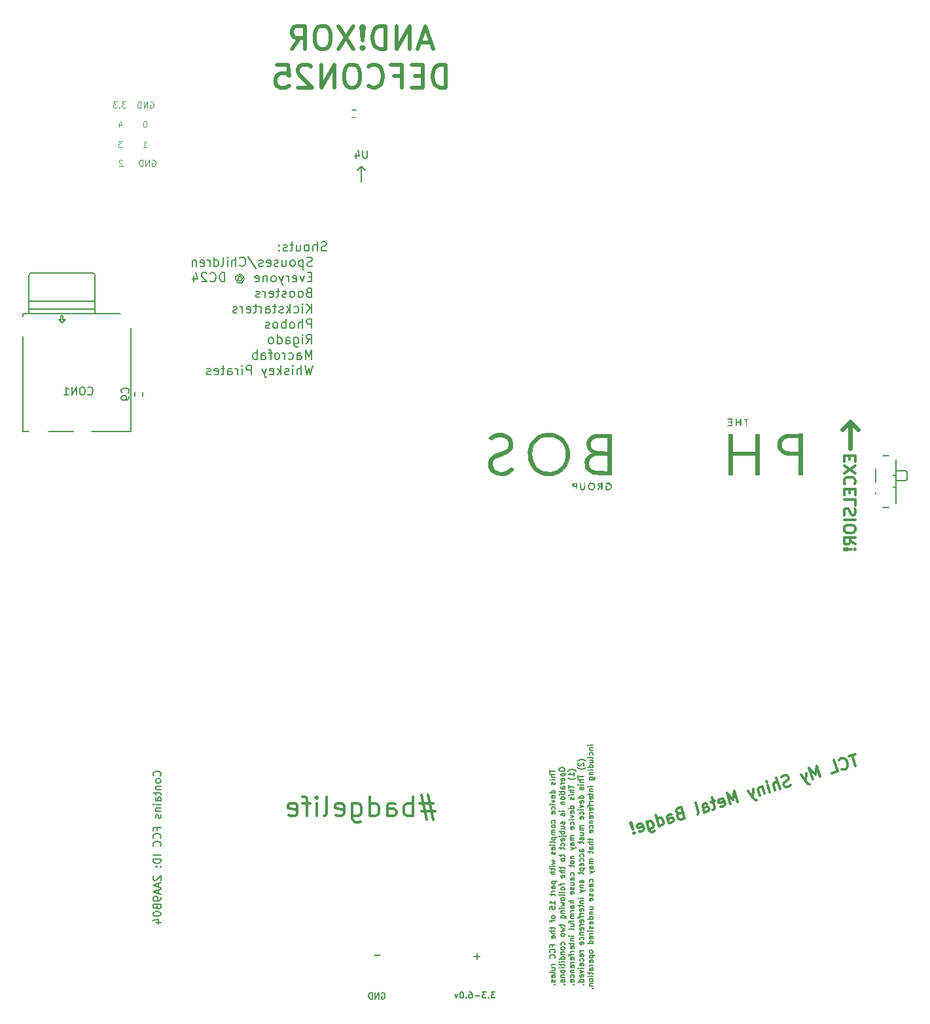
<source format=gbo>
G04 #@! TF.FileFunction,Legend,Bot*
%FSLAX46Y46*%
G04 Gerber Fmt 4.6, Leading zero omitted, Abs format (unit mm)*
G04 Created by KiCad (PCBNEW 4.0.6-e0-6349~52~ubuntu16.10.1) date Sat Jun 17 22:57:17 2017*
%MOMM*%
%LPD*%
G01*
G04 APERTURE LIST*
%ADD10C,0.100000*%
%ADD11C,0.500000*%
%ADD12C,0.300000*%
%ADD13C,0.200000*%
%ADD14C,0.175000*%
%ADD15C,0.600000*%
%ADD16C,0.150000*%
%ADD17C,0.127000*%
%ADD18C,0.010000*%
%ADD19C,0.152400*%
%ADD20C,1.390600*%
%ADD21C,1.924000*%
%ADD22C,4.400000*%
%ADD23R,0.900000X1.000000*%
%ADD24R,1.000000X0.900000*%
%ADD25R,1.700000X1.100000*%
%ADD26R,1.799540X2.299920*%
%ADD27R,1.197560X1.898600*%
%ADD28R,2.198320X1.799540*%
%ADD29R,1.200000X1.150000*%
%ADD30C,1.300000*%
%ADD31R,1.900000X1.100000*%
%ADD32R,1.200000X1.400000*%
%ADD33R,0.500000X1.200000*%
%ADD34R,2.400000X1.700000*%
%ADD35C,1.400000*%
%ADD36C,2.100000*%
%ADD37O,2.100000X2.100000*%
G04 APERTURE END LIST*
D10*
D11*
X145999999Y-32500000D02*
X144571428Y-32500000D01*
X146285714Y-33357143D02*
X145285714Y-30357143D01*
X144285714Y-33357143D01*
X143285713Y-33357143D02*
X143285713Y-30357143D01*
X141571428Y-33357143D01*
X141571428Y-30357143D01*
X140142856Y-33357143D02*
X140142856Y-30357143D01*
X139428571Y-30357143D01*
X138999999Y-30500000D01*
X138714285Y-30785714D01*
X138571428Y-31071429D01*
X138428571Y-31642857D01*
X138428571Y-32071429D01*
X138571428Y-32642857D01*
X138714285Y-32928571D01*
X138999999Y-33214286D01*
X139428571Y-33357143D01*
X140142856Y-33357143D01*
X137142856Y-33071429D02*
X136999999Y-33214286D01*
X137142856Y-33357143D01*
X137285713Y-33214286D01*
X137142856Y-33071429D01*
X137142856Y-33357143D01*
X137142856Y-32214286D02*
X137285713Y-30500000D01*
X137142856Y-30357143D01*
X136999999Y-30500000D01*
X137142856Y-32214286D01*
X137142856Y-30357143D01*
X136000000Y-30357143D02*
X134000000Y-33357143D01*
X134000000Y-30357143D02*
X136000000Y-33357143D01*
X132285714Y-30357143D02*
X131714285Y-30357143D01*
X131428571Y-30500000D01*
X131142857Y-30785714D01*
X130999999Y-31357143D01*
X130999999Y-32357143D01*
X131142857Y-32928571D01*
X131428571Y-33214286D01*
X131714285Y-33357143D01*
X132285714Y-33357143D01*
X132571428Y-33214286D01*
X132857142Y-32928571D01*
X132999999Y-32357143D01*
X132999999Y-31357143D01*
X132857142Y-30785714D01*
X132571428Y-30500000D01*
X132285714Y-30357143D01*
X128000000Y-33357143D02*
X129000000Y-31928571D01*
X129714285Y-33357143D02*
X129714285Y-30357143D01*
X128571428Y-30357143D01*
X128285714Y-30500000D01*
X128142857Y-30642857D01*
X128000000Y-30928571D01*
X128000000Y-31357143D01*
X128142857Y-31642857D01*
X128285714Y-31785714D01*
X128571428Y-31928571D01*
X129714285Y-31928571D01*
X147928571Y-38357143D02*
X147928571Y-35357143D01*
X147214286Y-35357143D01*
X146785714Y-35500000D01*
X146500000Y-35785714D01*
X146357143Y-36071429D01*
X146214286Y-36642857D01*
X146214286Y-37071429D01*
X146357143Y-37642857D01*
X146500000Y-37928571D01*
X146785714Y-38214286D01*
X147214286Y-38357143D01*
X147928571Y-38357143D01*
X144928571Y-36785714D02*
X143928571Y-36785714D01*
X143500000Y-38357143D02*
X144928571Y-38357143D01*
X144928571Y-35357143D01*
X143500000Y-35357143D01*
X141214285Y-36785714D02*
X142214285Y-36785714D01*
X142214285Y-38357143D02*
X142214285Y-35357143D01*
X140785714Y-35357143D01*
X137928571Y-38071429D02*
X138071428Y-38214286D01*
X138499999Y-38357143D01*
X138785713Y-38357143D01*
X139214285Y-38214286D01*
X139499999Y-37928571D01*
X139642856Y-37642857D01*
X139785713Y-37071429D01*
X139785713Y-36642857D01*
X139642856Y-36071429D01*
X139499999Y-35785714D01*
X139214285Y-35500000D01*
X138785713Y-35357143D01*
X138499999Y-35357143D01*
X138071428Y-35500000D01*
X137928571Y-35642857D01*
X136071428Y-35357143D02*
X135499999Y-35357143D01*
X135214285Y-35500000D01*
X134928571Y-35785714D01*
X134785713Y-36357143D01*
X134785713Y-37357143D01*
X134928571Y-37928571D01*
X135214285Y-38214286D01*
X135499999Y-38357143D01*
X136071428Y-38357143D01*
X136357142Y-38214286D01*
X136642856Y-37928571D01*
X136785713Y-37357143D01*
X136785713Y-36357143D01*
X136642856Y-35785714D01*
X136357142Y-35500000D01*
X136071428Y-35357143D01*
X133499999Y-38357143D02*
X133499999Y-35357143D01*
X131785714Y-38357143D01*
X131785714Y-35357143D01*
X130499999Y-35642857D02*
X130357142Y-35500000D01*
X130071428Y-35357143D01*
X129357142Y-35357143D01*
X129071428Y-35500000D01*
X128928571Y-35642857D01*
X128785714Y-35928571D01*
X128785714Y-36214286D01*
X128928571Y-36642857D01*
X130642857Y-38357143D01*
X128785714Y-38357143D01*
X126071428Y-35357143D02*
X127499999Y-35357143D01*
X127642856Y-36785714D01*
X127499999Y-36642857D01*
X127214285Y-36500000D01*
X126499999Y-36500000D01*
X126214285Y-36642857D01*
X126071428Y-36785714D01*
X125928571Y-37071429D01*
X125928571Y-37785714D01*
X126071428Y-38071429D01*
X126214285Y-38214286D01*
X126499999Y-38357143D01*
X127214285Y-38357143D01*
X127499999Y-38214286D01*
X127642856Y-38071429D01*
D12*
X146304762Y-130864286D02*
X144519047Y-130864286D01*
X145590476Y-129792857D02*
X146304762Y-133007143D01*
X144757142Y-131935714D02*
X146542857Y-131935714D01*
X145471428Y-133007143D02*
X144757142Y-129792857D01*
X143685714Y-132530952D02*
X143685714Y-130030952D01*
X143685714Y-130983333D02*
X143447619Y-130864286D01*
X142971428Y-130864286D01*
X142733333Y-130983333D01*
X142614285Y-131102381D01*
X142495238Y-131340476D01*
X142495238Y-132054762D01*
X142614285Y-132292857D01*
X142733333Y-132411905D01*
X142971428Y-132530952D01*
X143447619Y-132530952D01*
X143685714Y-132411905D01*
X140352380Y-132530952D02*
X140352380Y-131221429D01*
X140471428Y-130983333D01*
X140709523Y-130864286D01*
X141185714Y-130864286D01*
X141423809Y-130983333D01*
X140352380Y-132411905D02*
X140590476Y-132530952D01*
X141185714Y-132530952D01*
X141423809Y-132411905D01*
X141542857Y-132173810D01*
X141542857Y-131935714D01*
X141423809Y-131697619D01*
X141185714Y-131578571D01*
X140590476Y-131578571D01*
X140352380Y-131459524D01*
X138090475Y-132530952D02*
X138090475Y-130030952D01*
X138090475Y-132411905D02*
X138328571Y-132530952D01*
X138804761Y-132530952D01*
X139042856Y-132411905D01*
X139161904Y-132292857D01*
X139280952Y-132054762D01*
X139280952Y-131340476D01*
X139161904Y-131102381D01*
X139042856Y-130983333D01*
X138804761Y-130864286D01*
X138328571Y-130864286D01*
X138090475Y-130983333D01*
X135828570Y-130864286D02*
X135828570Y-132888095D01*
X135947618Y-133126190D01*
X136066666Y-133245238D01*
X136304761Y-133364286D01*
X136661904Y-133364286D01*
X136899999Y-133245238D01*
X135828570Y-132411905D02*
X136066666Y-132530952D01*
X136542856Y-132530952D01*
X136780951Y-132411905D01*
X136899999Y-132292857D01*
X137019047Y-132054762D01*
X137019047Y-131340476D01*
X136899999Y-131102381D01*
X136780951Y-130983333D01*
X136542856Y-130864286D01*
X136066666Y-130864286D01*
X135828570Y-130983333D01*
X133685713Y-132411905D02*
X133923808Y-132530952D01*
X134399999Y-132530952D01*
X134638094Y-132411905D01*
X134757142Y-132173810D01*
X134757142Y-131221429D01*
X134638094Y-130983333D01*
X134399999Y-130864286D01*
X133923808Y-130864286D01*
X133685713Y-130983333D01*
X133566665Y-131221429D01*
X133566665Y-131459524D01*
X134757142Y-131697619D01*
X132138094Y-132530952D02*
X132376189Y-132411905D01*
X132495237Y-132173810D01*
X132495237Y-130030952D01*
X131185713Y-132530952D02*
X131185713Y-130864286D01*
X131185713Y-130030952D02*
X131304761Y-130150000D01*
X131185713Y-130269048D01*
X131066665Y-130150000D01*
X131185713Y-130030952D01*
X131185713Y-130269048D01*
X130352380Y-130864286D02*
X129399999Y-130864286D01*
X129995237Y-132530952D02*
X129995237Y-130388095D01*
X129876189Y-130150000D01*
X129638094Y-130030952D01*
X129399999Y-130030952D01*
X127614285Y-132411905D02*
X127852380Y-132530952D01*
X128328571Y-132530952D01*
X128566666Y-132411905D01*
X128685714Y-132173810D01*
X128685714Y-131221429D01*
X128566666Y-130983333D01*
X128328571Y-130864286D01*
X127852380Y-130864286D01*
X127614285Y-130983333D01*
X127495237Y-131221429D01*
X127495237Y-131459524D01*
X128685714Y-131697619D01*
D10*
X109904762Y-47700000D02*
X109980953Y-47661905D01*
X110095238Y-47661905D01*
X110209524Y-47700000D01*
X110285715Y-47776190D01*
X110323810Y-47852381D01*
X110361905Y-48004762D01*
X110361905Y-48119048D01*
X110323810Y-48271429D01*
X110285715Y-48347619D01*
X110209524Y-48423810D01*
X110095238Y-48461905D01*
X110019048Y-48461905D01*
X109904762Y-48423810D01*
X109866667Y-48385714D01*
X109866667Y-48119048D01*
X110019048Y-48119048D01*
X109523810Y-48461905D02*
X109523810Y-47661905D01*
X109066667Y-48461905D01*
X109066667Y-47661905D01*
X108685715Y-48461905D02*
X108685715Y-47661905D01*
X108495239Y-47661905D01*
X108380953Y-47700000D01*
X108304762Y-47776190D01*
X108266667Y-47852381D01*
X108228572Y-48004762D01*
X108228572Y-48119048D01*
X108266667Y-48271429D01*
X108304762Y-48347619D01*
X108380953Y-48423810D01*
X108495239Y-48461905D01*
X108685715Y-48461905D01*
X106095238Y-47738095D02*
X106057143Y-47700000D01*
X105980952Y-47661905D01*
X105790476Y-47661905D01*
X105714286Y-47700000D01*
X105676190Y-47738095D01*
X105638095Y-47814286D01*
X105638095Y-47890476D01*
X105676190Y-48004762D01*
X106133333Y-48461905D01*
X105638095Y-48461905D01*
X108771429Y-46061905D02*
X109228572Y-46061905D01*
X109000001Y-46061905D02*
X109000001Y-45261905D01*
X109076191Y-45376190D01*
X109152382Y-45452381D01*
X109228572Y-45490476D01*
X106066666Y-45261905D02*
X105571428Y-45261905D01*
X105838095Y-45566667D01*
X105723809Y-45566667D01*
X105647619Y-45604762D01*
X105609523Y-45642857D01*
X105571428Y-45719048D01*
X105571428Y-45909524D01*
X105609523Y-45985714D01*
X105647619Y-46023810D01*
X105723809Y-46061905D01*
X105952381Y-46061905D01*
X106028571Y-46023810D01*
X106066666Y-45985714D01*
X109038096Y-42661905D02*
X108961905Y-42661905D01*
X108885715Y-42700000D01*
X108847620Y-42738095D01*
X108809524Y-42814286D01*
X108771429Y-42966667D01*
X108771429Y-43157143D01*
X108809524Y-43309524D01*
X108847620Y-43385714D01*
X108885715Y-43423810D01*
X108961905Y-43461905D01*
X109038096Y-43461905D01*
X109114286Y-43423810D01*
X109152382Y-43385714D01*
X109190477Y-43309524D01*
X109228572Y-43157143D01*
X109228572Y-42966667D01*
X109190477Y-42814286D01*
X109152382Y-42738095D01*
X109114286Y-42700000D01*
X109038096Y-42661905D01*
X105647619Y-42928571D02*
X105647619Y-43461905D01*
X105838095Y-42623810D02*
X106028571Y-43195238D01*
X105533333Y-43195238D01*
X109671428Y-40200000D02*
X109747619Y-40161905D01*
X109861904Y-40161905D01*
X109976190Y-40200000D01*
X110052381Y-40276190D01*
X110090476Y-40352381D01*
X110128571Y-40504762D01*
X110128571Y-40619048D01*
X110090476Y-40771429D01*
X110052381Y-40847619D01*
X109976190Y-40923810D01*
X109861904Y-40961905D01*
X109785714Y-40961905D01*
X109671428Y-40923810D01*
X109633333Y-40885714D01*
X109633333Y-40619048D01*
X109785714Y-40619048D01*
X109290476Y-40961905D02*
X109290476Y-40161905D01*
X108833333Y-40961905D01*
X108833333Y-40161905D01*
X108452381Y-40961905D02*
X108452381Y-40161905D01*
X108261905Y-40161905D01*
X108147619Y-40200000D01*
X108071428Y-40276190D01*
X108033333Y-40352381D01*
X107995238Y-40504762D01*
X107995238Y-40619048D01*
X108033333Y-40771429D01*
X108071428Y-40847619D01*
X108147619Y-40923810D01*
X108261905Y-40961905D01*
X108452381Y-40961905D01*
X106509523Y-40161905D02*
X106014285Y-40161905D01*
X106280952Y-40466667D01*
X106166666Y-40466667D01*
X106090476Y-40504762D01*
X106052380Y-40542857D01*
X106014285Y-40619048D01*
X106014285Y-40809524D01*
X106052380Y-40885714D01*
X106090476Y-40923810D01*
X106166666Y-40961905D01*
X106395238Y-40961905D01*
X106471428Y-40923810D01*
X106509523Y-40885714D01*
X105671428Y-40885714D02*
X105633333Y-40923810D01*
X105671428Y-40961905D01*
X105709523Y-40923810D01*
X105671428Y-40885714D01*
X105671428Y-40961905D01*
X105366666Y-40161905D02*
X104871428Y-40161905D01*
X105138095Y-40466667D01*
X105023809Y-40466667D01*
X104947619Y-40504762D01*
X104909523Y-40542857D01*
X104871428Y-40619048D01*
X104871428Y-40809524D01*
X104909523Y-40885714D01*
X104947619Y-40923810D01*
X105023809Y-40961905D01*
X105252381Y-40961905D01*
X105328571Y-40923810D01*
X105366666Y-40885714D01*
D13*
X110957143Y-127314285D02*
X111004762Y-127266666D01*
X111052381Y-127123809D01*
X111052381Y-127028571D01*
X111004762Y-126885713D01*
X110909524Y-126790475D01*
X110814286Y-126742856D01*
X110623810Y-126695237D01*
X110480952Y-126695237D01*
X110290476Y-126742856D01*
X110195238Y-126790475D01*
X110100000Y-126885713D01*
X110052381Y-127028571D01*
X110052381Y-127123809D01*
X110100000Y-127266666D01*
X110147619Y-127314285D01*
X111052381Y-127885713D02*
X111004762Y-127790475D01*
X110957143Y-127742856D01*
X110861905Y-127695237D01*
X110576190Y-127695237D01*
X110480952Y-127742856D01*
X110433333Y-127790475D01*
X110385714Y-127885713D01*
X110385714Y-128028571D01*
X110433333Y-128123809D01*
X110480952Y-128171428D01*
X110576190Y-128219047D01*
X110861905Y-128219047D01*
X110957143Y-128171428D01*
X111004762Y-128123809D01*
X111052381Y-128028571D01*
X111052381Y-127885713D01*
X110385714Y-128647618D02*
X111052381Y-128647618D01*
X110480952Y-128647618D02*
X110433333Y-128695237D01*
X110385714Y-128790475D01*
X110385714Y-128933333D01*
X110433333Y-129028571D01*
X110528571Y-129076190D01*
X111052381Y-129076190D01*
X110385714Y-129409523D02*
X110385714Y-129790475D01*
X110052381Y-129552380D02*
X110909524Y-129552380D01*
X111004762Y-129599999D01*
X111052381Y-129695237D01*
X111052381Y-129790475D01*
X111052381Y-130552381D02*
X110528571Y-130552381D01*
X110433333Y-130504762D01*
X110385714Y-130409524D01*
X110385714Y-130219047D01*
X110433333Y-130123809D01*
X111004762Y-130552381D02*
X111052381Y-130457143D01*
X111052381Y-130219047D01*
X111004762Y-130123809D01*
X110909524Y-130076190D01*
X110814286Y-130076190D01*
X110719048Y-130123809D01*
X110671429Y-130219047D01*
X110671429Y-130457143D01*
X110623810Y-130552381D01*
X111052381Y-131028571D02*
X110385714Y-131028571D01*
X110052381Y-131028571D02*
X110100000Y-130980952D01*
X110147619Y-131028571D01*
X110100000Y-131076190D01*
X110052381Y-131028571D01*
X110147619Y-131028571D01*
X110385714Y-131504761D02*
X111052381Y-131504761D01*
X110480952Y-131504761D02*
X110433333Y-131552380D01*
X110385714Y-131647618D01*
X110385714Y-131790476D01*
X110433333Y-131885714D01*
X110528571Y-131933333D01*
X111052381Y-131933333D01*
X111004762Y-132361904D02*
X111052381Y-132457142D01*
X111052381Y-132647618D01*
X111004762Y-132742857D01*
X110909524Y-132790476D01*
X110861905Y-132790476D01*
X110766667Y-132742857D01*
X110719048Y-132647618D01*
X110719048Y-132504761D01*
X110671429Y-132409523D01*
X110576190Y-132361904D01*
X110528571Y-132361904D01*
X110433333Y-132409523D01*
X110385714Y-132504761D01*
X110385714Y-132647618D01*
X110433333Y-132742857D01*
X110528571Y-134314286D02*
X110528571Y-133980952D01*
X111052381Y-133980952D02*
X110052381Y-133980952D01*
X110052381Y-134457143D01*
X110957143Y-135409524D02*
X111004762Y-135361905D01*
X111052381Y-135219048D01*
X111052381Y-135123810D01*
X111004762Y-134980952D01*
X110909524Y-134885714D01*
X110814286Y-134838095D01*
X110623810Y-134790476D01*
X110480952Y-134790476D01*
X110290476Y-134838095D01*
X110195238Y-134885714D01*
X110100000Y-134980952D01*
X110052381Y-135123810D01*
X110052381Y-135219048D01*
X110100000Y-135361905D01*
X110147619Y-135409524D01*
X110957143Y-136409524D02*
X111004762Y-136361905D01*
X111052381Y-136219048D01*
X111052381Y-136123810D01*
X111004762Y-135980952D01*
X110909524Y-135885714D01*
X110814286Y-135838095D01*
X110623810Y-135790476D01*
X110480952Y-135790476D01*
X110290476Y-135838095D01*
X110195238Y-135885714D01*
X110100000Y-135980952D01*
X110052381Y-136123810D01*
X110052381Y-136219048D01*
X110100000Y-136361905D01*
X110147619Y-136409524D01*
X111052381Y-137600000D02*
X110052381Y-137600000D01*
X111052381Y-138076190D02*
X110052381Y-138076190D01*
X110052381Y-138314285D01*
X110100000Y-138457143D01*
X110195238Y-138552381D01*
X110290476Y-138600000D01*
X110480952Y-138647619D01*
X110623810Y-138647619D01*
X110814286Y-138600000D01*
X110909524Y-138552381D01*
X111004762Y-138457143D01*
X111052381Y-138314285D01*
X111052381Y-138076190D01*
X110957143Y-139076190D02*
X111004762Y-139123809D01*
X111052381Y-139076190D01*
X111004762Y-139028571D01*
X110957143Y-139076190D01*
X111052381Y-139076190D01*
X110433333Y-139076190D02*
X110480952Y-139123809D01*
X110528571Y-139076190D01*
X110480952Y-139028571D01*
X110433333Y-139076190D01*
X110528571Y-139076190D01*
X110147619Y-140266666D02*
X110100000Y-140314285D01*
X110052381Y-140409523D01*
X110052381Y-140647619D01*
X110100000Y-140742857D01*
X110147619Y-140790476D01*
X110242857Y-140838095D01*
X110338095Y-140838095D01*
X110480952Y-140790476D01*
X111052381Y-140219047D01*
X111052381Y-140838095D01*
X110766667Y-141219047D02*
X110766667Y-141695238D01*
X111052381Y-141123809D02*
X110052381Y-141457142D01*
X111052381Y-141790476D01*
X110766667Y-142076190D02*
X110766667Y-142552381D01*
X111052381Y-141980952D02*
X110052381Y-142314285D01*
X111052381Y-142647619D01*
X111052381Y-143028571D02*
X111052381Y-143219047D01*
X111004762Y-143314286D01*
X110957143Y-143361905D01*
X110814286Y-143457143D01*
X110623810Y-143504762D01*
X110242857Y-143504762D01*
X110147619Y-143457143D01*
X110100000Y-143409524D01*
X110052381Y-143314286D01*
X110052381Y-143123809D01*
X110100000Y-143028571D01*
X110147619Y-142980952D01*
X110242857Y-142933333D01*
X110480952Y-142933333D01*
X110576190Y-142980952D01*
X110623810Y-143028571D01*
X110671429Y-143123809D01*
X110671429Y-143314286D01*
X110623810Y-143409524D01*
X110576190Y-143457143D01*
X110480952Y-143504762D01*
X110528571Y-144266667D02*
X110576190Y-144409524D01*
X110623810Y-144457143D01*
X110719048Y-144504762D01*
X110861905Y-144504762D01*
X110957143Y-144457143D01*
X111004762Y-144409524D01*
X111052381Y-144314286D01*
X111052381Y-143933333D01*
X110052381Y-143933333D01*
X110052381Y-144266667D01*
X110100000Y-144361905D01*
X110147619Y-144409524D01*
X110242857Y-144457143D01*
X110338095Y-144457143D01*
X110433333Y-144409524D01*
X110480952Y-144361905D01*
X110528571Y-144266667D01*
X110528571Y-143933333D01*
X110052381Y-145123809D02*
X110052381Y-145219048D01*
X110100000Y-145314286D01*
X110147619Y-145361905D01*
X110242857Y-145409524D01*
X110433333Y-145457143D01*
X110671429Y-145457143D01*
X110861905Y-145409524D01*
X110957143Y-145361905D01*
X111004762Y-145314286D01*
X111052381Y-145219048D01*
X111052381Y-145123809D01*
X111004762Y-145028571D01*
X110957143Y-144980952D01*
X110861905Y-144933333D01*
X110671429Y-144885714D01*
X110433333Y-144885714D01*
X110242857Y-144933333D01*
X110147619Y-144980952D01*
X110100000Y-145028571D01*
X110052381Y-145123809D01*
X110385714Y-146314286D02*
X111052381Y-146314286D01*
X110004762Y-146076190D02*
X110719048Y-145838095D01*
X110719048Y-146457143D01*
X132471429Y-59385714D02*
X132300000Y-59442857D01*
X132014286Y-59442857D01*
X131900000Y-59385714D01*
X131842857Y-59328571D01*
X131785714Y-59214286D01*
X131785714Y-59100000D01*
X131842857Y-58985714D01*
X131900000Y-58928571D01*
X132014286Y-58871429D01*
X132242857Y-58814286D01*
X132357143Y-58757143D01*
X132414286Y-58700000D01*
X132471429Y-58585714D01*
X132471429Y-58471429D01*
X132414286Y-58357143D01*
X132357143Y-58300000D01*
X132242857Y-58242857D01*
X131957143Y-58242857D01*
X131785714Y-58300000D01*
X131271429Y-59442857D02*
X131271429Y-58242857D01*
X130757143Y-59442857D02*
X130757143Y-58814286D01*
X130814286Y-58700000D01*
X130928572Y-58642857D01*
X131100000Y-58642857D01*
X131214286Y-58700000D01*
X131271429Y-58757143D01*
X130014286Y-59442857D02*
X130128572Y-59385714D01*
X130185715Y-59328571D01*
X130242858Y-59214286D01*
X130242858Y-58871429D01*
X130185715Y-58757143D01*
X130128572Y-58700000D01*
X130014286Y-58642857D01*
X129842858Y-58642857D01*
X129728572Y-58700000D01*
X129671429Y-58757143D01*
X129614286Y-58871429D01*
X129614286Y-59214286D01*
X129671429Y-59328571D01*
X129728572Y-59385714D01*
X129842858Y-59442857D01*
X130014286Y-59442857D01*
X128585715Y-58642857D02*
X128585715Y-59442857D01*
X129100001Y-58642857D02*
X129100001Y-59271429D01*
X129042858Y-59385714D01*
X128928572Y-59442857D01*
X128757144Y-59442857D01*
X128642858Y-59385714D01*
X128585715Y-59328571D01*
X128185715Y-58642857D02*
X127728572Y-58642857D01*
X128014287Y-58242857D02*
X128014287Y-59271429D01*
X127957144Y-59385714D01*
X127842858Y-59442857D01*
X127728572Y-59442857D01*
X127385716Y-59385714D02*
X127271430Y-59442857D01*
X127042858Y-59442857D01*
X126928573Y-59385714D01*
X126871430Y-59271429D01*
X126871430Y-59214286D01*
X126928573Y-59100000D01*
X127042858Y-59042857D01*
X127214287Y-59042857D01*
X127328573Y-58985714D01*
X127385716Y-58871429D01*
X127385716Y-58814286D01*
X127328573Y-58700000D01*
X127214287Y-58642857D01*
X127042858Y-58642857D01*
X126928573Y-58700000D01*
X126357144Y-59328571D02*
X126300001Y-59385714D01*
X126357144Y-59442857D01*
X126414287Y-59385714D01*
X126357144Y-59328571D01*
X126357144Y-59442857D01*
X126357144Y-58700000D02*
X126300001Y-58757143D01*
X126357144Y-58814286D01*
X126414287Y-58757143D01*
X126357144Y-58700000D01*
X126357144Y-58814286D01*
X130642857Y-61385714D02*
X130471428Y-61442857D01*
X130185714Y-61442857D01*
X130071428Y-61385714D01*
X130014285Y-61328571D01*
X129957142Y-61214286D01*
X129957142Y-61100000D01*
X130014285Y-60985714D01*
X130071428Y-60928571D01*
X130185714Y-60871429D01*
X130414285Y-60814286D01*
X130528571Y-60757143D01*
X130585714Y-60700000D01*
X130642857Y-60585714D01*
X130642857Y-60471429D01*
X130585714Y-60357143D01*
X130528571Y-60300000D01*
X130414285Y-60242857D01*
X130128571Y-60242857D01*
X129957142Y-60300000D01*
X129442857Y-60642857D02*
X129442857Y-61842857D01*
X129442857Y-60700000D02*
X129328571Y-60642857D01*
X129100000Y-60642857D01*
X128985714Y-60700000D01*
X128928571Y-60757143D01*
X128871428Y-60871429D01*
X128871428Y-61214286D01*
X128928571Y-61328571D01*
X128985714Y-61385714D01*
X129100000Y-61442857D01*
X129328571Y-61442857D01*
X129442857Y-61385714D01*
X128185714Y-61442857D02*
X128300000Y-61385714D01*
X128357143Y-61328571D01*
X128414286Y-61214286D01*
X128414286Y-60871429D01*
X128357143Y-60757143D01*
X128300000Y-60700000D01*
X128185714Y-60642857D01*
X128014286Y-60642857D01*
X127900000Y-60700000D01*
X127842857Y-60757143D01*
X127785714Y-60871429D01*
X127785714Y-61214286D01*
X127842857Y-61328571D01*
X127900000Y-61385714D01*
X128014286Y-61442857D01*
X128185714Y-61442857D01*
X126757143Y-60642857D02*
X126757143Y-61442857D01*
X127271429Y-60642857D02*
X127271429Y-61271429D01*
X127214286Y-61385714D01*
X127100000Y-61442857D01*
X126928572Y-61442857D01*
X126814286Y-61385714D01*
X126757143Y-61328571D01*
X126242858Y-61385714D02*
X126128572Y-61442857D01*
X125900000Y-61442857D01*
X125785715Y-61385714D01*
X125728572Y-61271429D01*
X125728572Y-61214286D01*
X125785715Y-61100000D01*
X125900000Y-61042857D01*
X126071429Y-61042857D01*
X126185715Y-60985714D01*
X126242858Y-60871429D01*
X126242858Y-60814286D01*
X126185715Y-60700000D01*
X126071429Y-60642857D01*
X125900000Y-60642857D01*
X125785715Y-60700000D01*
X124757143Y-61385714D02*
X124871429Y-61442857D01*
X125100000Y-61442857D01*
X125214286Y-61385714D01*
X125271429Y-61271429D01*
X125271429Y-60814286D01*
X125214286Y-60700000D01*
X125100000Y-60642857D01*
X124871429Y-60642857D01*
X124757143Y-60700000D01*
X124700000Y-60814286D01*
X124700000Y-60928571D01*
X125271429Y-61042857D01*
X124242858Y-61385714D02*
X124128572Y-61442857D01*
X123900000Y-61442857D01*
X123785715Y-61385714D01*
X123728572Y-61271429D01*
X123728572Y-61214286D01*
X123785715Y-61100000D01*
X123900000Y-61042857D01*
X124071429Y-61042857D01*
X124185715Y-60985714D01*
X124242858Y-60871429D01*
X124242858Y-60814286D01*
X124185715Y-60700000D01*
X124071429Y-60642857D01*
X123900000Y-60642857D01*
X123785715Y-60700000D01*
X122357143Y-60185714D02*
X123385714Y-61728571D01*
X121271428Y-61328571D02*
X121328571Y-61385714D01*
X121500000Y-61442857D01*
X121614286Y-61442857D01*
X121785714Y-61385714D01*
X121900000Y-61271429D01*
X121957143Y-61157143D01*
X122014286Y-60928571D01*
X122014286Y-60757143D01*
X121957143Y-60528571D01*
X121900000Y-60414286D01*
X121785714Y-60300000D01*
X121614286Y-60242857D01*
X121500000Y-60242857D01*
X121328571Y-60300000D01*
X121271428Y-60357143D01*
X120757143Y-61442857D02*
X120757143Y-60242857D01*
X120242857Y-61442857D02*
X120242857Y-60814286D01*
X120300000Y-60700000D01*
X120414286Y-60642857D01*
X120585714Y-60642857D01*
X120700000Y-60700000D01*
X120757143Y-60757143D01*
X119671429Y-61442857D02*
X119671429Y-60642857D01*
X119671429Y-60242857D02*
X119728572Y-60300000D01*
X119671429Y-60357143D01*
X119614286Y-60300000D01*
X119671429Y-60242857D01*
X119671429Y-60357143D01*
X118928571Y-61442857D02*
X119042857Y-61385714D01*
X119100000Y-61271429D01*
X119100000Y-60242857D01*
X117957143Y-61442857D02*
X117957143Y-60242857D01*
X117957143Y-61385714D02*
X118071429Y-61442857D01*
X118300000Y-61442857D01*
X118414286Y-61385714D01*
X118471429Y-61328571D01*
X118528572Y-61214286D01*
X118528572Y-60871429D01*
X118471429Y-60757143D01*
X118414286Y-60700000D01*
X118300000Y-60642857D01*
X118071429Y-60642857D01*
X117957143Y-60700000D01*
X117385715Y-61442857D02*
X117385715Y-60642857D01*
X117385715Y-60871429D02*
X117328572Y-60757143D01*
X117271429Y-60700000D01*
X117157143Y-60642857D01*
X117042858Y-60642857D01*
X116185715Y-61385714D02*
X116300001Y-61442857D01*
X116528572Y-61442857D01*
X116642858Y-61385714D01*
X116700001Y-61271429D01*
X116700001Y-60814286D01*
X116642858Y-60700000D01*
X116528572Y-60642857D01*
X116300001Y-60642857D01*
X116185715Y-60700000D01*
X116128572Y-60814286D01*
X116128572Y-60928571D01*
X116700001Y-61042857D01*
X115614287Y-60642857D02*
X115614287Y-61442857D01*
X115614287Y-60757143D02*
X115557144Y-60700000D01*
X115442858Y-60642857D01*
X115271430Y-60642857D01*
X115157144Y-60700000D01*
X115100001Y-60814286D01*
X115100001Y-61442857D01*
X130585714Y-62814286D02*
X130185714Y-62814286D01*
X130014285Y-63442857D02*
X130585714Y-63442857D01*
X130585714Y-62242857D01*
X130014285Y-62242857D01*
X129614285Y-62642857D02*
X129328571Y-63442857D01*
X129042857Y-62642857D01*
X128128571Y-63385714D02*
X128242857Y-63442857D01*
X128471428Y-63442857D01*
X128585714Y-63385714D01*
X128642857Y-63271429D01*
X128642857Y-62814286D01*
X128585714Y-62700000D01*
X128471428Y-62642857D01*
X128242857Y-62642857D01*
X128128571Y-62700000D01*
X128071428Y-62814286D01*
X128071428Y-62928571D01*
X128642857Y-63042857D01*
X127557143Y-63442857D02*
X127557143Y-62642857D01*
X127557143Y-62871429D02*
X127500000Y-62757143D01*
X127442857Y-62700000D01*
X127328571Y-62642857D01*
X127214286Y-62642857D01*
X126928571Y-62642857D02*
X126642857Y-63442857D01*
X126357143Y-62642857D02*
X126642857Y-63442857D01*
X126757143Y-63728571D01*
X126814286Y-63785714D01*
X126928571Y-63842857D01*
X125728571Y-63442857D02*
X125842857Y-63385714D01*
X125900000Y-63328571D01*
X125957143Y-63214286D01*
X125957143Y-62871429D01*
X125900000Y-62757143D01*
X125842857Y-62700000D01*
X125728571Y-62642857D01*
X125557143Y-62642857D01*
X125442857Y-62700000D01*
X125385714Y-62757143D01*
X125328571Y-62871429D01*
X125328571Y-63214286D01*
X125385714Y-63328571D01*
X125442857Y-63385714D01*
X125557143Y-63442857D01*
X125728571Y-63442857D01*
X124814286Y-62642857D02*
X124814286Y-63442857D01*
X124814286Y-62757143D02*
X124757143Y-62700000D01*
X124642857Y-62642857D01*
X124471429Y-62642857D01*
X124357143Y-62700000D01*
X124300000Y-62814286D01*
X124300000Y-63442857D01*
X123271429Y-63385714D02*
X123385715Y-63442857D01*
X123614286Y-63442857D01*
X123728572Y-63385714D01*
X123785715Y-63271429D01*
X123785715Y-62814286D01*
X123728572Y-62700000D01*
X123614286Y-62642857D01*
X123385715Y-62642857D01*
X123271429Y-62700000D01*
X123214286Y-62814286D01*
X123214286Y-62928571D01*
X123785715Y-63042857D01*
X121042858Y-62871429D02*
X121100000Y-62814286D01*
X121214286Y-62757143D01*
X121328572Y-62757143D01*
X121442858Y-62814286D01*
X121500000Y-62871429D01*
X121557143Y-62985714D01*
X121557143Y-63100000D01*
X121500000Y-63214286D01*
X121442858Y-63271429D01*
X121328572Y-63328571D01*
X121214286Y-63328571D01*
X121100000Y-63271429D01*
X121042858Y-63214286D01*
X121042858Y-62757143D02*
X121042858Y-63214286D01*
X120985715Y-63271429D01*
X120928572Y-63271429D01*
X120814286Y-63214286D01*
X120757143Y-63100000D01*
X120757143Y-62814286D01*
X120871429Y-62642857D01*
X121042858Y-62528571D01*
X121271429Y-62471429D01*
X121500000Y-62528571D01*
X121671429Y-62642857D01*
X121785715Y-62814286D01*
X121842858Y-63042857D01*
X121785715Y-63271429D01*
X121671429Y-63442857D01*
X121500000Y-63557143D01*
X121271429Y-63614286D01*
X121042858Y-63557143D01*
X120871429Y-63442857D01*
X119328572Y-63442857D02*
X119328572Y-62242857D01*
X119042857Y-62242857D01*
X118871429Y-62300000D01*
X118757143Y-62414286D01*
X118700000Y-62528571D01*
X118642857Y-62757143D01*
X118642857Y-62928571D01*
X118700000Y-63157143D01*
X118757143Y-63271429D01*
X118871429Y-63385714D01*
X119042857Y-63442857D01*
X119328572Y-63442857D01*
X117442857Y-63328571D02*
X117500000Y-63385714D01*
X117671429Y-63442857D01*
X117785715Y-63442857D01*
X117957143Y-63385714D01*
X118071429Y-63271429D01*
X118128572Y-63157143D01*
X118185715Y-62928571D01*
X118185715Y-62757143D01*
X118128572Y-62528571D01*
X118071429Y-62414286D01*
X117957143Y-62300000D01*
X117785715Y-62242857D01*
X117671429Y-62242857D01*
X117500000Y-62300000D01*
X117442857Y-62357143D01*
X116985715Y-62357143D02*
X116928572Y-62300000D01*
X116814286Y-62242857D01*
X116528572Y-62242857D01*
X116414286Y-62300000D01*
X116357143Y-62357143D01*
X116300000Y-62471429D01*
X116300000Y-62585714D01*
X116357143Y-62757143D01*
X117042857Y-63442857D01*
X116300000Y-63442857D01*
X115271429Y-62642857D02*
X115271429Y-63442857D01*
X115557143Y-62185714D02*
X115842858Y-63042857D01*
X115100000Y-63042857D01*
X130185714Y-64814286D02*
X130014285Y-64871429D01*
X129957142Y-64928571D01*
X129899999Y-65042857D01*
X129899999Y-65214286D01*
X129957142Y-65328571D01*
X130014285Y-65385714D01*
X130128571Y-65442857D01*
X130585714Y-65442857D01*
X130585714Y-64242857D01*
X130185714Y-64242857D01*
X130071428Y-64300000D01*
X130014285Y-64357143D01*
X129957142Y-64471429D01*
X129957142Y-64585714D01*
X130014285Y-64700000D01*
X130071428Y-64757143D01*
X130185714Y-64814286D01*
X130585714Y-64814286D01*
X129214285Y-65442857D02*
X129328571Y-65385714D01*
X129385714Y-65328571D01*
X129442857Y-65214286D01*
X129442857Y-64871429D01*
X129385714Y-64757143D01*
X129328571Y-64700000D01*
X129214285Y-64642857D01*
X129042857Y-64642857D01*
X128928571Y-64700000D01*
X128871428Y-64757143D01*
X128814285Y-64871429D01*
X128814285Y-65214286D01*
X128871428Y-65328571D01*
X128928571Y-65385714D01*
X129042857Y-65442857D01*
X129214285Y-65442857D01*
X128128571Y-65442857D02*
X128242857Y-65385714D01*
X128300000Y-65328571D01*
X128357143Y-65214286D01*
X128357143Y-64871429D01*
X128300000Y-64757143D01*
X128242857Y-64700000D01*
X128128571Y-64642857D01*
X127957143Y-64642857D01*
X127842857Y-64700000D01*
X127785714Y-64757143D01*
X127728571Y-64871429D01*
X127728571Y-65214286D01*
X127785714Y-65328571D01*
X127842857Y-65385714D01*
X127957143Y-65442857D01*
X128128571Y-65442857D01*
X127271429Y-65385714D02*
X127157143Y-65442857D01*
X126928571Y-65442857D01*
X126814286Y-65385714D01*
X126757143Y-65271429D01*
X126757143Y-65214286D01*
X126814286Y-65100000D01*
X126928571Y-65042857D01*
X127100000Y-65042857D01*
X127214286Y-64985714D01*
X127271429Y-64871429D01*
X127271429Y-64814286D01*
X127214286Y-64700000D01*
X127100000Y-64642857D01*
X126928571Y-64642857D01*
X126814286Y-64700000D01*
X126414285Y-64642857D02*
X125957142Y-64642857D01*
X126242857Y-64242857D02*
X126242857Y-65271429D01*
X126185714Y-65385714D01*
X126071428Y-65442857D01*
X125957142Y-65442857D01*
X125100000Y-65385714D02*
X125214286Y-65442857D01*
X125442857Y-65442857D01*
X125557143Y-65385714D01*
X125614286Y-65271429D01*
X125614286Y-64814286D01*
X125557143Y-64700000D01*
X125442857Y-64642857D01*
X125214286Y-64642857D01*
X125100000Y-64700000D01*
X125042857Y-64814286D01*
X125042857Y-64928571D01*
X125614286Y-65042857D01*
X124528572Y-65442857D02*
X124528572Y-64642857D01*
X124528572Y-64871429D02*
X124471429Y-64757143D01*
X124414286Y-64700000D01*
X124300000Y-64642857D01*
X124185715Y-64642857D01*
X123842858Y-65385714D02*
X123728572Y-65442857D01*
X123500000Y-65442857D01*
X123385715Y-65385714D01*
X123328572Y-65271429D01*
X123328572Y-65214286D01*
X123385715Y-65100000D01*
X123500000Y-65042857D01*
X123671429Y-65042857D01*
X123785715Y-64985714D01*
X123842858Y-64871429D01*
X123842858Y-64814286D01*
X123785715Y-64700000D01*
X123671429Y-64642857D01*
X123500000Y-64642857D01*
X123385715Y-64700000D01*
X130585714Y-67442857D02*
X130585714Y-66242857D01*
X129899999Y-67442857D02*
X130414285Y-66757143D01*
X129899999Y-66242857D02*
X130585714Y-66928571D01*
X129385714Y-67442857D02*
X129385714Y-66642857D01*
X129385714Y-66242857D02*
X129442857Y-66300000D01*
X129385714Y-66357143D01*
X129328571Y-66300000D01*
X129385714Y-66242857D01*
X129385714Y-66357143D01*
X128299999Y-67385714D02*
X128414285Y-67442857D01*
X128642856Y-67442857D01*
X128757142Y-67385714D01*
X128814285Y-67328571D01*
X128871428Y-67214286D01*
X128871428Y-66871429D01*
X128814285Y-66757143D01*
X128757142Y-66700000D01*
X128642856Y-66642857D01*
X128414285Y-66642857D01*
X128299999Y-66700000D01*
X127785714Y-67442857D02*
X127785714Y-66242857D01*
X127671428Y-66985714D02*
X127328571Y-67442857D01*
X127328571Y-66642857D02*
X127785714Y-67100000D01*
X126871428Y-67385714D02*
X126757142Y-67442857D01*
X126528570Y-67442857D01*
X126414285Y-67385714D01*
X126357142Y-67271429D01*
X126357142Y-67214286D01*
X126414285Y-67100000D01*
X126528570Y-67042857D01*
X126699999Y-67042857D01*
X126814285Y-66985714D01*
X126871428Y-66871429D01*
X126871428Y-66814286D01*
X126814285Y-66700000D01*
X126699999Y-66642857D01*
X126528570Y-66642857D01*
X126414285Y-66700000D01*
X126014284Y-66642857D02*
X125557141Y-66642857D01*
X125842856Y-66242857D02*
X125842856Y-67271429D01*
X125785713Y-67385714D01*
X125671427Y-67442857D01*
X125557141Y-67442857D01*
X124642856Y-67442857D02*
X124642856Y-66814286D01*
X124699999Y-66700000D01*
X124814285Y-66642857D01*
X125042856Y-66642857D01*
X125157142Y-66700000D01*
X124642856Y-67385714D02*
X124757142Y-67442857D01*
X125042856Y-67442857D01*
X125157142Y-67385714D01*
X125214285Y-67271429D01*
X125214285Y-67157143D01*
X125157142Y-67042857D01*
X125042856Y-66985714D01*
X124757142Y-66985714D01*
X124642856Y-66928571D01*
X124071428Y-67442857D02*
X124071428Y-66642857D01*
X124071428Y-66871429D02*
X124014285Y-66757143D01*
X123957142Y-66700000D01*
X123842856Y-66642857D01*
X123728571Y-66642857D01*
X123499999Y-66642857D02*
X123042856Y-66642857D01*
X123328571Y-66242857D02*
X123328571Y-67271429D01*
X123271428Y-67385714D01*
X123157142Y-67442857D01*
X123042856Y-67442857D01*
X122185714Y-67385714D02*
X122300000Y-67442857D01*
X122528571Y-67442857D01*
X122642857Y-67385714D01*
X122700000Y-67271429D01*
X122700000Y-66814286D01*
X122642857Y-66700000D01*
X122528571Y-66642857D01*
X122300000Y-66642857D01*
X122185714Y-66700000D01*
X122128571Y-66814286D01*
X122128571Y-66928571D01*
X122700000Y-67042857D01*
X121614286Y-67442857D02*
X121614286Y-66642857D01*
X121614286Y-66871429D02*
X121557143Y-66757143D01*
X121500000Y-66700000D01*
X121385714Y-66642857D01*
X121271429Y-66642857D01*
X120928572Y-67385714D02*
X120814286Y-67442857D01*
X120585714Y-67442857D01*
X120471429Y-67385714D01*
X120414286Y-67271429D01*
X120414286Y-67214286D01*
X120471429Y-67100000D01*
X120585714Y-67042857D01*
X120757143Y-67042857D01*
X120871429Y-66985714D01*
X120928572Y-66871429D01*
X120928572Y-66814286D01*
X120871429Y-66700000D01*
X120757143Y-66642857D01*
X120585714Y-66642857D01*
X120471429Y-66700000D01*
X130585714Y-69442857D02*
X130585714Y-68242857D01*
X130128571Y-68242857D01*
X130014285Y-68300000D01*
X129957142Y-68357143D01*
X129899999Y-68471429D01*
X129899999Y-68642857D01*
X129957142Y-68757143D01*
X130014285Y-68814286D01*
X130128571Y-68871429D01*
X130585714Y-68871429D01*
X129385714Y-69442857D02*
X129385714Y-68242857D01*
X128871428Y-69442857D02*
X128871428Y-68814286D01*
X128928571Y-68700000D01*
X129042857Y-68642857D01*
X129214285Y-68642857D01*
X129328571Y-68700000D01*
X129385714Y-68757143D01*
X128128571Y-69442857D02*
X128242857Y-69385714D01*
X128300000Y-69328571D01*
X128357143Y-69214286D01*
X128357143Y-68871429D01*
X128300000Y-68757143D01*
X128242857Y-68700000D01*
X128128571Y-68642857D01*
X127957143Y-68642857D01*
X127842857Y-68700000D01*
X127785714Y-68757143D01*
X127728571Y-68871429D01*
X127728571Y-69214286D01*
X127785714Y-69328571D01*
X127842857Y-69385714D01*
X127957143Y-69442857D01*
X128128571Y-69442857D01*
X127214286Y-69442857D02*
X127214286Y-68242857D01*
X127214286Y-68700000D02*
X127100000Y-68642857D01*
X126871429Y-68642857D01*
X126757143Y-68700000D01*
X126700000Y-68757143D01*
X126642857Y-68871429D01*
X126642857Y-69214286D01*
X126700000Y-69328571D01*
X126757143Y-69385714D01*
X126871429Y-69442857D01*
X127100000Y-69442857D01*
X127214286Y-69385714D01*
X125957143Y-69442857D02*
X126071429Y-69385714D01*
X126128572Y-69328571D01*
X126185715Y-69214286D01*
X126185715Y-68871429D01*
X126128572Y-68757143D01*
X126071429Y-68700000D01*
X125957143Y-68642857D01*
X125785715Y-68642857D01*
X125671429Y-68700000D01*
X125614286Y-68757143D01*
X125557143Y-68871429D01*
X125557143Y-69214286D01*
X125614286Y-69328571D01*
X125671429Y-69385714D01*
X125785715Y-69442857D01*
X125957143Y-69442857D01*
X125100001Y-69385714D02*
X124985715Y-69442857D01*
X124757143Y-69442857D01*
X124642858Y-69385714D01*
X124585715Y-69271429D01*
X124585715Y-69214286D01*
X124642858Y-69100000D01*
X124757143Y-69042857D01*
X124928572Y-69042857D01*
X125042858Y-68985714D01*
X125100001Y-68871429D01*
X125100001Y-68814286D01*
X125042858Y-68700000D01*
X124928572Y-68642857D01*
X124757143Y-68642857D01*
X124642858Y-68700000D01*
X129899999Y-71442857D02*
X130299999Y-70871429D01*
X130585714Y-71442857D02*
X130585714Y-70242857D01*
X130128571Y-70242857D01*
X130014285Y-70300000D01*
X129957142Y-70357143D01*
X129899999Y-70471429D01*
X129899999Y-70642857D01*
X129957142Y-70757143D01*
X130014285Y-70814286D01*
X130128571Y-70871429D01*
X130585714Y-70871429D01*
X129385714Y-71442857D02*
X129385714Y-70642857D01*
X129385714Y-70242857D02*
X129442857Y-70300000D01*
X129385714Y-70357143D01*
X129328571Y-70300000D01*
X129385714Y-70242857D01*
X129385714Y-70357143D01*
X128299999Y-70642857D02*
X128299999Y-71614286D01*
X128357142Y-71728571D01*
X128414285Y-71785714D01*
X128528570Y-71842857D01*
X128699999Y-71842857D01*
X128814285Y-71785714D01*
X128299999Y-71385714D02*
X128414285Y-71442857D01*
X128642856Y-71442857D01*
X128757142Y-71385714D01*
X128814285Y-71328571D01*
X128871428Y-71214286D01*
X128871428Y-70871429D01*
X128814285Y-70757143D01*
X128757142Y-70700000D01*
X128642856Y-70642857D01*
X128414285Y-70642857D01*
X128299999Y-70700000D01*
X127214285Y-71442857D02*
X127214285Y-70814286D01*
X127271428Y-70700000D01*
X127385714Y-70642857D01*
X127614285Y-70642857D01*
X127728571Y-70700000D01*
X127214285Y-71385714D02*
X127328571Y-71442857D01*
X127614285Y-71442857D01*
X127728571Y-71385714D01*
X127785714Y-71271429D01*
X127785714Y-71157143D01*
X127728571Y-71042857D01*
X127614285Y-70985714D01*
X127328571Y-70985714D01*
X127214285Y-70928571D01*
X126128571Y-71442857D02*
X126128571Y-70242857D01*
X126128571Y-71385714D02*
X126242857Y-71442857D01*
X126471428Y-71442857D01*
X126585714Y-71385714D01*
X126642857Y-71328571D01*
X126700000Y-71214286D01*
X126700000Y-70871429D01*
X126642857Y-70757143D01*
X126585714Y-70700000D01*
X126471428Y-70642857D01*
X126242857Y-70642857D01*
X126128571Y-70700000D01*
X125385714Y-71442857D02*
X125500000Y-71385714D01*
X125557143Y-71328571D01*
X125614286Y-71214286D01*
X125614286Y-70871429D01*
X125557143Y-70757143D01*
X125500000Y-70700000D01*
X125385714Y-70642857D01*
X125214286Y-70642857D01*
X125100000Y-70700000D01*
X125042857Y-70757143D01*
X124985714Y-70871429D01*
X124985714Y-71214286D01*
X125042857Y-71328571D01*
X125100000Y-71385714D01*
X125214286Y-71442857D01*
X125385714Y-71442857D01*
X130585714Y-73442857D02*
X130585714Y-72242857D01*
X130185714Y-73100000D01*
X129785714Y-72242857D01*
X129785714Y-73442857D01*
X128699999Y-73442857D02*
X128699999Y-72814286D01*
X128757142Y-72700000D01*
X128871428Y-72642857D01*
X129099999Y-72642857D01*
X129214285Y-72700000D01*
X128699999Y-73385714D02*
X128814285Y-73442857D01*
X129099999Y-73442857D01*
X129214285Y-73385714D01*
X129271428Y-73271429D01*
X129271428Y-73157143D01*
X129214285Y-73042857D01*
X129099999Y-72985714D01*
X128814285Y-72985714D01*
X128699999Y-72928571D01*
X127614285Y-73385714D02*
X127728571Y-73442857D01*
X127957142Y-73442857D01*
X128071428Y-73385714D01*
X128128571Y-73328571D01*
X128185714Y-73214286D01*
X128185714Y-72871429D01*
X128128571Y-72757143D01*
X128071428Y-72700000D01*
X127957142Y-72642857D01*
X127728571Y-72642857D01*
X127614285Y-72700000D01*
X127100000Y-73442857D02*
X127100000Y-72642857D01*
X127100000Y-72871429D02*
X127042857Y-72757143D01*
X126985714Y-72700000D01*
X126871428Y-72642857D01*
X126757143Y-72642857D01*
X126185714Y-73442857D02*
X126300000Y-73385714D01*
X126357143Y-73328571D01*
X126414286Y-73214286D01*
X126414286Y-72871429D01*
X126357143Y-72757143D01*
X126300000Y-72700000D01*
X126185714Y-72642857D01*
X126014286Y-72642857D01*
X125900000Y-72700000D01*
X125842857Y-72757143D01*
X125785714Y-72871429D01*
X125785714Y-73214286D01*
X125842857Y-73328571D01*
X125900000Y-73385714D01*
X126014286Y-73442857D01*
X126185714Y-73442857D01*
X125442857Y-72642857D02*
X124985714Y-72642857D01*
X125271429Y-73442857D02*
X125271429Y-72414286D01*
X125214286Y-72300000D01*
X125100000Y-72242857D01*
X124985714Y-72242857D01*
X124071429Y-73442857D02*
X124071429Y-72814286D01*
X124128572Y-72700000D01*
X124242858Y-72642857D01*
X124471429Y-72642857D01*
X124585715Y-72700000D01*
X124071429Y-73385714D02*
X124185715Y-73442857D01*
X124471429Y-73442857D01*
X124585715Y-73385714D01*
X124642858Y-73271429D01*
X124642858Y-73157143D01*
X124585715Y-73042857D01*
X124471429Y-72985714D01*
X124185715Y-72985714D01*
X124071429Y-72928571D01*
X123500001Y-73442857D02*
X123500001Y-72242857D01*
X123500001Y-72700000D02*
X123385715Y-72642857D01*
X123157144Y-72642857D01*
X123042858Y-72700000D01*
X122985715Y-72757143D01*
X122928572Y-72871429D01*
X122928572Y-73214286D01*
X122985715Y-73328571D01*
X123042858Y-73385714D01*
X123157144Y-73442857D01*
X123385715Y-73442857D01*
X123500001Y-73385714D01*
X130699999Y-74242857D02*
X130414285Y-75442857D01*
X130185714Y-74585714D01*
X129957142Y-75442857D01*
X129671428Y-74242857D01*
X129214285Y-75442857D02*
X129214285Y-74242857D01*
X128699999Y-75442857D02*
X128699999Y-74814286D01*
X128757142Y-74700000D01*
X128871428Y-74642857D01*
X129042856Y-74642857D01*
X129157142Y-74700000D01*
X129214285Y-74757143D01*
X128128571Y-75442857D02*
X128128571Y-74642857D01*
X128128571Y-74242857D02*
X128185714Y-74300000D01*
X128128571Y-74357143D01*
X128071428Y-74300000D01*
X128128571Y-74242857D01*
X128128571Y-74357143D01*
X127614285Y-75385714D02*
X127499999Y-75442857D01*
X127271427Y-75442857D01*
X127157142Y-75385714D01*
X127099999Y-75271429D01*
X127099999Y-75214286D01*
X127157142Y-75100000D01*
X127271427Y-75042857D01*
X127442856Y-75042857D01*
X127557142Y-74985714D01*
X127614285Y-74871429D01*
X127614285Y-74814286D01*
X127557142Y-74700000D01*
X127442856Y-74642857D01*
X127271427Y-74642857D01*
X127157142Y-74700000D01*
X126585713Y-75442857D02*
X126585713Y-74242857D01*
X126471427Y-74985714D02*
X126128570Y-75442857D01*
X126128570Y-74642857D02*
X126585713Y-75100000D01*
X125157141Y-75385714D02*
X125271427Y-75442857D01*
X125499998Y-75442857D01*
X125614284Y-75385714D01*
X125671427Y-75271429D01*
X125671427Y-74814286D01*
X125614284Y-74700000D01*
X125499998Y-74642857D01*
X125271427Y-74642857D01*
X125157141Y-74700000D01*
X125099998Y-74814286D01*
X125099998Y-74928571D01*
X125671427Y-75042857D01*
X124699998Y-74642857D02*
X124414284Y-75442857D01*
X124128570Y-74642857D02*
X124414284Y-75442857D01*
X124528570Y-75728571D01*
X124585713Y-75785714D01*
X124699998Y-75842857D01*
X122757141Y-75442857D02*
X122757141Y-74242857D01*
X122299998Y-74242857D01*
X122185712Y-74300000D01*
X122128569Y-74357143D01*
X122071426Y-74471429D01*
X122071426Y-74642857D01*
X122128569Y-74757143D01*
X122185712Y-74814286D01*
X122299998Y-74871429D01*
X122757141Y-74871429D01*
X121557141Y-75442857D02*
X121557141Y-74642857D01*
X121557141Y-74242857D02*
X121614284Y-74300000D01*
X121557141Y-74357143D01*
X121499998Y-74300000D01*
X121557141Y-74242857D01*
X121557141Y-74357143D01*
X120985712Y-75442857D02*
X120985712Y-74642857D01*
X120985712Y-74871429D02*
X120928569Y-74757143D01*
X120871426Y-74700000D01*
X120757140Y-74642857D01*
X120642855Y-74642857D01*
X119728569Y-75442857D02*
X119728569Y-74814286D01*
X119785712Y-74700000D01*
X119899998Y-74642857D01*
X120128569Y-74642857D01*
X120242855Y-74700000D01*
X119728569Y-75385714D02*
X119842855Y-75442857D01*
X120128569Y-75442857D01*
X120242855Y-75385714D01*
X120299998Y-75271429D01*
X120299998Y-75157143D01*
X120242855Y-75042857D01*
X120128569Y-74985714D01*
X119842855Y-74985714D01*
X119728569Y-74928571D01*
X119328569Y-74642857D02*
X118871426Y-74642857D01*
X119157141Y-74242857D02*
X119157141Y-75271429D01*
X119099998Y-75385714D01*
X118985712Y-75442857D01*
X118871426Y-75442857D01*
X118014284Y-75385714D02*
X118128570Y-75442857D01*
X118357141Y-75442857D01*
X118471427Y-75385714D01*
X118528570Y-75271429D01*
X118528570Y-74814286D01*
X118471427Y-74700000D01*
X118357141Y-74642857D01*
X118128570Y-74642857D01*
X118014284Y-74700000D01*
X117957141Y-74814286D01*
X117957141Y-74928571D01*
X118528570Y-75042857D01*
X117499999Y-75385714D02*
X117385713Y-75442857D01*
X117157141Y-75442857D01*
X117042856Y-75385714D01*
X116985713Y-75271429D01*
X116985713Y-75214286D01*
X117042856Y-75100000D01*
X117157141Y-75042857D01*
X117328570Y-75042857D01*
X117442856Y-74985714D01*
X117499999Y-74871429D01*
X117499999Y-74814286D01*
X117442856Y-74700000D01*
X117328570Y-74642857D01*
X117157141Y-74642857D01*
X117042856Y-74700000D01*
D14*
X161366667Y-126566675D02*
X161366667Y-126966675D01*
X162066667Y-126766675D02*
X161366667Y-126766675D01*
X162066667Y-127200008D02*
X161366667Y-127200008D01*
X162066667Y-127500008D02*
X161700000Y-127500008D01*
X161633333Y-127466674D01*
X161600000Y-127400008D01*
X161600000Y-127300008D01*
X161633333Y-127233341D01*
X161666667Y-127200008D01*
X162066667Y-127833341D02*
X161600000Y-127833341D01*
X161366667Y-127833341D02*
X161400000Y-127800007D01*
X161433333Y-127833341D01*
X161400000Y-127866674D01*
X161366667Y-127833341D01*
X161433333Y-127833341D01*
X162033333Y-128133340D02*
X162066667Y-128200007D01*
X162066667Y-128333340D01*
X162033333Y-128400007D01*
X161966667Y-128433340D01*
X161933333Y-128433340D01*
X161866667Y-128400007D01*
X161833333Y-128333340D01*
X161833333Y-128233340D01*
X161800000Y-128166674D01*
X161733333Y-128133340D01*
X161700000Y-128133340D01*
X161633333Y-128166674D01*
X161600000Y-128233340D01*
X161600000Y-128333340D01*
X161633333Y-128400007D01*
X162066667Y-129566674D02*
X161366667Y-129566674D01*
X162033333Y-129566674D02*
X162066667Y-129500007D01*
X162066667Y-129366674D01*
X162033333Y-129300007D01*
X162000000Y-129266674D01*
X161933333Y-129233340D01*
X161733333Y-129233340D01*
X161666667Y-129266674D01*
X161633333Y-129300007D01*
X161600000Y-129366674D01*
X161600000Y-129500007D01*
X161633333Y-129566674D01*
X162033333Y-130166673D02*
X162066667Y-130100007D01*
X162066667Y-129966673D01*
X162033333Y-129900007D01*
X161966667Y-129866673D01*
X161700000Y-129866673D01*
X161633333Y-129900007D01*
X161600000Y-129966673D01*
X161600000Y-130100007D01*
X161633333Y-130166673D01*
X161700000Y-130200007D01*
X161766667Y-130200007D01*
X161833333Y-129866673D01*
X161600000Y-130433340D02*
X162066667Y-130600007D01*
X161600000Y-130766673D01*
X162066667Y-131033340D02*
X161600000Y-131033340D01*
X161366667Y-131033340D02*
X161400000Y-131000006D01*
X161433333Y-131033340D01*
X161400000Y-131066673D01*
X161366667Y-131033340D01*
X161433333Y-131033340D01*
X162033333Y-131666673D02*
X162066667Y-131600006D01*
X162066667Y-131466673D01*
X162033333Y-131400006D01*
X162000000Y-131366673D01*
X161933333Y-131333339D01*
X161733333Y-131333339D01*
X161666667Y-131366673D01*
X161633333Y-131400006D01*
X161600000Y-131466673D01*
X161600000Y-131600006D01*
X161633333Y-131666673D01*
X162033333Y-132233339D02*
X162066667Y-132166673D01*
X162066667Y-132033339D01*
X162033333Y-131966673D01*
X161966667Y-131933339D01*
X161700000Y-131933339D01*
X161633333Y-131966673D01*
X161600000Y-132033339D01*
X161600000Y-132166673D01*
X161633333Y-132233339D01*
X161700000Y-132266673D01*
X161766667Y-132266673D01*
X161833333Y-131933339D01*
X162033333Y-133400006D02*
X162066667Y-133333339D01*
X162066667Y-133200006D01*
X162033333Y-133133339D01*
X162000000Y-133100006D01*
X161933333Y-133066672D01*
X161733333Y-133066672D01*
X161666667Y-133100006D01*
X161633333Y-133133339D01*
X161600000Y-133200006D01*
X161600000Y-133333339D01*
X161633333Y-133400006D01*
X162066667Y-133800006D02*
X162033333Y-133733339D01*
X162000000Y-133700006D01*
X161933333Y-133666672D01*
X161733333Y-133666672D01*
X161666667Y-133700006D01*
X161633333Y-133733339D01*
X161600000Y-133800006D01*
X161600000Y-133900006D01*
X161633333Y-133966672D01*
X161666667Y-134000006D01*
X161733333Y-134033339D01*
X161933333Y-134033339D01*
X162000000Y-134000006D01*
X162033333Y-133966672D01*
X162066667Y-133900006D01*
X162066667Y-133800006D01*
X162066667Y-134333339D02*
X161600000Y-134333339D01*
X161666667Y-134333339D02*
X161633333Y-134366672D01*
X161600000Y-134433339D01*
X161600000Y-134533339D01*
X161633333Y-134600005D01*
X161700000Y-134633339D01*
X162066667Y-134633339D01*
X161700000Y-134633339D02*
X161633333Y-134666672D01*
X161600000Y-134733339D01*
X161600000Y-134833339D01*
X161633333Y-134900005D01*
X161700000Y-134933339D01*
X162066667Y-134933339D01*
X161600000Y-135266672D02*
X162300000Y-135266672D01*
X161633333Y-135266672D02*
X161600000Y-135333338D01*
X161600000Y-135466672D01*
X161633333Y-135533338D01*
X161666667Y-135566672D01*
X161733333Y-135600005D01*
X161933333Y-135600005D01*
X162000000Y-135566672D01*
X162033333Y-135533338D01*
X162066667Y-135466672D01*
X162066667Y-135333338D01*
X162033333Y-135266672D01*
X162066667Y-136000005D02*
X162033333Y-135933338D01*
X161966667Y-135900005D01*
X161366667Y-135900005D01*
X162066667Y-136266672D02*
X161600000Y-136266672D01*
X161366667Y-136266672D02*
X161400000Y-136233338D01*
X161433333Y-136266672D01*
X161400000Y-136300005D01*
X161366667Y-136266672D01*
X161433333Y-136266672D01*
X162033333Y-136866671D02*
X162066667Y-136800005D01*
X162066667Y-136666671D01*
X162033333Y-136600005D01*
X161966667Y-136566671D01*
X161700000Y-136566671D01*
X161633333Y-136600005D01*
X161600000Y-136666671D01*
X161600000Y-136800005D01*
X161633333Y-136866671D01*
X161700000Y-136900005D01*
X161766667Y-136900005D01*
X161833333Y-136566671D01*
X162033333Y-137166671D02*
X162066667Y-137233338D01*
X162066667Y-137366671D01*
X162033333Y-137433338D01*
X161966667Y-137466671D01*
X161933333Y-137466671D01*
X161866667Y-137433338D01*
X161833333Y-137366671D01*
X161833333Y-137266671D01*
X161800000Y-137200005D01*
X161733333Y-137166671D01*
X161700000Y-137166671D01*
X161633333Y-137200005D01*
X161600000Y-137266671D01*
X161600000Y-137366671D01*
X161633333Y-137433338D01*
X161600000Y-138233338D02*
X162066667Y-138366671D01*
X161733333Y-138500005D01*
X162066667Y-138633338D01*
X161600000Y-138766671D01*
X162066667Y-139033338D02*
X161600000Y-139033338D01*
X161366667Y-139033338D02*
X161400000Y-139000004D01*
X161433333Y-139033338D01*
X161400000Y-139066671D01*
X161366667Y-139033338D01*
X161433333Y-139033338D01*
X161600000Y-139266671D02*
X161600000Y-139533337D01*
X161366667Y-139366671D02*
X161966667Y-139366671D01*
X162033333Y-139400004D01*
X162066667Y-139466671D01*
X162066667Y-139533337D01*
X162066667Y-139766671D02*
X161366667Y-139766671D01*
X162066667Y-140066671D02*
X161700000Y-140066671D01*
X161633333Y-140033337D01*
X161600000Y-139966671D01*
X161600000Y-139866671D01*
X161633333Y-139800004D01*
X161666667Y-139766671D01*
X161600000Y-140933337D02*
X162300000Y-140933337D01*
X161633333Y-140933337D02*
X161600000Y-141000003D01*
X161600000Y-141133337D01*
X161633333Y-141200003D01*
X161666667Y-141233337D01*
X161733333Y-141266670D01*
X161933333Y-141266670D01*
X162000000Y-141233337D01*
X162033333Y-141200003D01*
X162066667Y-141133337D01*
X162066667Y-141000003D01*
X162033333Y-140933337D01*
X162066667Y-141866670D02*
X161700000Y-141866670D01*
X161633333Y-141833336D01*
X161600000Y-141766670D01*
X161600000Y-141633336D01*
X161633333Y-141566670D01*
X162033333Y-141866670D02*
X162066667Y-141800003D01*
X162066667Y-141633336D01*
X162033333Y-141566670D01*
X161966667Y-141533336D01*
X161900000Y-141533336D01*
X161833333Y-141566670D01*
X161800000Y-141633336D01*
X161800000Y-141800003D01*
X161766667Y-141866670D01*
X162066667Y-142200003D02*
X161600000Y-142200003D01*
X161733333Y-142200003D02*
X161666667Y-142233336D01*
X161633333Y-142266669D01*
X161600000Y-142333336D01*
X161600000Y-142400003D01*
X161600000Y-142533336D02*
X161600000Y-142800002D01*
X161366667Y-142633336D02*
X161966667Y-142633336D01*
X162033333Y-142666669D01*
X162066667Y-142733336D01*
X162066667Y-142800002D01*
X162066667Y-143933335D02*
X162066667Y-143533335D01*
X162066667Y-143733335D02*
X161366667Y-143733335D01*
X161466667Y-143666669D01*
X161533333Y-143600002D01*
X161566667Y-143533335D01*
X161366667Y-144566669D02*
X161366667Y-144233336D01*
X161700000Y-144200002D01*
X161666667Y-144233336D01*
X161633333Y-144300002D01*
X161633333Y-144466669D01*
X161666667Y-144533336D01*
X161700000Y-144566669D01*
X161766667Y-144600002D01*
X161933333Y-144600002D01*
X162000000Y-144566669D01*
X162033333Y-144533336D01*
X162066667Y-144466669D01*
X162066667Y-144300002D01*
X162033333Y-144233336D01*
X162000000Y-144200002D01*
X162066667Y-145533336D02*
X162033333Y-145466669D01*
X162000000Y-145433336D01*
X161933333Y-145400002D01*
X161733333Y-145400002D01*
X161666667Y-145433336D01*
X161633333Y-145466669D01*
X161600000Y-145533336D01*
X161600000Y-145633336D01*
X161633333Y-145700002D01*
X161666667Y-145733336D01*
X161733333Y-145766669D01*
X161933333Y-145766669D01*
X162000000Y-145733336D01*
X162033333Y-145700002D01*
X162066667Y-145633336D01*
X162066667Y-145533336D01*
X161600000Y-145966669D02*
X161600000Y-146233335D01*
X162066667Y-146066669D02*
X161466667Y-146066669D01*
X161400000Y-146100002D01*
X161366667Y-146166669D01*
X161366667Y-146233335D01*
X161600000Y-146900002D02*
X161600000Y-147166668D01*
X161366667Y-147000002D02*
X161966667Y-147000002D01*
X162033333Y-147033335D01*
X162066667Y-147100002D01*
X162066667Y-147166668D01*
X162066667Y-147400002D02*
X161366667Y-147400002D01*
X162066667Y-147700002D02*
X161700000Y-147700002D01*
X161633333Y-147666668D01*
X161600000Y-147600002D01*
X161600000Y-147500002D01*
X161633333Y-147433335D01*
X161666667Y-147400002D01*
X162033333Y-148300001D02*
X162066667Y-148233335D01*
X162066667Y-148100001D01*
X162033333Y-148033335D01*
X161966667Y-148000001D01*
X161700000Y-148000001D01*
X161633333Y-148033335D01*
X161600000Y-148100001D01*
X161600000Y-148233335D01*
X161633333Y-148300001D01*
X161700000Y-148333335D01*
X161766667Y-148333335D01*
X161833333Y-148000001D01*
X161700000Y-149400001D02*
X161700000Y-149166668D01*
X162066667Y-149166668D02*
X161366667Y-149166668D01*
X161366667Y-149500001D01*
X162000000Y-150166668D02*
X162033333Y-150133334D01*
X162066667Y-150033334D01*
X162066667Y-149966668D01*
X162033333Y-149866668D01*
X161966667Y-149800001D01*
X161900000Y-149766668D01*
X161766667Y-149733334D01*
X161666667Y-149733334D01*
X161533333Y-149766668D01*
X161466667Y-149800001D01*
X161400000Y-149866668D01*
X161366667Y-149966668D01*
X161366667Y-150033334D01*
X161400000Y-150133334D01*
X161433333Y-150166668D01*
X162000000Y-150866668D02*
X162033333Y-150833334D01*
X162066667Y-150733334D01*
X162066667Y-150666668D01*
X162033333Y-150566668D01*
X161966667Y-150500001D01*
X161900000Y-150466668D01*
X161766667Y-150433334D01*
X161666667Y-150433334D01*
X161533333Y-150466668D01*
X161466667Y-150500001D01*
X161400000Y-150566668D01*
X161366667Y-150666668D01*
X161366667Y-150733334D01*
X161400000Y-150833334D01*
X161433333Y-150866668D01*
X162066667Y-151700001D02*
X161600000Y-151700001D01*
X161733333Y-151700001D02*
X161666667Y-151733334D01*
X161633333Y-151766667D01*
X161600000Y-151833334D01*
X161600000Y-151900001D01*
X161600000Y-152433334D02*
X162066667Y-152433334D01*
X161600000Y-152133334D02*
X161966667Y-152133334D01*
X162033333Y-152166667D01*
X162066667Y-152233334D01*
X162066667Y-152333334D01*
X162033333Y-152400000D01*
X162000000Y-152433334D01*
X162066667Y-152866667D02*
X162033333Y-152800000D01*
X161966667Y-152766667D01*
X161366667Y-152766667D01*
X162033333Y-153400000D02*
X162066667Y-153333334D01*
X162066667Y-153200000D01*
X162033333Y-153133334D01*
X161966667Y-153100000D01*
X161700000Y-153100000D01*
X161633333Y-153133334D01*
X161600000Y-153200000D01*
X161600000Y-153333334D01*
X161633333Y-153400000D01*
X161700000Y-153433334D01*
X161766667Y-153433334D01*
X161833333Y-153100000D01*
X162033333Y-153700000D02*
X162066667Y-153766667D01*
X162066667Y-153900000D01*
X162033333Y-153966667D01*
X161966667Y-154000000D01*
X161933333Y-154000000D01*
X161866667Y-153966667D01*
X161833333Y-153900000D01*
X161833333Y-153800000D01*
X161800000Y-153733334D01*
X161733333Y-153700000D01*
X161700000Y-153700000D01*
X161633333Y-153733334D01*
X161600000Y-153800000D01*
X161600000Y-153900000D01*
X161633333Y-153966667D01*
X162000000Y-154300001D02*
X162033333Y-154333334D01*
X162066667Y-154300001D01*
X162033333Y-154266667D01*
X162000000Y-154300001D01*
X162066667Y-154300001D01*
X162591667Y-126433344D02*
X162591667Y-126566677D01*
X162625000Y-126633344D01*
X162691667Y-126700011D01*
X162825000Y-126733344D01*
X163058333Y-126733344D01*
X163191667Y-126700011D01*
X163258333Y-126633344D01*
X163291667Y-126566677D01*
X163291667Y-126433344D01*
X163258333Y-126366677D01*
X163191667Y-126300011D01*
X163058333Y-126266677D01*
X162825000Y-126266677D01*
X162691667Y-126300011D01*
X162625000Y-126366677D01*
X162591667Y-126433344D01*
X162825000Y-127033344D02*
X163525000Y-127033344D01*
X162858333Y-127033344D02*
X162825000Y-127100010D01*
X162825000Y-127233344D01*
X162858333Y-127300010D01*
X162891667Y-127333344D01*
X162958333Y-127366677D01*
X163158333Y-127366677D01*
X163225000Y-127333344D01*
X163258333Y-127300010D01*
X163291667Y-127233344D01*
X163291667Y-127100010D01*
X163258333Y-127033344D01*
X163258333Y-127933343D02*
X163291667Y-127866677D01*
X163291667Y-127733343D01*
X163258333Y-127666677D01*
X163191667Y-127633343D01*
X162925000Y-127633343D01*
X162858333Y-127666677D01*
X162825000Y-127733343D01*
X162825000Y-127866677D01*
X162858333Y-127933343D01*
X162925000Y-127966677D01*
X162991667Y-127966677D01*
X163058333Y-127633343D01*
X163291667Y-128266677D02*
X162825000Y-128266677D01*
X162958333Y-128266677D02*
X162891667Y-128300010D01*
X162858333Y-128333343D01*
X162825000Y-128400010D01*
X162825000Y-128466677D01*
X163291667Y-129000010D02*
X162925000Y-129000010D01*
X162858333Y-128966676D01*
X162825000Y-128900010D01*
X162825000Y-128766676D01*
X162858333Y-128700010D01*
X163258333Y-129000010D02*
X163291667Y-128933343D01*
X163291667Y-128766676D01*
X163258333Y-128700010D01*
X163191667Y-128666676D01*
X163125000Y-128666676D01*
X163058333Y-128700010D01*
X163025000Y-128766676D01*
X163025000Y-128933343D01*
X162991667Y-129000010D01*
X162825000Y-129233343D02*
X162825000Y-129500009D01*
X162591667Y-129333343D02*
X163191667Y-129333343D01*
X163258333Y-129366676D01*
X163291667Y-129433343D01*
X163291667Y-129500009D01*
X163291667Y-129733343D02*
X162825000Y-129733343D01*
X162591667Y-129733343D02*
X162625000Y-129700009D01*
X162658333Y-129733343D01*
X162625000Y-129766676D01*
X162591667Y-129733343D01*
X162658333Y-129733343D01*
X163291667Y-130166676D02*
X163258333Y-130100009D01*
X163225000Y-130066676D01*
X163158333Y-130033342D01*
X162958333Y-130033342D01*
X162891667Y-130066676D01*
X162858333Y-130100009D01*
X162825000Y-130166676D01*
X162825000Y-130266676D01*
X162858333Y-130333342D01*
X162891667Y-130366676D01*
X162958333Y-130400009D01*
X163158333Y-130400009D01*
X163225000Y-130366676D01*
X163258333Y-130333342D01*
X163291667Y-130266676D01*
X163291667Y-130166676D01*
X162825000Y-130700009D02*
X163291667Y-130700009D01*
X162891667Y-130700009D02*
X162858333Y-130733342D01*
X162825000Y-130800009D01*
X162825000Y-130900009D01*
X162858333Y-130966675D01*
X162925000Y-131000009D01*
X163291667Y-131000009D01*
X163291667Y-131866675D02*
X162825000Y-131866675D01*
X162591667Y-131866675D02*
X162625000Y-131833341D01*
X162658333Y-131866675D01*
X162625000Y-131900008D01*
X162591667Y-131866675D01*
X162658333Y-131866675D01*
X163258333Y-132166674D02*
X163291667Y-132233341D01*
X163291667Y-132366674D01*
X163258333Y-132433341D01*
X163191667Y-132466674D01*
X163158333Y-132466674D01*
X163091667Y-132433341D01*
X163058333Y-132366674D01*
X163058333Y-132266674D01*
X163025000Y-132200008D01*
X162958333Y-132166674D01*
X162925000Y-132166674D01*
X162858333Y-132200008D01*
X162825000Y-132266674D01*
X162825000Y-132366674D01*
X162858333Y-132433341D01*
X163258333Y-133266674D02*
X163291667Y-133333341D01*
X163291667Y-133466674D01*
X163258333Y-133533341D01*
X163191667Y-133566674D01*
X163158333Y-133566674D01*
X163091667Y-133533341D01*
X163058333Y-133466674D01*
X163058333Y-133366674D01*
X163025000Y-133300008D01*
X162958333Y-133266674D01*
X162925000Y-133266674D01*
X162858333Y-133300008D01*
X162825000Y-133366674D01*
X162825000Y-133466674D01*
X162858333Y-133533341D01*
X162825000Y-134166675D02*
X163291667Y-134166675D01*
X162825000Y-133866675D02*
X163191667Y-133866675D01*
X163258333Y-133900008D01*
X163291667Y-133966675D01*
X163291667Y-134066675D01*
X163258333Y-134133341D01*
X163225000Y-134166675D01*
X163291667Y-134500008D02*
X162591667Y-134500008D01*
X162858333Y-134500008D02*
X162825000Y-134566674D01*
X162825000Y-134700008D01*
X162858333Y-134766674D01*
X162891667Y-134800008D01*
X162958333Y-134833341D01*
X163158333Y-134833341D01*
X163225000Y-134800008D01*
X163258333Y-134766674D01*
X163291667Y-134700008D01*
X163291667Y-134566674D01*
X163258333Y-134500008D01*
X162825000Y-135133341D02*
X163425000Y-135133341D01*
X163491667Y-135100007D01*
X163525000Y-135033341D01*
X163525000Y-135000007D01*
X162591667Y-135133341D02*
X162625000Y-135100007D01*
X162658333Y-135133341D01*
X162625000Y-135166674D01*
X162591667Y-135133341D01*
X162658333Y-135133341D01*
X163258333Y-135733340D02*
X163291667Y-135666674D01*
X163291667Y-135533340D01*
X163258333Y-135466674D01*
X163191667Y-135433340D01*
X162925000Y-135433340D01*
X162858333Y-135466674D01*
X162825000Y-135533340D01*
X162825000Y-135666674D01*
X162858333Y-135733340D01*
X162925000Y-135766674D01*
X162991667Y-135766674D01*
X163058333Y-135433340D01*
X163258333Y-136366674D02*
X163291667Y-136300007D01*
X163291667Y-136166674D01*
X163258333Y-136100007D01*
X163225000Y-136066674D01*
X163158333Y-136033340D01*
X162958333Y-136033340D01*
X162891667Y-136066674D01*
X162858333Y-136100007D01*
X162825000Y-136166674D01*
X162825000Y-136300007D01*
X162858333Y-136366674D01*
X162825000Y-136566674D02*
X162825000Y-136833340D01*
X162591667Y-136666674D02*
X163191667Y-136666674D01*
X163258333Y-136700007D01*
X163291667Y-136766674D01*
X163291667Y-136833340D01*
X162825000Y-137500007D02*
X162825000Y-137766673D01*
X162591667Y-137600007D02*
X163191667Y-137600007D01*
X163258333Y-137633340D01*
X163291667Y-137700007D01*
X163291667Y-137766673D01*
X163291667Y-138100007D02*
X163258333Y-138033340D01*
X163225000Y-138000007D01*
X163158333Y-137966673D01*
X162958333Y-137966673D01*
X162891667Y-138000007D01*
X162858333Y-138033340D01*
X162825000Y-138100007D01*
X162825000Y-138200007D01*
X162858333Y-138266673D01*
X162891667Y-138300007D01*
X162958333Y-138333340D01*
X163158333Y-138333340D01*
X163225000Y-138300007D01*
X163258333Y-138266673D01*
X163291667Y-138200007D01*
X163291667Y-138100007D01*
X162825000Y-139066673D02*
X162825000Y-139333339D01*
X162591667Y-139166673D02*
X163191667Y-139166673D01*
X163258333Y-139200006D01*
X163291667Y-139266673D01*
X163291667Y-139333339D01*
X163291667Y-139566673D02*
X162591667Y-139566673D01*
X163291667Y-139866673D02*
X162925000Y-139866673D01*
X162858333Y-139833339D01*
X162825000Y-139766673D01*
X162825000Y-139666673D01*
X162858333Y-139600006D01*
X162891667Y-139566673D01*
X163258333Y-140466672D02*
X163291667Y-140400006D01*
X163291667Y-140266672D01*
X163258333Y-140200006D01*
X163191667Y-140166672D01*
X162925000Y-140166672D01*
X162858333Y-140200006D01*
X162825000Y-140266672D01*
X162825000Y-140400006D01*
X162858333Y-140466672D01*
X162925000Y-140500006D01*
X162991667Y-140500006D01*
X163058333Y-140166672D01*
X162825000Y-141233339D02*
X162825000Y-141500005D01*
X163291667Y-141333339D02*
X162691667Y-141333339D01*
X162625000Y-141366672D01*
X162591667Y-141433339D01*
X162591667Y-141500005D01*
X163291667Y-141833339D02*
X163258333Y-141766672D01*
X163225000Y-141733339D01*
X163158333Y-141700005D01*
X162958333Y-141700005D01*
X162891667Y-141733339D01*
X162858333Y-141766672D01*
X162825000Y-141833339D01*
X162825000Y-141933339D01*
X162858333Y-142000005D01*
X162891667Y-142033339D01*
X162958333Y-142066672D01*
X163158333Y-142066672D01*
X163225000Y-142033339D01*
X163258333Y-142000005D01*
X163291667Y-141933339D01*
X163291667Y-141833339D01*
X163291667Y-142466672D02*
X163258333Y-142400005D01*
X163191667Y-142366672D01*
X162591667Y-142366672D01*
X163291667Y-142833339D02*
X163258333Y-142766672D01*
X163191667Y-142733339D01*
X162591667Y-142733339D01*
X163291667Y-143200006D02*
X163258333Y-143133339D01*
X163225000Y-143100006D01*
X163158333Y-143066672D01*
X162958333Y-143066672D01*
X162891667Y-143100006D01*
X162858333Y-143133339D01*
X162825000Y-143200006D01*
X162825000Y-143300006D01*
X162858333Y-143366672D01*
X162891667Y-143400006D01*
X162958333Y-143433339D01*
X163158333Y-143433339D01*
X163225000Y-143400006D01*
X163258333Y-143366672D01*
X163291667Y-143300006D01*
X163291667Y-143200006D01*
X162825000Y-143666672D02*
X163291667Y-143800005D01*
X162958333Y-143933339D01*
X163291667Y-144066672D01*
X162825000Y-144200005D01*
X163291667Y-144466672D02*
X162825000Y-144466672D01*
X162591667Y-144466672D02*
X162625000Y-144433338D01*
X162658333Y-144466672D01*
X162625000Y-144500005D01*
X162591667Y-144466672D01*
X162658333Y-144466672D01*
X162825000Y-144800005D02*
X163291667Y-144800005D01*
X162891667Y-144800005D02*
X162858333Y-144833338D01*
X162825000Y-144900005D01*
X162825000Y-145000005D01*
X162858333Y-145066671D01*
X162925000Y-145100005D01*
X163291667Y-145100005D01*
X162825000Y-145733338D02*
X163391667Y-145733338D01*
X163458333Y-145700004D01*
X163491667Y-145666671D01*
X163525000Y-145600004D01*
X163525000Y-145500004D01*
X163491667Y-145433338D01*
X163258333Y-145733338D02*
X163291667Y-145666671D01*
X163291667Y-145533338D01*
X163258333Y-145466671D01*
X163225000Y-145433338D01*
X163158333Y-145400004D01*
X162958333Y-145400004D01*
X162891667Y-145433338D01*
X162858333Y-145466671D01*
X162825000Y-145533338D01*
X162825000Y-145666671D01*
X162858333Y-145733338D01*
X162825000Y-146500004D02*
X162825000Y-146766670D01*
X162591667Y-146600004D02*
X163191667Y-146600004D01*
X163258333Y-146633337D01*
X163291667Y-146700004D01*
X163291667Y-146766670D01*
X162825000Y-146933337D02*
X163291667Y-147066670D01*
X162958333Y-147200004D01*
X163291667Y-147333337D01*
X162825000Y-147466670D01*
X163291667Y-147833337D02*
X163258333Y-147766670D01*
X163225000Y-147733337D01*
X163158333Y-147700003D01*
X162958333Y-147700003D01*
X162891667Y-147733337D01*
X162858333Y-147766670D01*
X162825000Y-147833337D01*
X162825000Y-147933337D01*
X162858333Y-148000003D01*
X162891667Y-148033337D01*
X162958333Y-148066670D01*
X163158333Y-148066670D01*
X163225000Y-148033337D01*
X163258333Y-148000003D01*
X163291667Y-147933337D01*
X163291667Y-147833337D01*
X163258333Y-149200003D02*
X163291667Y-149133336D01*
X163291667Y-149000003D01*
X163258333Y-148933336D01*
X163225000Y-148900003D01*
X163158333Y-148866669D01*
X162958333Y-148866669D01*
X162891667Y-148900003D01*
X162858333Y-148933336D01*
X162825000Y-149000003D01*
X162825000Y-149133336D01*
X162858333Y-149200003D01*
X163291667Y-149600003D02*
X163258333Y-149533336D01*
X163225000Y-149500003D01*
X163158333Y-149466669D01*
X162958333Y-149466669D01*
X162891667Y-149500003D01*
X162858333Y-149533336D01*
X162825000Y-149600003D01*
X162825000Y-149700003D01*
X162858333Y-149766669D01*
X162891667Y-149800003D01*
X162958333Y-149833336D01*
X163158333Y-149833336D01*
X163225000Y-149800003D01*
X163258333Y-149766669D01*
X163291667Y-149700003D01*
X163291667Y-149600003D01*
X162825000Y-150133336D02*
X163291667Y-150133336D01*
X162891667Y-150133336D02*
X162858333Y-150166669D01*
X162825000Y-150233336D01*
X162825000Y-150333336D01*
X162858333Y-150400002D01*
X162925000Y-150433336D01*
X163291667Y-150433336D01*
X163291667Y-151066669D02*
X162591667Y-151066669D01*
X163258333Y-151066669D02*
X163291667Y-151000002D01*
X163291667Y-150866669D01*
X163258333Y-150800002D01*
X163225000Y-150766669D01*
X163158333Y-150733335D01*
X162958333Y-150733335D01*
X162891667Y-150766669D01*
X162858333Y-150800002D01*
X162825000Y-150866669D01*
X162825000Y-151000002D01*
X162858333Y-151066669D01*
X163291667Y-151400002D02*
X162825000Y-151400002D01*
X162591667Y-151400002D02*
X162625000Y-151366668D01*
X162658333Y-151400002D01*
X162625000Y-151433335D01*
X162591667Y-151400002D01*
X162658333Y-151400002D01*
X162825000Y-151633335D02*
X162825000Y-151900001D01*
X162591667Y-151733335D02*
X163191667Y-151733335D01*
X163258333Y-151766668D01*
X163291667Y-151833335D01*
X163291667Y-151900001D01*
X163291667Y-152133335D02*
X162825000Y-152133335D01*
X162591667Y-152133335D02*
X162625000Y-152100001D01*
X162658333Y-152133335D01*
X162625000Y-152166668D01*
X162591667Y-152133335D01*
X162658333Y-152133335D01*
X163291667Y-152566668D02*
X163258333Y-152500001D01*
X163225000Y-152466668D01*
X163158333Y-152433334D01*
X162958333Y-152433334D01*
X162891667Y-152466668D01*
X162858333Y-152500001D01*
X162825000Y-152566668D01*
X162825000Y-152666668D01*
X162858333Y-152733334D01*
X162891667Y-152766668D01*
X162958333Y-152800001D01*
X163158333Y-152800001D01*
X163225000Y-152766668D01*
X163258333Y-152733334D01*
X163291667Y-152666668D01*
X163291667Y-152566668D01*
X162825000Y-153100001D02*
X163291667Y-153100001D01*
X162891667Y-153100001D02*
X162858333Y-153133334D01*
X162825000Y-153200001D01*
X162825000Y-153300001D01*
X162858333Y-153366667D01*
X162925000Y-153400001D01*
X163291667Y-153400001D01*
X163258333Y-153700000D02*
X163291667Y-153766667D01*
X163291667Y-153900000D01*
X163258333Y-153966667D01*
X163191667Y-154000000D01*
X163158333Y-154000000D01*
X163091667Y-153966667D01*
X163058333Y-153900000D01*
X163058333Y-153800000D01*
X163025000Y-153733334D01*
X162958333Y-153700000D01*
X162925000Y-153700000D01*
X162858333Y-153733334D01*
X162825000Y-153800000D01*
X162825000Y-153900000D01*
X162858333Y-153966667D01*
X163225000Y-154300001D02*
X163258333Y-154333334D01*
X163291667Y-154300001D01*
X163258333Y-154266667D01*
X163225000Y-154300001D01*
X163291667Y-154300001D01*
X164783333Y-126700009D02*
X164750000Y-126666675D01*
X164650000Y-126600009D01*
X164583333Y-126566675D01*
X164483333Y-126533342D01*
X164316667Y-126500009D01*
X164183333Y-126500009D01*
X164016667Y-126533342D01*
X163916667Y-126566675D01*
X163850000Y-126600009D01*
X163750000Y-126666675D01*
X163716667Y-126700009D01*
X164516667Y-127333342D02*
X164516667Y-126933342D01*
X164516667Y-127133342D02*
X163816667Y-127133342D01*
X163916667Y-127066676D01*
X163983333Y-127000009D01*
X164016667Y-126933342D01*
X164783333Y-127566676D02*
X164750000Y-127600009D01*
X164650000Y-127666676D01*
X164583333Y-127700009D01*
X164483333Y-127733343D01*
X164316667Y-127766676D01*
X164183333Y-127766676D01*
X164016667Y-127733343D01*
X163916667Y-127700009D01*
X163850000Y-127666676D01*
X163750000Y-127600009D01*
X163716667Y-127566676D01*
X163816667Y-128533343D02*
X163816667Y-128933343D01*
X164516667Y-128733343D02*
X163816667Y-128733343D01*
X164516667Y-129166676D02*
X163816667Y-129166676D01*
X164516667Y-129466676D02*
X164150000Y-129466676D01*
X164083333Y-129433342D01*
X164050000Y-129366676D01*
X164050000Y-129266676D01*
X164083333Y-129200009D01*
X164116667Y-129166676D01*
X164516667Y-129800009D02*
X164050000Y-129800009D01*
X163816667Y-129800009D02*
X163850000Y-129766675D01*
X163883333Y-129800009D01*
X163850000Y-129833342D01*
X163816667Y-129800009D01*
X163883333Y-129800009D01*
X164483333Y-130100008D02*
X164516667Y-130166675D01*
X164516667Y-130300008D01*
X164483333Y-130366675D01*
X164416667Y-130400008D01*
X164383333Y-130400008D01*
X164316667Y-130366675D01*
X164283333Y-130300008D01*
X164283333Y-130200008D01*
X164250000Y-130133342D01*
X164183333Y-130100008D01*
X164150000Y-130100008D01*
X164083333Y-130133342D01*
X164050000Y-130200008D01*
X164050000Y-130300008D01*
X164083333Y-130366675D01*
X164516667Y-131533342D02*
X163816667Y-131533342D01*
X164483333Y-131533342D02*
X164516667Y-131466675D01*
X164516667Y-131333342D01*
X164483333Y-131266675D01*
X164450000Y-131233342D01*
X164383333Y-131200008D01*
X164183333Y-131200008D01*
X164116667Y-131233342D01*
X164083333Y-131266675D01*
X164050000Y-131333342D01*
X164050000Y-131466675D01*
X164083333Y-131533342D01*
X164483333Y-132133341D02*
X164516667Y-132066675D01*
X164516667Y-131933341D01*
X164483333Y-131866675D01*
X164416667Y-131833341D01*
X164150000Y-131833341D01*
X164083333Y-131866675D01*
X164050000Y-131933341D01*
X164050000Y-132066675D01*
X164083333Y-132133341D01*
X164150000Y-132166675D01*
X164216667Y-132166675D01*
X164283333Y-131833341D01*
X164050000Y-132400008D02*
X164516667Y-132566675D01*
X164050000Y-132733341D01*
X164516667Y-133000008D02*
X164050000Y-133000008D01*
X163816667Y-133000008D02*
X163850000Y-132966674D01*
X163883333Y-133000008D01*
X163850000Y-133033341D01*
X163816667Y-133000008D01*
X163883333Y-133000008D01*
X164483333Y-133633341D02*
X164516667Y-133566674D01*
X164516667Y-133433341D01*
X164483333Y-133366674D01*
X164450000Y-133333341D01*
X164383333Y-133300007D01*
X164183333Y-133300007D01*
X164116667Y-133333341D01*
X164083333Y-133366674D01*
X164050000Y-133433341D01*
X164050000Y-133566674D01*
X164083333Y-133633341D01*
X164483333Y-134200007D02*
X164516667Y-134133341D01*
X164516667Y-134000007D01*
X164483333Y-133933341D01*
X164416667Y-133900007D01*
X164150000Y-133900007D01*
X164083333Y-133933341D01*
X164050000Y-134000007D01*
X164050000Y-134133341D01*
X164083333Y-134200007D01*
X164150000Y-134233341D01*
X164216667Y-134233341D01*
X164283333Y-133900007D01*
X164516667Y-135066674D02*
X164050000Y-135066674D01*
X164116667Y-135066674D02*
X164083333Y-135100007D01*
X164050000Y-135166674D01*
X164050000Y-135266674D01*
X164083333Y-135333340D01*
X164150000Y-135366674D01*
X164516667Y-135366674D01*
X164150000Y-135366674D02*
X164083333Y-135400007D01*
X164050000Y-135466674D01*
X164050000Y-135566674D01*
X164083333Y-135633340D01*
X164150000Y-135666674D01*
X164516667Y-135666674D01*
X164516667Y-136300007D02*
X164150000Y-136300007D01*
X164083333Y-136266673D01*
X164050000Y-136200007D01*
X164050000Y-136066673D01*
X164083333Y-136000007D01*
X164483333Y-136300007D02*
X164516667Y-136233340D01*
X164516667Y-136066673D01*
X164483333Y-136000007D01*
X164416667Y-135966673D01*
X164350000Y-135966673D01*
X164283333Y-136000007D01*
X164250000Y-136066673D01*
X164250000Y-136233340D01*
X164216667Y-136300007D01*
X164050000Y-136566673D02*
X164516667Y-136733340D01*
X164050000Y-136900006D02*
X164516667Y-136733340D01*
X164683333Y-136666673D01*
X164716667Y-136633340D01*
X164750000Y-136566673D01*
X164050000Y-137700006D02*
X164516667Y-137700006D01*
X164116667Y-137700006D02*
X164083333Y-137733339D01*
X164050000Y-137800006D01*
X164050000Y-137900006D01*
X164083333Y-137966672D01*
X164150000Y-138000006D01*
X164516667Y-138000006D01*
X164516667Y-138433339D02*
X164483333Y-138366672D01*
X164450000Y-138333339D01*
X164383333Y-138300005D01*
X164183333Y-138300005D01*
X164116667Y-138333339D01*
X164083333Y-138366672D01*
X164050000Y-138433339D01*
X164050000Y-138533339D01*
X164083333Y-138600005D01*
X164116667Y-138633339D01*
X164183333Y-138666672D01*
X164383333Y-138666672D01*
X164450000Y-138633339D01*
X164483333Y-138600005D01*
X164516667Y-138533339D01*
X164516667Y-138433339D01*
X164050000Y-138866672D02*
X164050000Y-139133338D01*
X163816667Y-138966672D02*
X164416667Y-138966672D01*
X164483333Y-139000005D01*
X164516667Y-139066672D01*
X164516667Y-139133338D01*
X164483333Y-140200005D02*
X164516667Y-140133338D01*
X164516667Y-140000005D01*
X164483333Y-139933338D01*
X164450000Y-139900005D01*
X164383333Y-139866671D01*
X164183333Y-139866671D01*
X164116667Y-139900005D01*
X164083333Y-139933338D01*
X164050000Y-140000005D01*
X164050000Y-140133338D01*
X164083333Y-140200005D01*
X164516667Y-140800005D02*
X164150000Y-140800005D01*
X164083333Y-140766671D01*
X164050000Y-140700005D01*
X164050000Y-140566671D01*
X164083333Y-140500005D01*
X164483333Y-140800005D02*
X164516667Y-140733338D01*
X164516667Y-140566671D01*
X164483333Y-140500005D01*
X164416667Y-140466671D01*
X164350000Y-140466671D01*
X164283333Y-140500005D01*
X164250000Y-140566671D01*
X164250000Y-140733338D01*
X164216667Y-140800005D01*
X164050000Y-141433338D02*
X164516667Y-141433338D01*
X164050000Y-141133338D02*
X164416667Y-141133338D01*
X164483333Y-141166671D01*
X164516667Y-141233338D01*
X164516667Y-141333338D01*
X164483333Y-141400004D01*
X164450000Y-141433338D01*
X164483333Y-141733337D02*
X164516667Y-141800004D01*
X164516667Y-141933337D01*
X164483333Y-142000004D01*
X164416667Y-142033337D01*
X164383333Y-142033337D01*
X164316667Y-142000004D01*
X164283333Y-141933337D01*
X164283333Y-141833337D01*
X164250000Y-141766671D01*
X164183333Y-141733337D01*
X164150000Y-141733337D01*
X164083333Y-141766671D01*
X164050000Y-141833337D01*
X164050000Y-141933337D01*
X164083333Y-142000004D01*
X164483333Y-142600004D02*
X164516667Y-142533338D01*
X164516667Y-142400004D01*
X164483333Y-142333338D01*
X164416667Y-142300004D01*
X164150000Y-142300004D01*
X164083333Y-142333338D01*
X164050000Y-142400004D01*
X164050000Y-142533338D01*
X164083333Y-142600004D01*
X164150000Y-142633338D01*
X164216667Y-142633338D01*
X164283333Y-142300004D01*
X164516667Y-143466671D02*
X163816667Y-143466671D01*
X164516667Y-143766671D02*
X164150000Y-143766671D01*
X164083333Y-143733337D01*
X164050000Y-143666671D01*
X164050000Y-143566671D01*
X164083333Y-143500004D01*
X164116667Y-143466671D01*
X164516667Y-144400004D02*
X164150000Y-144400004D01*
X164083333Y-144366670D01*
X164050000Y-144300004D01*
X164050000Y-144166670D01*
X164083333Y-144100004D01*
X164483333Y-144400004D02*
X164516667Y-144333337D01*
X164516667Y-144166670D01*
X164483333Y-144100004D01*
X164416667Y-144066670D01*
X164350000Y-144066670D01*
X164283333Y-144100004D01*
X164250000Y-144166670D01*
X164250000Y-144333337D01*
X164216667Y-144400004D01*
X164516667Y-144733337D02*
X164050000Y-144733337D01*
X164183333Y-144733337D02*
X164116667Y-144766670D01*
X164083333Y-144800003D01*
X164050000Y-144866670D01*
X164050000Y-144933337D01*
X164516667Y-145166670D02*
X164050000Y-145166670D01*
X164116667Y-145166670D02*
X164083333Y-145200003D01*
X164050000Y-145266670D01*
X164050000Y-145366670D01*
X164083333Y-145433336D01*
X164150000Y-145466670D01*
X164516667Y-145466670D01*
X164150000Y-145466670D02*
X164083333Y-145500003D01*
X164050000Y-145566670D01*
X164050000Y-145666670D01*
X164083333Y-145733336D01*
X164150000Y-145766670D01*
X164516667Y-145766670D01*
X164050000Y-146000003D02*
X164050000Y-146266669D01*
X164516667Y-146100003D02*
X163916667Y-146100003D01*
X163850000Y-146133336D01*
X163816667Y-146200003D01*
X163816667Y-146266669D01*
X164050000Y-146800003D02*
X164516667Y-146800003D01*
X164050000Y-146500003D02*
X164416667Y-146500003D01*
X164483333Y-146533336D01*
X164516667Y-146600003D01*
X164516667Y-146700003D01*
X164483333Y-146766669D01*
X164450000Y-146800003D01*
X164516667Y-147233336D02*
X164483333Y-147166669D01*
X164416667Y-147133336D01*
X163816667Y-147133336D01*
X164516667Y-148033336D02*
X164050000Y-148033336D01*
X163816667Y-148033336D02*
X163850000Y-148000002D01*
X163883333Y-148033336D01*
X163850000Y-148066669D01*
X163816667Y-148033336D01*
X163883333Y-148033336D01*
X164050000Y-148366669D02*
X164516667Y-148366669D01*
X164116667Y-148366669D02*
X164083333Y-148400002D01*
X164050000Y-148466669D01*
X164050000Y-148566669D01*
X164083333Y-148633335D01*
X164150000Y-148666669D01*
X164516667Y-148666669D01*
X164050000Y-148900002D02*
X164050000Y-149166668D01*
X163816667Y-149000002D02*
X164416667Y-149000002D01*
X164483333Y-149033335D01*
X164516667Y-149100002D01*
X164516667Y-149166668D01*
X164483333Y-149666668D02*
X164516667Y-149600002D01*
X164516667Y-149466668D01*
X164483333Y-149400002D01*
X164416667Y-149366668D01*
X164150000Y-149366668D01*
X164083333Y-149400002D01*
X164050000Y-149466668D01*
X164050000Y-149600002D01*
X164083333Y-149666668D01*
X164150000Y-149700002D01*
X164216667Y-149700002D01*
X164283333Y-149366668D01*
X164516667Y-150000002D02*
X164050000Y-150000002D01*
X164183333Y-150000002D02*
X164116667Y-150033335D01*
X164083333Y-150066668D01*
X164050000Y-150133335D01*
X164050000Y-150200002D01*
X164050000Y-150333335D02*
X164050000Y-150600001D01*
X164516667Y-150433335D02*
X163916667Y-150433335D01*
X163850000Y-150466668D01*
X163816667Y-150533335D01*
X163816667Y-150600001D01*
X164483333Y-151100001D02*
X164516667Y-151033335D01*
X164516667Y-150900001D01*
X164483333Y-150833335D01*
X164416667Y-150800001D01*
X164150000Y-150800001D01*
X164083333Y-150833335D01*
X164050000Y-150900001D01*
X164050000Y-151033335D01*
X164083333Y-151100001D01*
X164150000Y-151133335D01*
X164216667Y-151133335D01*
X164283333Y-150800001D01*
X164516667Y-151433335D02*
X164050000Y-151433335D01*
X164183333Y-151433335D02*
X164116667Y-151466668D01*
X164083333Y-151500001D01*
X164050000Y-151566668D01*
X164050000Y-151633335D01*
X164483333Y-152133334D02*
X164516667Y-152066668D01*
X164516667Y-151933334D01*
X164483333Y-151866668D01*
X164416667Y-151833334D01*
X164150000Y-151833334D01*
X164083333Y-151866668D01*
X164050000Y-151933334D01*
X164050000Y-152066668D01*
X164083333Y-152133334D01*
X164150000Y-152166668D01*
X164216667Y-152166668D01*
X164283333Y-151833334D01*
X164050000Y-152466668D02*
X164516667Y-152466668D01*
X164116667Y-152466668D02*
X164083333Y-152500001D01*
X164050000Y-152566668D01*
X164050000Y-152666668D01*
X164083333Y-152733334D01*
X164150000Y-152766668D01*
X164516667Y-152766668D01*
X164483333Y-153400001D02*
X164516667Y-153333334D01*
X164516667Y-153200001D01*
X164483333Y-153133334D01*
X164450000Y-153100001D01*
X164383333Y-153066667D01*
X164183333Y-153066667D01*
X164116667Y-153100001D01*
X164083333Y-153133334D01*
X164050000Y-153200001D01*
X164050000Y-153333334D01*
X164083333Y-153400001D01*
X164483333Y-153966667D02*
X164516667Y-153900001D01*
X164516667Y-153766667D01*
X164483333Y-153700001D01*
X164416667Y-153666667D01*
X164150000Y-153666667D01*
X164083333Y-153700001D01*
X164050000Y-153766667D01*
X164050000Y-153900001D01*
X164083333Y-153966667D01*
X164150000Y-154000001D01*
X164216667Y-154000001D01*
X164283333Y-153666667D01*
X164450000Y-154300001D02*
X164483333Y-154333334D01*
X164516667Y-154300001D01*
X164483333Y-154266667D01*
X164450000Y-154300001D01*
X164516667Y-154300001D01*
X166008333Y-125400009D02*
X165975000Y-125366675D01*
X165875000Y-125300009D01*
X165808333Y-125266675D01*
X165708333Y-125233342D01*
X165541667Y-125200009D01*
X165408333Y-125200009D01*
X165241667Y-125233342D01*
X165141667Y-125266675D01*
X165075000Y-125300009D01*
X164975000Y-125366675D01*
X164941667Y-125400009D01*
X165108333Y-125633342D02*
X165075000Y-125666676D01*
X165041667Y-125733342D01*
X165041667Y-125900009D01*
X165075000Y-125966676D01*
X165108333Y-126000009D01*
X165175000Y-126033342D01*
X165241667Y-126033342D01*
X165341667Y-126000009D01*
X165741667Y-125600009D01*
X165741667Y-126033342D01*
X166008333Y-126266676D02*
X165975000Y-126300009D01*
X165875000Y-126366676D01*
X165808333Y-126400009D01*
X165708333Y-126433343D01*
X165541667Y-126466676D01*
X165408333Y-126466676D01*
X165241667Y-126433343D01*
X165141667Y-126400009D01*
X165075000Y-126366676D01*
X164975000Y-126300009D01*
X164941667Y-126266676D01*
X165041667Y-127233343D02*
X165041667Y-127633343D01*
X165741667Y-127433343D02*
X165041667Y-127433343D01*
X165741667Y-127866676D02*
X165041667Y-127866676D01*
X165741667Y-128166676D02*
X165375000Y-128166676D01*
X165308333Y-128133342D01*
X165275000Y-128066676D01*
X165275000Y-127966676D01*
X165308333Y-127900009D01*
X165341667Y-127866676D01*
X165741667Y-128500009D02*
X165275000Y-128500009D01*
X165041667Y-128500009D02*
X165075000Y-128466675D01*
X165108333Y-128500009D01*
X165075000Y-128533342D01*
X165041667Y-128500009D01*
X165108333Y-128500009D01*
X165708333Y-128800008D02*
X165741667Y-128866675D01*
X165741667Y-129000008D01*
X165708333Y-129066675D01*
X165641667Y-129100008D01*
X165608333Y-129100008D01*
X165541667Y-129066675D01*
X165508333Y-129000008D01*
X165508333Y-128900008D01*
X165475000Y-128833342D01*
X165408333Y-128800008D01*
X165375000Y-128800008D01*
X165308333Y-128833342D01*
X165275000Y-128900008D01*
X165275000Y-129000008D01*
X165308333Y-129066675D01*
X165741667Y-130233342D02*
X165041667Y-130233342D01*
X165708333Y-130233342D02*
X165741667Y-130166675D01*
X165741667Y-130033342D01*
X165708333Y-129966675D01*
X165675000Y-129933342D01*
X165608333Y-129900008D01*
X165408333Y-129900008D01*
X165341667Y-129933342D01*
X165308333Y-129966675D01*
X165275000Y-130033342D01*
X165275000Y-130166675D01*
X165308333Y-130233342D01*
X165708333Y-130833341D02*
X165741667Y-130766675D01*
X165741667Y-130633341D01*
X165708333Y-130566675D01*
X165641667Y-130533341D01*
X165375000Y-130533341D01*
X165308333Y-130566675D01*
X165275000Y-130633341D01*
X165275000Y-130766675D01*
X165308333Y-130833341D01*
X165375000Y-130866675D01*
X165441667Y-130866675D01*
X165508333Y-130533341D01*
X165275000Y-131100008D02*
X165741667Y-131266675D01*
X165275000Y-131433341D01*
X165741667Y-131700008D02*
X165275000Y-131700008D01*
X165041667Y-131700008D02*
X165075000Y-131666674D01*
X165108333Y-131700008D01*
X165075000Y-131733341D01*
X165041667Y-131700008D01*
X165108333Y-131700008D01*
X165708333Y-132333341D02*
X165741667Y-132266674D01*
X165741667Y-132133341D01*
X165708333Y-132066674D01*
X165675000Y-132033341D01*
X165608333Y-132000007D01*
X165408333Y-132000007D01*
X165341667Y-132033341D01*
X165308333Y-132066674D01*
X165275000Y-132133341D01*
X165275000Y-132266674D01*
X165308333Y-132333341D01*
X165708333Y-132900007D02*
X165741667Y-132833341D01*
X165741667Y-132700007D01*
X165708333Y-132633341D01*
X165641667Y-132600007D01*
X165375000Y-132600007D01*
X165308333Y-132633341D01*
X165275000Y-132700007D01*
X165275000Y-132833341D01*
X165308333Y-132900007D01*
X165375000Y-132933341D01*
X165441667Y-132933341D01*
X165508333Y-132600007D01*
X165741667Y-133766674D02*
X165275000Y-133766674D01*
X165341667Y-133766674D02*
X165308333Y-133800007D01*
X165275000Y-133866674D01*
X165275000Y-133966674D01*
X165308333Y-134033340D01*
X165375000Y-134066674D01*
X165741667Y-134066674D01*
X165375000Y-134066674D02*
X165308333Y-134100007D01*
X165275000Y-134166674D01*
X165275000Y-134266674D01*
X165308333Y-134333340D01*
X165375000Y-134366674D01*
X165741667Y-134366674D01*
X165275000Y-135000007D02*
X165741667Y-135000007D01*
X165275000Y-134700007D02*
X165641667Y-134700007D01*
X165708333Y-134733340D01*
X165741667Y-134800007D01*
X165741667Y-134900007D01*
X165708333Y-134966673D01*
X165675000Y-135000007D01*
X165708333Y-135300006D02*
X165741667Y-135366673D01*
X165741667Y-135500006D01*
X165708333Y-135566673D01*
X165641667Y-135600006D01*
X165608333Y-135600006D01*
X165541667Y-135566673D01*
X165508333Y-135500006D01*
X165508333Y-135400006D01*
X165475000Y-135333340D01*
X165408333Y-135300006D01*
X165375000Y-135300006D01*
X165308333Y-135333340D01*
X165275000Y-135400006D01*
X165275000Y-135500006D01*
X165308333Y-135566673D01*
X165275000Y-135800007D02*
X165275000Y-136066673D01*
X165041667Y-135900007D02*
X165641667Y-135900007D01*
X165708333Y-135933340D01*
X165741667Y-136000007D01*
X165741667Y-136066673D01*
X165741667Y-137133340D02*
X165375000Y-137133340D01*
X165308333Y-137100006D01*
X165275000Y-137033340D01*
X165275000Y-136900006D01*
X165308333Y-136833340D01*
X165708333Y-137133340D02*
X165741667Y-137066673D01*
X165741667Y-136900006D01*
X165708333Y-136833340D01*
X165641667Y-136800006D01*
X165575000Y-136800006D01*
X165508333Y-136833340D01*
X165475000Y-136900006D01*
X165475000Y-137066673D01*
X165441667Y-137133340D01*
X165708333Y-137766673D02*
X165741667Y-137700006D01*
X165741667Y-137566673D01*
X165708333Y-137500006D01*
X165675000Y-137466673D01*
X165608333Y-137433339D01*
X165408333Y-137433339D01*
X165341667Y-137466673D01*
X165308333Y-137500006D01*
X165275000Y-137566673D01*
X165275000Y-137700006D01*
X165308333Y-137766673D01*
X165708333Y-138366673D02*
X165741667Y-138300006D01*
X165741667Y-138166673D01*
X165708333Y-138100006D01*
X165675000Y-138066673D01*
X165608333Y-138033339D01*
X165408333Y-138033339D01*
X165341667Y-138066673D01*
X165308333Y-138100006D01*
X165275000Y-138166673D01*
X165275000Y-138300006D01*
X165308333Y-138366673D01*
X165708333Y-138933339D02*
X165741667Y-138866673D01*
X165741667Y-138733339D01*
X165708333Y-138666673D01*
X165641667Y-138633339D01*
X165375000Y-138633339D01*
X165308333Y-138666673D01*
X165275000Y-138733339D01*
X165275000Y-138866673D01*
X165308333Y-138933339D01*
X165375000Y-138966673D01*
X165441667Y-138966673D01*
X165508333Y-138633339D01*
X165275000Y-139266673D02*
X165975000Y-139266673D01*
X165308333Y-139266673D02*
X165275000Y-139333339D01*
X165275000Y-139466673D01*
X165308333Y-139533339D01*
X165341667Y-139566673D01*
X165408333Y-139600006D01*
X165608333Y-139600006D01*
X165675000Y-139566673D01*
X165708333Y-139533339D01*
X165741667Y-139466673D01*
X165741667Y-139333339D01*
X165708333Y-139266673D01*
X165275000Y-139800006D02*
X165275000Y-140066672D01*
X165041667Y-139900006D02*
X165641667Y-139900006D01*
X165708333Y-139933339D01*
X165741667Y-140000006D01*
X165741667Y-140066672D01*
X165741667Y-141133339D02*
X165375000Y-141133339D01*
X165308333Y-141100005D01*
X165275000Y-141033339D01*
X165275000Y-140900005D01*
X165308333Y-140833339D01*
X165708333Y-141133339D02*
X165741667Y-141066672D01*
X165741667Y-140900005D01*
X165708333Y-140833339D01*
X165641667Y-140800005D01*
X165575000Y-140800005D01*
X165508333Y-140833339D01*
X165475000Y-140900005D01*
X165475000Y-141066672D01*
X165441667Y-141133339D01*
X165275000Y-141466672D02*
X165741667Y-141466672D01*
X165341667Y-141466672D02*
X165308333Y-141500005D01*
X165275000Y-141566672D01*
X165275000Y-141666672D01*
X165308333Y-141733338D01*
X165375000Y-141766672D01*
X165741667Y-141766672D01*
X165275000Y-142033338D02*
X165741667Y-142200005D01*
X165275000Y-142366671D02*
X165741667Y-142200005D01*
X165908333Y-142133338D01*
X165941667Y-142100005D01*
X165975000Y-142033338D01*
X165741667Y-143166671D02*
X165275000Y-143166671D01*
X165041667Y-143166671D02*
X165075000Y-143133337D01*
X165108333Y-143166671D01*
X165075000Y-143200004D01*
X165041667Y-143166671D01*
X165108333Y-143166671D01*
X165275000Y-143500004D02*
X165741667Y-143500004D01*
X165341667Y-143500004D02*
X165308333Y-143533337D01*
X165275000Y-143600004D01*
X165275000Y-143700004D01*
X165308333Y-143766670D01*
X165375000Y-143800004D01*
X165741667Y-143800004D01*
X165275000Y-144033337D02*
X165275000Y-144300003D01*
X165041667Y-144133337D02*
X165641667Y-144133337D01*
X165708333Y-144166670D01*
X165741667Y-144233337D01*
X165741667Y-144300003D01*
X165708333Y-144800003D02*
X165741667Y-144733337D01*
X165741667Y-144600003D01*
X165708333Y-144533337D01*
X165641667Y-144500003D01*
X165375000Y-144500003D01*
X165308333Y-144533337D01*
X165275000Y-144600003D01*
X165275000Y-144733337D01*
X165308333Y-144800003D01*
X165375000Y-144833337D01*
X165441667Y-144833337D01*
X165508333Y-144500003D01*
X165741667Y-145133337D02*
X165275000Y-145133337D01*
X165408333Y-145133337D02*
X165341667Y-145166670D01*
X165308333Y-145200003D01*
X165275000Y-145266670D01*
X165275000Y-145333337D01*
X165275000Y-145466670D02*
X165275000Y-145733336D01*
X165741667Y-145566670D02*
X165141667Y-145566670D01*
X165075000Y-145600003D01*
X165041667Y-145666670D01*
X165041667Y-145733336D01*
X165708333Y-146233336D02*
X165741667Y-146166670D01*
X165741667Y-146033336D01*
X165708333Y-145966670D01*
X165641667Y-145933336D01*
X165375000Y-145933336D01*
X165308333Y-145966670D01*
X165275000Y-146033336D01*
X165275000Y-146166670D01*
X165308333Y-146233336D01*
X165375000Y-146266670D01*
X165441667Y-146266670D01*
X165508333Y-145933336D01*
X165741667Y-146566670D02*
X165275000Y-146566670D01*
X165408333Y-146566670D02*
X165341667Y-146600003D01*
X165308333Y-146633336D01*
X165275000Y-146700003D01*
X165275000Y-146766670D01*
X165708333Y-147266669D02*
X165741667Y-147200003D01*
X165741667Y-147066669D01*
X165708333Y-147000003D01*
X165641667Y-146966669D01*
X165375000Y-146966669D01*
X165308333Y-147000003D01*
X165275000Y-147066669D01*
X165275000Y-147200003D01*
X165308333Y-147266669D01*
X165375000Y-147300003D01*
X165441667Y-147300003D01*
X165508333Y-146966669D01*
X165275000Y-147600003D02*
X165741667Y-147600003D01*
X165341667Y-147600003D02*
X165308333Y-147633336D01*
X165275000Y-147700003D01*
X165275000Y-147800003D01*
X165308333Y-147866669D01*
X165375000Y-147900003D01*
X165741667Y-147900003D01*
X165708333Y-148533336D02*
X165741667Y-148466669D01*
X165741667Y-148333336D01*
X165708333Y-148266669D01*
X165675000Y-148233336D01*
X165608333Y-148200002D01*
X165408333Y-148200002D01*
X165341667Y-148233336D01*
X165308333Y-148266669D01*
X165275000Y-148333336D01*
X165275000Y-148466669D01*
X165308333Y-148533336D01*
X165708333Y-149100002D02*
X165741667Y-149033336D01*
X165741667Y-148900002D01*
X165708333Y-148833336D01*
X165641667Y-148800002D01*
X165375000Y-148800002D01*
X165308333Y-148833336D01*
X165275000Y-148900002D01*
X165275000Y-149033336D01*
X165308333Y-149100002D01*
X165375000Y-149133336D01*
X165441667Y-149133336D01*
X165508333Y-148800002D01*
X165741667Y-149966669D02*
X165275000Y-149966669D01*
X165408333Y-149966669D02*
X165341667Y-150000002D01*
X165308333Y-150033335D01*
X165275000Y-150100002D01*
X165275000Y-150166669D01*
X165708333Y-150666668D02*
X165741667Y-150600002D01*
X165741667Y-150466668D01*
X165708333Y-150400002D01*
X165641667Y-150366668D01*
X165375000Y-150366668D01*
X165308333Y-150400002D01*
X165275000Y-150466668D01*
X165275000Y-150600002D01*
X165308333Y-150666668D01*
X165375000Y-150700002D01*
X165441667Y-150700002D01*
X165508333Y-150366668D01*
X165708333Y-151300002D02*
X165741667Y-151233335D01*
X165741667Y-151100002D01*
X165708333Y-151033335D01*
X165675000Y-151000002D01*
X165608333Y-150966668D01*
X165408333Y-150966668D01*
X165341667Y-151000002D01*
X165308333Y-151033335D01*
X165275000Y-151100002D01*
X165275000Y-151233335D01*
X165308333Y-151300002D01*
X165708333Y-151866668D02*
X165741667Y-151800002D01*
X165741667Y-151666668D01*
X165708333Y-151600002D01*
X165641667Y-151566668D01*
X165375000Y-151566668D01*
X165308333Y-151600002D01*
X165275000Y-151666668D01*
X165275000Y-151800002D01*
X165308333Y-151866668D01*
X165375000Y-151900002D01*
X165441667Y-151900002D01*
X165508333Y-151566668D01*
X165741667Y-152200002D02*
X165275000Y-152200002D01*
X165041667Y-152200002D02*
X165075000Y-152166668D01*
X165108333Y-152200002D01*
X165075000Y-152233335D01*
X165041667Y-152200002D01*
X165108333Y-152200002D01*
X165275000Y-152466668D02*
X165741667Y-152633335D01*
X165275000Y-152800001D01*
X165708333Y-153333334D02*
X165741667Y-153266668D01*
X165741667Y-153133334D01*
X165708333Y-153066668D01*
X165641667Y-153033334D01*
X165375000Y-153033334D01*
X165308333Y-153066668D01*
X165275000Y-153133334D01*
X165275000Y-153266668D01*
X165308333Y-153333334D01*
X165375000Y-153366668D01*
X165441667Y-153366668D01*
X165508333Y-153033334D01*
X165741667Y-153966668D02*
X165041667Y-153966668D01*
X165708333Y-153966668D02*
X165741667Y-153900001D01*
X165741667Y-153766668D01*
X165708333Y-153700001D01*
X165675000Y-153666668D01*
X165608333Y-153633334D01*
X165408333Y-153633334D01*
X165341667Y-153666668D01*
X165308333Y-153700001D01*
X165275000Y-153766668D01*
X165275000Y-153900001D01*
X165308333Y-153966668D01*
X165708333Y-154333334D02*
X165741667Y-154333334D01*
X165808333Y-154300001D01*
X165841667Y-154266667D01*
X166966667Y-123366679D02*
X166500000Y-123366679D01*
X166266667Y-123366679D02*
X166300000Y-123333345D01*
X166333333Y-123366679D01*
X166300000Y-123400012D01*
X166266667Y-123366679D01*
X166333333Y-123366679D01*
X166500000Y-123700012D02*
X166966667Y-123700012D01*
X166566667Y-123700012D02*
X166533333Y-123733345D01*
X166500000Y-123800012D01*
X166500000Y-123900012D01*
X166533333Y-123966678D01*
X166600000Y-124000012D01*
X166966667Y-124000012D01*
X166933333Y-124633345D02*
X166966667Y-124566678D01*
X166966667Y-124433345D01*
X166933333Y-124366678D01*
X166900000Y-124333345D01*
X166833333Y-124300011D01*
X166633333Y-124300011D01*
X166566667Y-124333345D01*
X166533333Y-124366678D01*
X166500000Y-124433345D01*
X166500000Y-124566678D01*
X166533333Y-124633345D01*
X166966667Y-125033345D02*
X166933333Y-124966678D01*
X166866667Y-124933345D01*
X166266667Y-124933345D01*
X166500000Y-125600012D02*
X166966667Y-125600012D01*
X166500000Y-125300012D02*
X166866667Y-125300012D01*
X166933333Y-125333345D01*
X166966667Y-125400012D01*
X166966667Y-125500012D01*
X166933333Y-125566678D01*
X166900000Y-125600012D01*
X166966667Y-126233345D02*
X166266667Y-126233345D01*
X166933333Y-126233345D02*
X166966667Y-126166678D01*
X166966667Y-126033345D01*
X166933333Y-125966678D01*
X166900000Y-125933345D01*
X166833333Y-125900011D01*
X166633333Y-125900011D01*
X166566667Y-125933345D01*
X166533333Y-125966678D01*
X166500000Y-126033345D01*
X166500000Y-126166678D01*
X166533333Y-126233345D01*
X166966667Y-126566678D02*
X166500000Y-126566678D01*
X166266667Y-126566678D02*
X166300000Y-126533344D01*
X166333333Y-126566678D01*
X166300000Y-126600011D01*
X166266667Y-126566678D01*
X166333333Y-126566678D01*
X166500000Y-126900011D02*
X166966667Y-126900011D01*
X166566667Y-126900011D02*
X166533333Y-126933344D01*
X166500000Y-127000011D01*
X166500000Y-127100011D01*
X166533333Y-127166677D01*
X166600000Y-127200011D01*
X166966667Y-127200011D01*
X166500000Y-127833344D02*
X167066667Y-127833344D01*
X167133333Y-127800010D01*
X167166667Y-127766677D01*
X167200000Y-127700010D01*
X167200000Y-127600010D01*
X167166667Y-127533344D01*
X166933333Y-127833344D02*
X166966667Y-127766677D01*
X166966667Y-127633344D01*
X166933333Y-127566677D01*
X166900000Y-127533344D01*
X166833333Y-127500010D01*
X166633333Y-127500010D01*
X166566667Y-127533344D01*
X166533333Y-127566677D01*
X166500000Y-127633344D01*
X166500000Y-127766677D01*
X166533333Y-127833344D01*
X166966667Y-128700010D02*
X166500000Y-128700010D01*
X166266667Y-128700010D02*
X166300000Y-128666676D01*
X166333333Y-128700010D01*
X166300000Y-128733343D01*
X166266667Y-128700010D01*
X166333333Y-128700010D01*
X166500000Y-129033343D02*
X166966667Y-129033343D01*
X166566667Y-129033343D02*
X166533333Y-129066676D01*
X166500000Y-129133343D01*
X166500000Y-129233343D01*
X166533333Y-129300009D01*
X166600000Y-129333343D01*
X166966667Y-129333343D01*
X166500000Y-129566676D02*
X166500000Y-129833342D01*
X166266667Y-129666676D02*
X166866667Y-129666676D01*
X166933333Y-129700009D01*
X166966667Y-129766676D01*
X166966667Y-129833342D01*
X166933333Y-130333342D02*
X166966667Y-130266676D01*
X166966667Y-130133342D01*
X166933333Y-130066676D01*
X166866667Y-130033342D01*
X166600000Y-130033342D01*
X166533333Y-130066676D01*
X166500000Y-130133342D01*
X166500000Y-130266676D01*
X166533333Y-130333342D01*
X166600000Y-130366676D01*
X166666667Y-130366676D01*
X166733333Y-130033342D01*
X166966667Y-130666676D02*
X166500000Y-130666676D01*
X166633333Y-130666676D02*
X166566667Y-130700009D01*
X166533333Y-130733342D01*
X166500000Y-130800009D01*
X166500000Y-130866676D01*
X166500000Y-131000009D02*
X166500000Y-131266675D01*
X166966667Y-131100009D02*
X166366667Y-131100009D01*
X166300000Y-131133342D01*
X166266667Y-131200009D01*
X166266667Y-131266675D01*
X166933333Y-131766675D02*
X166966667Y-131700009D01*
X166966667Y-131566675D01*
X166933333Y-131500009D01*
X166866667Y-131466675D01*
X166600000Y-131466675D01*
X166533333Y-131500009D01*
X166500000Y-131566675D01*
X166500000Y-131700009D01*
X166533333Y-131766675D01*
X166600000Y-131800009D01*
X166666667Y-131800009D01*
X166733333Y-131466675D01*
X166966667Y-132100009D02*
X166500000Y-132100009D01*
X166633333Y-132100009D02*
X166566667Y-132133342D01*
X166533333Y-132166675D01*
X166500000Y-132233342D01*
X166500000Y-132300009D01*
X166933333Y-132800008D02*
X166966667Y-132733342D01*
X166966667Y-132600008D01*
X166933333Y-132533342D01*
X166866667Y-132500008D01*
X166600000Y-132500008D01*
X166533333Y-132533342D01*
X166500000Y-132600008D01*
X166500000Y-132733342D01*
X166533333Y-132800008D01*
X166600000Y-132833342D01*
X166666667Y-132833342D01*
X166733333Y-132500008D01*
X166500000Y-133133342D02*
X166966667Y-133133342D01*
X166566667Y-133133342D02*
X166533333Y-133166675D01*
X166500000Y-133233342D01*
X166500000Y-133333342D01*
X166533333Y-133400008D01*
X166600000Y-133433342D01*
X166966667Y-133433342D01*
X166933333Y-134066675D02*
X166966667Y-134000008D01*
X166966667Y-133866675D01*
X166933333Y-133800008D01*
X166900000Y-133766675D01*
X166833333Y-133733341D01*
X166633333Y-133733341D01*
X166566667Y-133766675D01*
X166533333Y-133800008D01*
X166500000Y-133866675D01*
X166500000Y-134000008D01*
X166533333Y-134066675D01*
X166933333Y-134633341D02*
X166966667Y-134566675D01*
X166966667Y-134433341D01*
X166933333Y-134366675D01*
X166866667Y-134333341D01*
X166600000Y-134333341D01*
X166533333Y-134366675D01*
X166500000Y-134433341D01*
X166500000Y-134566675D01*
X166533333Y-134633341D01*
X166600000Y-134666675D01*
X166666667Y-134666675D01*
X166733333Y-134333341D01*
X166500000Y-135400008D02*
X166500000Y-135666674D01*
X166266667Y-135500008D02*
X166866667Y-135500008D01*
X166933333Y-135533341D01*
X166966667Y-135600008D01*
X166966667Y-135666674D01*
X166966667Y-135900008D02*
X166266667Y-135900008D01*
X166966667Y-136200008D02*
X166600000Y-136200008D01*
X166533333Y-136166674D01*
X166500000Y-136100008D01*
X166500000Y-136000008D01*
X166533333Y-135933341D01*
X166566667Y-135900008D01*
X166966667Y-136833341D02*
X166600000Y-136833341D01*
X166533333Y-136800007D01*
X166500000Y-136733341D01*
X166500000Y-136600007D01*
X166533333Y-136533341D01*
X166933333Y-136833341D02*
X166966667Y-136766674D01*
X166966667Y-136600007D01*
X166933333Y-136533341D01*
X166866667Y-136500007D01*
X166800000Y-136500007D01*
X166733333Y-136533341D01*
X166700000Y-136600007D01*
X166700000Y-136766674D01*
X166666667Y-136833341D01*
X166500000Y-137066674D02*
X166500000Y-137333340D01*
X166266667Y-137166674D02*
X166866667Y-137166674D01*
X166933333Y-137200007D01*
X166966667Y-137266674D01*
X166966667Y-137333340D01*
X166966667Y-138100007D02*
X166500000Y-138100007D01*
X166566667Y-138100007D02*
X166533333Y-138133340D01*
X166500000Y-138200007D01*
X166500000Y-138300007D01*
X166533333Y-138366673D01*
X166600000Y-138400007D01*
X166966667Y-138400007D01*
X166600000Y-138400007D02*
X166533333Y-138433340D01*
X166500000Y-138500007D01*
X166500000Y-138600007D01*
X166533333Y-138666673D01*
X166600000Y-138700007D01*
X166966667Y-138700007D01*
X166966667Y-139333340D02*
X166600000Y-139333340D01*
X166533333Y-139300006D01*
X166500000Y-139233340D01*
X166500000Y-139100006D01*
X166533333Y-139033340D01*
X166933333Y-139333340D02*
X166966667Y-139266673D01*
X166966667Y-139100006D01*
X166933333Y-139033340D01*
X166866667Y-139000006D01*
X166800000Y-139000006D01*
X166733333Y-139033340D01*
X166700000Y-139100006D01*
X166700000Y-139266673D01*
X166666667Y-139333340D01*
X166500000Y-139600006D02*
X166966667Y-139766673D01*
X166500000Y-139933339D02*
X166966667Y-139766673D01*
X167133333Y-139700006D01*
X167166667Y-139666673D01*
X167200000Y-139600006D01*
X166933333Y-141033339D02*
X166966667Y-140966672D01*
X166966667Y-140833339D01*
X166933333Y-140766672D01*
X166900000Y-140733339D01*
X166833333Y-140700005D01*
X166633333Y-140700005D01*
X166566667Y-140733339D01*
X166533333Y-140766672D01*
X166500000Y-140833339D01*
X166500000Y-140966672D01*
X166533333Y-141033339D01*
X166966667Y-141633339D02*
X166600000Y-141633339D01*
X166533333Y-141600005D01*
X166500000Y-141533339D01*
X166500000Y-141400005D01*
X166533333Y-141333339D01*
X166933333Y-141633339D02*
X166966667Y-141566672D01*
X166966667Y-141400005D01*
X166933333Y-141333339D01*
X166866667Y-141300005D01*
X166800000Y-141300005D01*
X166733333Y-141333339D01*
X166700000Y-141400005D01*
X166700000Y-141566672D01*
X166666667Y-141633339D01*
X166500000Y-142266672D02*
X166966667Y-142266672D01*
X166500000Y-141966672D02*
X166866667Y-141966672D01*
X166933333Y-142000005D01*
X166966667Y-142066672D01*
X166966667Y-142166672D01*
X166933333Y-142233338D01*
X166900000Y-142266672D01*
X166933333Y-142566671D02*
X166966667Y-142633338D01*
X166966667Y-142766671D01*
X166933333Y-142833338D01*
X166866667Y-142866671D01*
X166833333Y-142866671D01*
X166766667Y-142833338D01*
X166733333Y-142766671D01*
X166733333Y-142666671D01*
X166700000Y-142600005D01*
X166633333Y-142566671D01*
X166600000Y-142566671D01*
X166533333Y-142600005D01*
X166500000Y-142666671D01*
X166500000Y-142766671D01*
X166533333Y-142833338D01*
X166933333Y-143433338D02*
X166966667Y-143366672D01*
X166966667Y-143233338D01*
X166933333Y-143166672D01*
X166866667Y-143133338D01*
X166600000Y-143133338D01*
X166533333Y-143166672D01*
X166500000Y-143233338D01*
X166500000Y-143366672D01*
X166533333Y-143433338D01*
X166600000Y-143466672D01*
X166666667Y-143466672D01*
X166733333Y-143133338D01*
X166500000Y-144600005D02*
X166966667Y-144600005D01*
X166500000Y-144300005D02*
X166866667Y-144300005D01*
X166933333Y-144333338D01*
X166966667Y-144400005D01*
X166966667Y-144500005D01*
X166933333Y-144566671D01*
X166900000Y-144600005D01*
X166500000Y-144933338D02*
X166966667Y-144933338D01*
X166566667Y-144933338D02*
X166533333Y-144966671D01*
X166500000Y-145033338D01*
X166500000Y-145133338D01*
X166533333Y-145200004D01*
X166600000Y-145233338D01*
X166966667Y-145233338D01*
X166966667Y-145866671D02*
X166266667Y-145866671D01*
X166933333Y-145866671D02*
X166966667Y-145800004D01*
X166966667Y-145666671D01*
X166933333Y-145600004D01*
X166900000Y-145566671D01*
X166833333Y-145533337D01*
X166633333Y-145533337D01*
X166566667Y-145566671D01*
X166533333Y-145600004D01*
X166500000Y-145666671D01*
X166500000Y-145800004D01*
X166533333Y-145866671D01*
X166933333Y-146466670D02*
X166966667Y-146400004D01*
X166966667Y-146266670D01*
X166933333Y-146200004D01*
X166866667Y-146166670D01*
X166600000Y-146166670D01*
X166533333Y-146200004D01*
X166500000Y-146266670D01*
X166500000Y-146400004D01*
X166533333Y-146466670D01*
X166600000Y-146500004D01*
X166666667Y-146500004D01*
X166733333Y-146166670D01*
X166933333Y-146766670D02*
X166966667Y-146833337D01*
X166966667Y-146966670D01*
X166933333Y-147033337D01*
X166866667Y-147066670D01*
X166833333Y-147066670D01*
X166766667Y-147033337D01*
X166733333Y-146966670D01*
X166733333Y-146866670D01*
X166700000Y-146800004D01*
X166633333Y-146766670D01*
X166600000Y-146766670D01*
X166533333Y-146800004D01*
X166500000Y-146866670D01*
X166500000Y-146966670D01*
X166533333Y-147033337D01*
X166966667Y-147366671D02*
X166500000Y-147366671D01*
X166266667Y-147366671D02*
X166300000Y-147333337D01*
X166333333Y-147366671D01*
X166300000Y-147400004D01*
X166266667Y-147366671D01*
X166333333Y-147366671D01*
X166966667Y-147700004D02*
X166500000Y-147700004D01*
X166633333Y-147700004D02*
X166566667Y-147733337D01*
X166533333Y-147766670D01*
X166500000Y-147833337D01*
X166500000Y-147900004D01*
X166933333Y-148400003D02*
X166966667Y-148333337D01*
X166966667Y-148200003D01*
X166933333Y-148133337D01*
X166866667Y-148100003D01*
X166600000Y-148100003D01*
X166533333Y-148133337D01*
X166500000Y-148200003D01*
X166500000Y-148333337D01*
X166533333Y-148400003D01*
X166600000Y-148433337D01*
X166666667Y-148433337D01*
X166733333Y-148100003D01*
X166966667Y-149033337D02*
X166266667Y-149033337D01*
X166933333Y-149033337D02*
X166966667Y-148966670D01*
X166966667Y-148833337D01*
X166933333Y-148766670D01*
X166900000Y-148733337D01*
X166833333Y-148700003D01*
X166633333Y-148700003D01*
X166566667Y-148733337D01*
X166533333Y-148766670D01*
X166500000Y-148833337D01*
X166500000Y-148966670D01*
X166533333Y-149033337D01*
X166966667Y-150000003D02*
X166933333Y-149933336D01*
X166900000Y-149900003D01*
X166833333Y-149866669D01*
X166633333Y-149866669D01*
X166566667Y-149900003D01*
X166533333Y-149933336D01*
X166500000Y-150000003D01*
X166500000Y-150100003D01*
X166533333Y-150166669D01*
X166566667Y-150200003D01*
X166633333Y-150233336D01*
X166833333Y-150233336D01*
X166900000Y-150200003D01*
X166933333Y-150166669D01*
X166966667Y-150100003D01*
X166966667Y-150000003D01*
X166500000Y-150533336D02*
X167200000Y-150533336D01*
X166533333Y-150533336D02*
X166500000Y-150600002D01*
X166500000Y-150733336D01*
X166533333Y-150800002D01*
X166566667Y-150833336D01*
X166633333Y-150866669D01*
X166833333Y-150866669D01*
X166900000Y-150833336D01*
X166933333Y-150800002D01*
X166966667Y-150733336D01*
X166966667Y-150600002D01*
X166933333Y-150533336D01*
X166933333Y-151433335D02*
X166966667Y-151366669D01*
X166966667Y-151233335D01*
X166933333Y-151166669D01*
X166866667Y-151133335D01*
X166600000Y-151133335D01*
X166533333Y-151166669D01*
X166500000Y-151233335D01*
X166500000Y-151366669D01*
X166533333Y-151433335D01*
X166600000Y-151466669D01*
X166666667Y-151466669D01*
X166733333Y-151133335D01*
X166966667Y-151766669D02*
X166500000Y-151766669D01*
X166633333Y-151766669D02*
X166566667Y-151800002D01*
X166533333Y-151833335D01*
X166500000Y-151900002D01*
X166500000Y-151966669D01*
X166966667Y-152500002D02*
X166600000Y-152500002D01*
X166533333Y-152466668D01*
X166500000Y-152400002D01*
X166500000Y-152266668D01*
X166533333Y-152200002D01*
X166933333Y-152500002D02*
X166966667Y-152433335D01*
X166966667Y-152266668D01*
X166933333Y-152200002D01*
X166866667Y-152166668D01*
X166800000Y-152166668D01*
X166733333Y-152200002D01*
X166700000Y-152266668D01*
X166700000Y-152433335D01*
X166666667Y-152500002D01*
X166500000Y-152733335D02*
X166500000Y-153000001D01*
X166266667Y-152833335D02*
X166866667Y-152833335D01*
X166933333Y-152866668D01*
X166966667Y-152933335D01*
X166966667Y-153000001D01*
X166966667Y-153233335D02*
X166500000Y-153233335D01*
X166266667Y-153233335D02*
X166300000Y-153200001D01*
X166333333Y-153233335D01*
X166300000Y-153266668D01*
X166266667Y-153233335D01*
X166333333Y-153233335D01*
X166966667Y-153666668D02*
X166933333Y-153600001D01*
X166900000Y-153566668D01*
X166833333Y-153533334D01*
X166633333Y-153533334D01*
X166566667Y-153566668D01*
X166533333Y-153600001D01*
X166500000Y-153666668D01*
X166500000Y-153766668D01*
X166533333Y-153833334D01*
X166566667Y-153866668D01*
X166633333Y-153900001D01*
X166833333Y-153900001D01*
X166900000Y-153866668D01*
X166933333Y-153833334D01*
X166966667Y-153766668D01*
X166966667Y-153666668D01*
X166500000Y-154200001D02*
X166966667Y-154200001D01*
X166566667Y-154200001D02*
X166533333Y-154233334D01*
X166500000Y-154300001D01*
X166500000Y-154400001D01*
X166533333Y-154466667D01*
X166600000Y-154500001D01*
X166966667Y-154500001D01*
X166900000Y-154833334D02*
X166933333Y-154866667D01*
X166966667Y-154833334D01*
X166933333Y-154800000D01*
X166900000Y-154833334D01*
X166966667Y-154833334D01*
D12*
X200877638Y-124495353D02*
X200057948Y-124745958D01*
X200906351Y-126055113D02*
X200467793Y-124620656D01*
X199156896Y-126440590D02*
X199246088Y-126488014D01*
X199471894Y-126493670D01*
X199608509Y-126451903D01*
X199792547Y-126320945D01*
X199887396Y-126142562D01*
X199913935Y-125985064D01*
X199898708Y-125690950D01*
X199836057Y-125486028D01*
X199684215Y-125233681D01*
X199574140Y-125117950D01*
X199395757Y-125023103D01*
X199169952Y-125017446D01*
X199033337Y-125059213D01*
X198849298Y-125190172D01*
X198801874Y-125279364D01*
X197900821Y-126973995D02*
X198583897Y-126765158D01*
X198145339Y-125330701D01*
X196329749Y-127454320D02*
X195891192Y-126019863D01*
X195726295Y-127190661D01*
X194934887Y-126312235D01*
X195373445Y-127746692D01*
X194534613Y-126957457D02*
X194485447Y-128018180D01*
X193851539Y-127166293D02*
X194485447Y-128018180D01*
X194726481Y-128317950D01*
X194815672Y-128365374D01*
X194973170Y-128391914D01*
X192551955Y-128534616D02*
X192367916Y-128665574D01*
X192026378Y-128769993D01*
X191868880Y-128743453D01*
X191779688Y-128696029D01*
X191669614Y-128580298D01*
X191627846Y-128443683D01*
X191654386Y-128286185D01*
X191701810Y-128196993D01*
X191817541Y-128086919D01*
X192069887Y-127935076D01*
X192185619Y-127825001D01*
X192233043Y-127735810D01*
X192259583Y-127578311D01*
X192217816Y-127441697D01*
X192107741Y-127325966D01*
X192018550Y-127278541D01*
X191861050Y-127252001D01*
X191519514Y-127356419D01*
X191335475Y-127487378D01*
X191138381Y-129041481D02*
X190699824Y-127607024D01*
X190523614Y-129229434D02*
X190293893Y-128478052D01*
X190320434Y-128320553D01*
X190436165Y-128210478D01*
X190641087Y-128147827D01*
X190798586Y-128174367D01*
X190887777Y-128221792D01*
X189840539Y-129438271D02*
X189548167Y-128481966D01*
X189401981Y-128003814D02*
X189491173Y-128051238D01*
X189443749Y-128140430D01*
X189354558Y-128093005D01*
X189401981Y-128003814D01*
X189443749Y-128140430D01*
X188865092Y-128690803D02*
X189157464Y-129647108D01*
X188906860Y-128827419D02*
X188817669Y-128779995D01*
X188660169Y-128753454D01*
X188455248Y-128816105D01*
X188339517Y-128926180D01*
X188312976Y-129083679D01*
X188542697Y-129835061D01*
X187703865Y-129045826D02*
X187654699Y-130106549D01*
X187020790Y-129254663D02*
X187654699Y-130106549D01*
X187895733Y-130406319D01*
X187984924Y-130453744D01*
X188142422Y-130480283D01*
X185673782Y-130712176D02*
X185235225Y-129277719D01*
X185070328Y-130448518D01*
X184278920Y-129570091D01*
X184717478Y-131004548D01*
X183467060Y-131312147D02*
X183624558Y-131338687D01*
X183897788Y-131255152D01*
X184013519Y-131145078D01*
X184040059Y-130987579D01*
X183872990Y-130441119D01*
X183762915Y-130325388D01*
X183605416Y-130298848D01*
X183332186Y-130382382D01*
X183216455Y-130492457D01*
X183189915Y-130649956D01*
X183231682Y-130786571D01*
X183956524Y-130714349D01*
X182717419Y-130570335D02*
X182170959Y-130737405D01*
X182366310Y-130154834D02*
X182742217Y-131384370D01*
X182715678Y-131541868D01*
X182599945Y-131651942D01*
X182463330Y-131693710D01*
X181370411Y-132027849D02*
X181140690Y-131276467D01*
X181167231Y-131118968D01*
X181282962Y-131008893D01*
X181556192Y-130925358D01*
X181713690Y-130951899D01*
X181349527Y-131959542D02*
X181507026Y-131986082D01*
X181848563Y-131881663D01*
X181964295Y-131771589D01*
X181990835Y-131614090D01*
X181949068Y-131477475D01*
X181838992Y-131361743D01*
X181681494Y-131335204D01*
X181339956Y-131439622D01*
X181182458Y-131413082D01*
X180482413Y-132299337D02*
X180598145Y-132189262D01*
X180624685Y-132031764D01*
X180248778Y-130802229D01*
X178135161Y-132195349D02*
X177951122Y-132326308D01*
X177903699Y-132415499D01*
X177877158Y-132572997D01*
X177939810Y-132777920D01*
X178049885Y-132893651D01*
X178139076Y-132941076D01*
X178296575Y-132967615D01*
X178843034Y-132800545D01*
X178404477Y-131366088D01*
X177926324Y-131512274D01*
X177810593Y-131622349D01*
X177763169Y-131711541D01*
X177736630Y-131869039D01*
X177778397Y-132005654D01*
X177888471Y-132121386D01*
X177977663Y-132168810D01*
X178135161Y-132195349D01*
X178613314Y-132049163D01*
X176793810Y-133427056D02*
X176564089Y-132675674D01*
X176590630Y-132518176D01*
X176706361Y-132408100D01*
X176979591Y-132324566D01*
X177137089Y-132351106D01*
X176772926Y-133358749D02*
X176930425Y-133385289D01*
X177271962Y-133280870D01*
X177387694Y-133170796D01*
X177414234Y-133013297D01*
X177372467Y-132876683D01*
X177262391Y-132760951D01*
X177104893Y-132734411D01*
X176763355Y-132838830D01*
X176605857Y-132812289D01*
X175495968Y-133823846D02*
X175057410Y-132389389D01*
X175475084Y-133755540D02*
X175632582Y-133782079D01*
X175905812Y-133698544D01*
X176021544Y-133588470D01*
X176068967Y-133499278D01*
X176095508Y-133341780D01*
X175970206Y-132931935D01*
X175860131Y-132816204D01*
X175770940Y-132768780D01*
X175613440Y-132742240D01*
X175340211Y-132825774D01*
X175224480Y-132935850D01*
X173905754Y-133264332D02*
X174260776Y-134425559D01*
X174370852Y-134541290D01*
X174460042Y-134588715D01*
X174617541Y-134615254D01*
X174822463Y-134552603D01*
X174938195Y-134442529D01*
X174177242Y-134152330D02*
X174334740Y-134178869D01*
X174607970Y-134095335D01*
X174723702Y-133985260D01*
X174771125Y-133896069D01*
X174797666Y-133738570D01*
X174672364Y-133328725D01*
X174562288Y-133212994D01*
X174473098Y-133165570D01*
X174315598Y-133139030D01*
X174042368Y-133222565D01*
X173926637Y-133332640D01*
X172947707Y-134528236D02*
X173105206Y-134554776D01*
X173378435Y-134471241D01*
X173494167Y-134361167D01*
X173520707Y-134203668D01*
X173353637Y-133657208D01*
X173243562Y-133541477D01*
X173086064Y-133514936D01*
X172812834Y-133598471D01*
X172697103Y-133708546D01*
X172670562Y-133866045D01*
X172712330Y-134002660D01*
X173437172Y-133930437D01*
X172243748Y-134668765D02*
X172196325Y-134757957D01*
X172285516Y-134805380D01*
X172332940Y-134716189D01*
X172243748Y-134668765D01*
X172285516Y-134805380D01*
X172118446Y-134258921D02*
X171936150Y-133418347D01*
X171846958Y-133370923D01*
X171799535Y-133460114D01*
X172118446Y-134258921D01*
X171846958Y-133370923D01*
D15*
X200250000Y-81500000D02*
X201250000Y-82500000D01*
X199250000Y-82500000D02*
X200250000Y-81500000D01*
X200250000Y-85000000D02*
X200250000Y-81500000D01*
D12*
X200142857Y-85964286D02*
X200142857Y-86464286D01*
X200928571Y-86678572D02*
X200928571Y-85964286D01*
X199428571Y-85964286D01*
X199428571Y-86678572D01*
X199428571Y-87178572D02*
X200928571Y-88178572D01*
X199428571Y-88178572D02*
X200928571Y-87178572D01*
X200785714Y-89607143D02*
X200857143Y-89535714D01*
X200928571Y-89321428D01*
X200928571Y-89178571D01*
X200857143Y-88964286D01*
X200714286Y-88821428D01*
X200571429Y-88750000D01*
X200285714Y-88678571D01*
X200071429Y-88678571D01*
X199785714Y-88750000D01*
X199642857Y-88821428D01*
X199500000Y-88964286D01*
X199428571Y-89178571D01*
X199428571Y-89321428D01*
X199500000Y-89535714D01*
X199571429Y-89607143D01*
X200142857Y-90250000D02*
X200142857Y-90750000D01*
X200928571Y-90964286D02*
X200928571Y-90250000D01*
X199428571Y-90250000D01*
X199428571Y-90964286D01*
X200928571Y-92321429D02*
X200928571Y-91607143D01*
X199428571Y-91607143D01*
X200857143Y-92750000D02*
X200928571Y-92964286D01*
X200928571Y-93321429D01*
X200857143Y-93464286D01*
X200785714Y-93535715D01*
X200642857Y-93607143D01*
X200500000Y-93607143D01*
X200357143Y-93535715D01*
X200285714Y-93464286D01*
X200214286Y-93321429D01*
X200142857Y-93035715D01*
X200071429Y-92892857D01*
X200000000Y-92821429D01*
X199857143Y-92750000D01*
X199714286Y-92750000D01*
X199571429Y-92821429D01*
X199500000Y-92892857D01*
X199428571Y-93035715D01*
X199428571Y-93392857D01*
X199500000Y-93607143D01*
X200928571Y-94250000D02*
X199428571Y-94250000D01*
X199428571Y-95250000D02*
X199428571Y-95535714D01*
X199500000Y-95678572D01*
X199642857Y-95821429D01*
X199928571Y-95892857D01*
X200428571Y-95892857D01*
X200714286Y-95821429D01*
X200857143Y-95678572D01*
X200928571Y-95535714D01*
X200928571Y-95250000D01*
X200857143Y-95107143D01*
X200714286Y-94964286D01*
X200428571Y-94892857D01*
X199928571Y-94892857D01*
X199642857Y-94964286D01*
X199500000Y-95107143D01*
X199428571Y-95250000D01*
X200928571Y-97392858D02*
X200214286Y-96892858D01*
X200928571Y-96535715D02*
X199428571Y-96535715D01*
X199428571Y-97107143D01*
X199500000Y-97250001D01*
X199571429Y-97321429D01*
X199714286Y-97392858D01*
X199928571Y-97392858D01*
X200071429Y-97321429D01*
X200142857Y-97250001D01*
X200214286Y-97107143D01*
X200214286Y-96535715D01*
X200785714Y-98035715D02*
X200857143Y-98107143D01*
X200928571Y-98035715D01*
X200857143Y-97964286D01*
X200785714Y-98035715D01*
X200928571Y-98035715D01*
X200357143Y-98035715D02*
X199500000Y-97964286D01*
X199428571Y-98035715D01*
X199500000Y-98107143D01*
X200357143Y-98035715D01*
X199428571Y-98035715D01*
D13*
X154290476Y-155261905D02*
X153795238Y-155261905D01*
X154061905Y-155566667D01*
X153947619Y-155566667D01*
X153871429Y-155604762D01*
X153833333Y-155642857D01*
X153795238Y-155719048D01*
X153795238Y-155909524D01*
X153833333Y-155985714D01*
X153871429Y-156023810D01*
X153947619Y-156061905D01*
X154176191Y-156061905D01*
X154252381Y-156023810D01*
X154290476Y-155985714D01*
X153452381Y-155985714D02*
X153414286Y-156023810D01*
X153452381Y-156061905D01*
X153490476Y-156023810D01*
X153452381Y-155985714D01*
X153452381Y-156061905D01*
X153147619Y-155261905D02*
X152652381Y-155261905D01*
X152919048Y-155566667D01*
X152804762Y-155566667D01*
X152728572Y-155604762D01*
X152690476Y-155642857D01*
X152652381Y-155719048D01*
X152652381Y-155909524D01*
X152690476Y-155985714D01*
X152728572Y-156023810D01*
X152804762Y-156061905D01*
X153033334Y-156061905D01*
X153109524Y-156023810D01*
X153147619Y-155985714D01*
X152309524Y-155757143D02*
X151700000Y-155757143D01*
X150976191Y-155261905D02*
X151128572Y-155261905D01*
X151204762Y-155300000D01*
X151242857Y-155338095D01*
X151319048Y-155452381D01*
X151357143Y-155604762D01*
X151357143Y-155909524D01*
X151319048Y-155985714D01*
X151280953Y-156023810D01*
X151204762Y-156061905D01*
X151052381Y-156061905D01*
X150976191Y-156023810D01*
X150938095Y-155985714D01*
X150900000Y-155909524D01*
X150900000Y-155719048D01*
X150938095Y-155642857D01*
X150976191Y-155604762D01*
X151052381Y-155566667D01*
X151204762Y-155566667D01*
X151280953Y-155604762D01*
X151319048Y-155642857D01*
X151357143Y-155719048D01*
X150557143Y-155985714D02*
X150519048Y-156023810D01*
X150557143Y-156061905D01*
X150595238Y-156023810D01*
X150557143Y-155985714D01*
X150557143Y-156061905D01*
X150023810Y-155261905D02*
X149947619Y-155261905D01*
X149871429Y-155300000D01*
X149833334Y-155338095D01*
X149795238Y-155414286D01*
X149757143Y-155566667D01*
X149757143Y-155757143D01*
X149795238Y-155909524D01*
X149833334Y-155985714D01*
X149871429Y-156023810D01*
X149947619Y-156061905D01*
X150023810Y-156061905D01*
X150100000Y-156023810D01*
X150138096Y-155985714D01*
X150176191Y-155909524D01*
X150214286Y-155757143D01*
X150214286Y-155566667D01*
X150176191Y-155414286D01*
X150138096Y-155338095D01*
X150100000Y-155300000D01*
X150023810Y-155261905D01*
X149490476Y-155528571D02*
X149300000Y-156061905D01*
X149109524Y-155528571D01*
X139609523Y-155400000D02*
X139685714Y-155361905D01*
X139799999Y-155361905D01*
X139914285Y-155400000D01*
X139990476Y-155476190D01*
X140028571Y-155552381D01*
X140066666Y-155704762D01*
X140066666Y-155819048D01*
X140028571Y-155971429D01*
X139990476Y-156047619D01*
X139914285Y-156123810D01*
X139799999Y-156161905D01*
X139723809Y-156161905D01*
X139609523Y-156123810D01*
X139571428Y-156085714D01*
X139571428Y-155819048D01*
X139723809Y-155819048D01*
X139228571Y-156161905D02*
X139228571Y-155361905D01*
X138771428Y-156161905D01*
X138771428Y-155361905D01*
X138390476Y-156161905D02*
X138390476Y-155361905D01*
X138200000Y-155361905D01*
X138085714Y-155400000D01*
X138009523Y-155476190D01*
X137971428Y-155552381D01*
X137933333Y-155704762D01*
X137933333Y-155819048D01*
X137971428Y-155971429D01*
X138009523Y-156047619D01*
X138085714Y-156123810D01*
X138200000Y-156161905D01*
X138390476Y-156161905D01*
D16*
X107725000Y-78200000D02*
X107725000Y-77700000D01*
X108675000Y-77700000D02*
X108675000Y-78200000D01*
X136300000Y-42175000D02*
X135800000Y-42175000D01*
X135800000Y-41225000D02*
X136300000Y-41225000D01*
D17*
X107223100Y-69424040D02*
X107223100Y-82822540D01*
X107223100Y-82822540D02*
X102112620Y-82822540D01*
X94002400Y-82822540D02*
X93176900Y-82822540D01*
X93176900Y-82822540D02*
X93176900Y-70523860D01*
X93176900Y-67912740D02*
X93176900Y-67577460D01*
X93176900Y-67577460D02*
X105848960Y-67577460D01*
X102524100Y-67577460D02*
X102524100Y-66975480D01*
X94002400Y-67577460D02*
X94002400Y-66975480D01*
X102524100Y-66975480D02*
X94002400Y-66975480D01*
X102524100Y-66975480D02*
X102524100Y-65977260D01*
X102524100Y-65977260D02*
X94002400Y-65977260D01*
X94002400Y-65977260D02*
X94002400Y-66950080D01*
X102524100Y-65977260D02*
X102524100Y-62593980D01*
X102206600Y-62276480D02*
X94319900Y-62276480D01*
X94002400Y-62593980D02*
X94002400Y-65977260D01*
X99801220Y-82822540D02*
X96476360Y-82822540D01*
X98401680Y-67775580D02*
X98127360Y-67775580D01*
X98127360Y-67775580D02*
X98127360Y-68324220D01*
X98127360Y-68324220D02*
X97853040Y-68324220D01*
X97853040Y-68324220D02*
X98264520Y-68738240D01*
X98264520Y-68738240D02*
X98678540Y-68324220D01*
X98678540Y-68324220D02*
X98401680Y-68324220D01*
X98401680Y-68324220D02*
X98401680Y-67775580D01*
X102206600Y-62276480D02*
G75*
G02X102524100Y-62593980I0J-317500D01*
G01*
X94002400Y-62593980D02*
G75*
G02X94319900Y-62276480I317500J0D01*
G01*
D16*
X205825000Y-90000000D02*
X206125000Y-90000000D01*
X205825000Y-88500000D02*
X206125000Y-88500000D01*
X203525000Y-90650000D02*
X203525000Y-90850000D01*
X207425000Y-87850000D02*
X207625000Y-88050000D01*
X207425000Y-89150000D02*
X207625000Y-88950000D01*
X206125000Y-87850000D02*
X207425000Y-87850000D01*
X207625000Y-88050000D02*
X207625000Y-88950000D01*
X207425000Y-89150000D02*
X206125000Y-89150000D01*
X206125000Y-86400000D02*
X206125000Y-92100000D01*
X203525000Y-87650000D02*
X203525000Y-89350000D01*
X204425000Y-85900000D02*
X205225000Y-85900000D01*
X205225000Y-92600000D02*
X204425000Y-92600000D01*
D18*
G36*
X168777061Y-89403858D02*
X168648012Y-89475350D01*
X168580266Y-89532839D01*
X168601605Y-89550418D01*
X168728438Y-89535838D01*
X168764312Y-89530308D01*
X169000319Y-89539948D01*
X169167495Y-89636819D01*
X169248616Y-89798908D01*
X169226456Y-90004204D01*
X169193175Y-90078370D01*
X169072267Y-90189858D01*
X168892491Y-90248208D01*
X168720296Y-90233399D01*
X168638945Y-90147508D01*
X168624064Y-90018191D01*
X168673863Y-89905380D01*
X168731125Y-89871272D01*
X168787653Y-89848329D01*
X168722874Y-89836241D01*
X168699375Y-89834866D01*
X168601434Y-89849186D01*
X168562106Y-89929581D01*
X168556500Y-90042956D01*
X168601891Y-90228009D01*
X168723027Y-90326545D01*
X168897356Y-90332461D01*
X169102324Y-90239652D01*
X169151187Y-90203891D01*
X169290788Y-90024400D01*
X169322410Y-89815345D01*
X169246051Y-89614015D01*
X169151187Y-89514608D01*
X168953440Y-89401696D01*
X168777061Y-89403858D01*
X168777061Y-89403858D01*
G37*
X168777061Y-89403858D02*
X168648012Y-89475350D01*
X168580266Y-89532839D01*
X168601605Y-89550418D01*
X168728438Y-89535838D01*
X168764312Y-89530308D01*
X169000319Y-89539948D01*
X169167495Y-89636819D01*
X169248616Y-89798908D01*
X169226456Y-90004204D01*
X169193175Y-90078370D01*
X169072267Y-90189858D01*
X168892491Y-90248208D01*
X168720296Y-90233399D01*
X168638945Y-90147508D01*
X168624064Y-90018191D01*
X168673863Y-89905380D01*
X168731125Y-89871272D01*
X168787653Y-89848329D01*
X168722874Y-89836241D01*
X168699375Y-89834866D01*
X168601434Y-89849186D01*
X168562106Y-89929581D01*
X168556500Y-90042956D01*
X168601891Y-90228009D01*
X168723027Y-90326545D01*
X168897356Y-90332461D01*
X169102324Y-90239652D01*
X169151187Y-90203891D01*
X169290788Y-90024400D01*
X169322410Y-89815345D01*
X169246051Y-89614015D01*
X169151187Y-89514608D01*
X168953440Y-89401696D01*
X168777061Y-89403858D01*
G36*
X166546264Y-89436086D02*
X166406239Y-89566341D01*
X166302289Y-89730256D01*
X166270500Y-89859250D01*
X166326812Y-90067179D01*
X166472476Y-90225108D01*
X166672584Y-90309280D01*
X166892229Y-90295936D01*
X166905500Y-90291432D01*
X167047337Y-90180736D01*
X167139364Y-89997033D01*
X167156759Y-89866522D01*
X167082855Y-89866522D01*
X167038486Y-90057239D01*
X166921864Y-90190241D01*
X166887726Y-90207223D01*
X166739423Y-90257107D01*
X166638749Y-90243373D01*
X166526609Y-90152489D01*
X166489864Y-90116136D01*
X166362848Y-89951854D01*
X166348887Y-89806570D01*
X166444888Y-89647910D01*
X166445125Y-89647631D01*
X166612177Y-89523085D01*
X166795329Y-89492389D01*
X166956709Y-89554502D01*
X167041921Y-89664067D01*
X167082855Y-89866522D01*
X167156759Y-89866522D01*
X167167050Y-89789319D01*
X167115863Y-89606587D01*
X167110903Y-89598881D01*
X166993805Y-89496695D01*
X166822912Y-89412795D01*
X166684539Y-89383000D01*
X166546264Y-89436086D01*
X166546264Y-89436086D01*
G37*
X166546264Y-89436086D02*
X166406239Y-89566341D01*
X166302289Y-89730256D01*
X166270500Y-89859250D01*
X166326812Y-90067179D01*
X166472476Y-90225108D01*
X166672584Y-90309280D01*
X166892229Y-90295936D01*
X166905500Y-90291432D01*
X167047337Y-90180736D01*
X167139364Y-89997033D01*
X167156759Y-89866522D01*
X167082855Y-89866522D01*
X167038486Y-90057239D01*
X166921864Y-90190241D01*
X166887726Y-90207223D01*
X166739423Y-90257107D01*
X166638749Y-90243373D01*
X166526609Y-90152489D01*
X166489864Y-90116136D01*
X166362848Y-89951854D01*
X166348887Y-89806570D01*
X166444888Y-89647910D01*
X166445125Y-89647631D01*
X166612177Y-89523085D01*
X166795329Y-89492389D01*
X166956709Y-89554502D01*
X167041921Y-89664067D01*
X167082855Y-89866522D01*
X167156759Y-89866522D01*
X167167050Y-89789319D01*
X167115863Y-89606587D01*
X167110903Y-89598881D01*
X166993805Y-89496695D01*
X166822912Y-89412795D01*
X166684539Y-89383000D01*
X166546264Y-89436086D01*
G36*
X165263836Y-89775339D02*
X165273984Y-90036148D01*
X165323703Y-90196338D01*
X165354286Y-90235714D01*
X165518646Y-90327126D01*
X165689167Y-90296566D01*
X165784409Y-90219374D01*
X165856821Y-90073392D01*
X165881797Y-89836128D01*
X165881175Y-89758999D01*
X165872849Y-89414750D01*
X165825282Y-89787301D01*
X165765140Y-90067873D01*
X165672148Y-90228766D01*
X165572000Y-90270055D01*
X165446500Y-90209555D01*
X165357910Y-90030030D01*
X165312456Y-89782805D01*
X165273172Y-89414750D01*
X165263836Y-89775339D01*
X165263836Y-89775339D01*
G37*
X165263836Y-89775339D02*
X165273984Y-90036148D01*
X165323703Y-90196338D01*
X165354286Y-90235714D01*
X165518646Y-90327126D01*
X165689167Y-90296566D01*
X165784409Y-90219374D01*
X165856821Y-90073392D01*
X165881797Y-89836128D01*
X165881175Y-89758999D01*
X165872849Y-89414750D01*
X165825282Y-89787301D01*
X165765140Y-90067873D01*
X165672148Y-90228766D01*
X165572000Y-90270055D01*
X165446500Y-90209555D01*
X165357910Y-90030030D01*
X165312456Y-89782805D01*
X165273172Y-89414750D01*
X165263836Y-89775339D01*
G36*
X167842125Y-89458723D02*
X167663888Y-89484167D01*
X167577998Y-89538381D01*
X167553311Y-89610806D01*
X167579985Y-89755399D01*
X167631014Y-89823568D01*
X167690926Y-89893247D01*
X167682765Y-89980513D01*
X167632447Y-90087887D01*
X167577123Y-90224302D01*
X167589242Y-90267342D01*
X167651335Y-90218072D01*
X167743922Y-90081098D01*
X167851350Y-89933100D01*
X167932509Y-89902126D01*
X167978248Y-89988160D01*
X167985000Y-90081500D01*
X168003394Y-90215256D01*
X168047710Y-90271985D01*
X168048500Y-90272000D01*
X168081611Y-90213631D01*
X168104306Y-90058786D01*
X168112000Y-89855598D01*
X168112000Y-89668750D01*
X167985000Y-89668750D01*
X167941120Y-89792429D01*
X167836036Y-89830788D01*
X167709580Y-89775451D01*
X167669809Y-89735031D01*
X167623819Y-89617811D01*
X167689707Y-89536352D01*
X167829998Y-89510000D01*
X167948251Y-89537134D01*
X167984465Y-89642600D01*
X167985000Y-89668750D01*
X168112000Y-89668750D01*
X168112000Y-89439197D01*
X167842125Y-89458723D01*
X167842125Y-89458723D01*
G37*
X167842125Y-89458723D02*
X167663888Y-89484167D01*
X167577998Y-89538381D01*
X167553311Y-89610806D01*
X167579985Y-89755399D01*
X167631014Y-89823568D01*
X167690926Y-89893247D01*
X167682765Y-89980513D01*
X167632447Y-90087887D01*
X167577123Y-90224302D01*
X167589242Y-90267342D01*
X167651335Y-90218072D01*
X167743922Y-90081098D01*
X167851350Y-89933100D01*
X167932509Y-89902126D01*
X167978248Y-89988160D01*
X167985000Y-90081500D01*
X168003394Y-90215256D01*
X168047710Y-90271985D01*
X168048500Y-90272000D01*
X168081611Y-90213631D01*
X168104306Y-90058786D01*
X168112000Y-89855598D01*
X168112000Y-89668750D01*
X167985000Y-89668750D01*
X167941120Y-89792429D01*
X167836036Y-89830788D01*
X167709580Y-89775451D01*
X167669809Y-89735031D01*
X167623819Y-89617811D01*
X167689707Y-89536352D01*
X167829998Y-89510000D01*
X167948251Y-89537134D01*
X167984465Y-89642600D01*
X167985000Y-89668750D01*
X168112000Y-89668750D01*
X168112000Y-89439197D01*
X167842125Y-89458723D01*
G36*
X164391006Y-89480731D02*
X164281573Y-89574592D01*
X164279724Y-89714835D01*
X164299828Y-89759940D01*
X164426488Y-89870019D01*
X164554211Y-89891000D01*
X164684515Y-89908648D01*
X164743867Y-89987554D01*
X164764065Y-90097375D01*
X164777577Y-90143516D01*
X164789942Y-90077230D01*
X164798813Y-89913083D01*
X164799838Y-89875125D01*
X164804730Y-89668750D01*
X164746500Y-89668750D01*
X164728796Y-89787866D01*
X164649158Y-89821135D01*
X164571875Y-89815842D01*
X164435681Y-89769595D01*
X164397250Y-89668750D01*
X164439293Y-89564861D01*
X164571875Y-89521657D01*
X164698421Y-89524046D01*
X164742741Y-89595192D01*
X164746500Y-89668750D01*
X164804730Y-89668750D01*
X164810000Y-89446500D01*
X164595526Y-89446500D01*
X164391006Y-89480731D01*
X164391006Y-89480731D01*
G37*
X164391006Y-89480731D02*
X164281573Y-89574592D01*
X164279724Y-89714835D01*
X164299828Y-89759940D01*
X164426488Y-89870019D01*
X164554211Y-89891000D01*
X164684515Y-89908648D01*
X164743867Y-89987554D01*
X164764065Y-90097375D01*
X164777577Y-90143516D01*
X164789942Y-90077230D01*
X164798813Y-89913083D01*
X164799838Y-89875125D01*
X164804730Y-89668750D01*
X164746500Y-89668750D01*
X164728796Y-89787866D01*
X164649158Y-89821135D01*
X164571875Y-89815842D01*
X164435681Y-89769595D01*
X164397250Y-89668750D01*
X164439293Y-89564861D01*
X164571875Y-89521657D01*
X164698421Y-89524046D01*
X164742741Y-89595192D01*
X164746500Y-89668750D01*
X164804730Y-89668750D01*
X164810000Y-89446500D01*
X164595526Y-89446500D01*
X164391006Y-89480731D01*
G36*
X161002406Y-82986623D02*
X160410482Y-83085087D01*
X159885261Y-83290445D01*
X159432508Y-83598234D01*
X159057983Y-84003989D01*
X158767450Y-84503247D01*
X158647233Y-84811000D01*
X158580435Y-85036818D01*
X158542535Y-85246827D01*
X158528874Y-85485750D01*
X158534791Y-85798310D01*
X158537502Y-85864152D01*
X158556818Y-86187866D01*
X158588197Y-86429329D01*
X158641117Y-86633265D01*
X158725051Y-86844396D01*
X158762486Y-86926084D01*
X159063646Y-87430570D01*
X159446200Y-87842014D01*
X159899917Y-88155315D01*
X160414564Y-88365369D01*
X160979909Y-88467077D01*
X161585719Y-88455335D01*
X161775941Y-88428571D01*
X162248783Y-88292087D01*
X162703332Y-88055912D01*
X163109074Y-87741495D01*
X163435494Y-87370286D01*
X163555217Y-87177903D01*
X163763865Y-86713432D01*
X163879936Y-86244728D01*
X163912642Y-85728640D01*
X163911718Y-85700000D01*
X163381250Y-85700000D01*
X163378411Y-86029608D01*
X163366323Y-86266937D01*
X163339635Y-86446651D01*
X163292995Y-86603410D01*
X163221049Y-86771878D01*
X163213105Y-86788895D01*
X163021689Y-87112747D01*
X162771994Y-87416036D01*
X162499247Y-87659612D01*
X162338138Y-87761351D01*
X161867837Y-87938049D01*
X161349854Y-88017045D01*
X160821461Y-87995040D01*
X160489808Y-87924936D01*
X160053615Y-87736687D01*
X159682591Y-87448008D01*
X159385736Y-87072374D01*
X159172054Y-86623260D01*
X159050545Y-86114141D01*
X159025150Y-85732452D01*
X159067355Y-85179268D01*
X159198170Y-84707056D01*
X159423900Y-84300071D01*
X159736488Y-83955443D01*
X160017869Y-83732039D01*
X160300696Y-83582149D01*
X160620105Y-83493839D01*
X161011233Y-83455173D01*
X161222250Y-83450781D01*
X161526530Y-83453020D01*
X161743629Y-83467378D01*
X161913275Y-83501093D01*
X162075194Y-83561404D01*
X162225818Y-83633643D01*
X162626268Y-83893242D01*
X162956603Y-84240204D01*
X163204400Y-84634095D01*
X163281776Y-84790485D01*
X163332627Y-84930759D01*
X163362459Y-85088094D01*
X163376777Y-85295669D01*
X163381086Y-85586663D01*
X163381250Y-85700000D01*
X163911718Y-85700000D01*
X163906342Y-85533417D01*
X163883019Y-85217746D01*
X163843315Y-84975927D01*
X163774521Y-84754868D01*
X163663928Y-84501474D01*
X163654639Y-84481880D01*
X163351163Y-83979166D01*
X162968788Y-83573910D01*
X162514601Y-83270108D01*
X161995691Y-83071756D01*
X161419145Y-82982850D01*
X161002406Y-82986623D01*
X161002406Y-82986623D01*
G37*
X161002406Y-82986623D02*
X160410482Y-83085087D01*
X159885261Y-83290445D01*
X159432508Y-83598234D01*
X159057983Y-84003989D01*
X158767450Y-84503247D01*
X158647233Y-84811000D01*
X158580435Y-85036818D01*
X158542535Y-85246827D01*
X158528874Y-85485750D01*
X158534791Y-85798310D01*
X158537502Y-85864152D01*
X158556818Y-86187866D01*
X158588197Y-86429329D01*
X158641117Y-86633265D01*
X158725051Y-86844396D01*
X158762486Y-86926084D01*
X159063646Y-87430570D01*
X159446200Y-87842014D01*
X159899917Y-88155315D01*
X160414564Y-88365369D01*
X160979909Y-88467077D01*
X161585719Y-88455335D01*
X161775941Y-88428571D01*
X162248783Y-88292087D01*
X162703332Y-88055912D01*
X163109074Y-87741495D01*
X163435494Y-87370286D01*
X163555217Y-87177903D01*
X163763865Y-86713432D01*
X163879936Y-86244728D01*
X163912642Y-85728640D01*
X163911718Y-85700000D01*
X163381250Y-85700000D01*
X163378411Y-86029608D01*
X163366323Y-86266937D01*
X163339635Y-86446651D01*
X163292995Y-86603410D01*
X163221049Y-86771878D01*
X163213105Y-86788895D01*
X163021689Y-87112747D01*
X162771994Y-87416036D01*
X162499247Y-87659612D01*
X162338138Y-87761351D01*
X161867837Y-87938049D01*
X161349854Y-88017045D01*
X160821461Y-87995040D01*
X160489808Y-87924936D01*
X160053615Y-87736687D01*
X159682591Y-87448008D01*
X159385736Y-87072374D01*
X159172054Y-86623260D01*
X159050545Y-86114141D01*
X159025150Y-85732452D01*
X159067355Y-85179268D01*
X159198170Y-84707056D01*
X159423900Y-84300071D01*
X159736488Y-83955443D01*
X160017869Y-83732039D01*
X160300696Y-83582149D01*
X160620105Y-83493839D01*
X161011233Y-83455173D01*
X161222250Y-83450781D01*
X161526530Y-83453020D01*
X161743629Y-83467378D01*
X161913275Y-83501093D01*
X162075194Y-83561404D01*
X162225818Y-83633643D01*
X162626268Y-83893242D01*
X162956603Y-84240204D01*
X163204400Y-84634095D01*
X163281776Y-84790485D01*
X163332627Y-84930759D01*
X163362459Y-85088094D01*
X163376777Y-85295669D01*
X163381086Y-85586663D01*
X163381250Y-85700000D01*
X163911718Y-85700000D01*
X163906342Y-85533417D01*
X163883019Y-85217746D01*
X163843315Y-84975927D01*
X163774521Y-84754868D01*
X163663928Y-84501474D01*
X163654639Y-84481880D01*
X163351163Y-83979166D01*
X162968788Y-83573910D01*
X162514601Y-83270108D01*
X161995691Y-83071756D01*
X161419145Y-82982850D01*
X161002406Y-82986623D01*
G36*
X154357828Y-83038410D02*
X153977776Y-83184363D01*
X153648890Y-83417418D01*
X153617039Y-83448280D01*
X153442991Y-83622327D01*
X153843909Y-83918115D01*
X154051008Y-83736279D01*
X154376169Y-83526148D01*
X154747294Y-83430638D01*
X155073037Y-83433339D01*
X155455272Y-83520783D01*
X155747814Y-83691313D01*
X155944482Y-83938823D01*
X156039093Y-84257208D01*
X156047000Y-84395325D01*
X156018812Y-84672615D01*
X155925597Y-84902135D01*
X155754379Y-85095491D01*
X155492185Y-85264287D01*
X155126038Y-85420128D01*
X154770551Y-85536955D01*
X154279836Y-85713336D01*
X153906032Y-85915755D01*
X153640031Y-86154513D01*
X153472721Y-86439910D01*
X153394995Y-86782246D01*
X153390788Y-87097040D01*
X153416438Y-87366504D01*
X153467643Y-87562915D01*
X153560680Y-87739876D01*
X153606632Y-87807842D01*
X153871654Y-88080854D01*
X154222945Y-88288699D01*
X154632890Y-88422415D01*
X155073873Y-88473042D01*
X155518279Y-88431620D01*
X155524871Y-88430243D01*
X155796337Y-88345698D01*
X156084590Y-88212626D01*
X156346014Y-88054808D01*
X156536994Y-87896027D01*
X156565712Y-87862710D01*
X156691779Y-87702441D01*
X156512265Y-87558786D01*
X156359500Y-87449175D01*
X156256668Y-87428489D01*
X156161435Y-87498388D01*
X156097762Y-87575021D01*
X155855610Y-87788169D01*
X155537061Y-87934794D01*
X155177695Y-88008296D01*
X154813091Y-88002075D01*
X154478825Y-87909530D01*
X154427750Y-87884828D01*
X154139221Y-87676167D01*
X153960974Y-87405260D01*
X153889718Y-87066695D01*
X153888000Y-86997231D01*
X153900280Y-86788900D01*
X153946552Y-86616925D01*
X154040972Y-86469929D01*
X154197690Y-86336535D01*
X154430861Y-86205367D01*
X154754637Y-86065049D01*
X155183171Y-85904205D01*
X155299599Y-85862556D01*
X155760233Y-85667900D01*
X156103992Y-85450789D01*
X156340009Y-85204628D01*
X156431465Y-85045207D01*
X156527920Y-84708013D01*
X156546924Y-84329929D01*
X156488319Y-83968291D01*
X156434807Y-83822257D01*
X156226942Y-83509192D01*
X155933333Y-83265058D01*
X155576799Y-83092884D01*
X155180158Y-82995699D01*
X154766228Y-82976532D01*
X154357828Y-83038410D01*
X154357828Y-83038410D01*
G37*
X154357828Y-83038410D02*
X153977776Y-83184363D01*
X153648890Y-83417418D01*
X153617039Y-83448280D01*
X153442991Y-83622327D01*
X153843909Y-83918115D01*
X154051008Y-83736279D01*
X154376169Y-83526148D01*
X154747294Y-83430638D01*
X155073037Y-83433339D01*
X155455272Y-83520783D01*
X155747814Y-83691313D01*
X155944482Y-83938823D01*
X156039093Y-84257208D01*
X156047000Y-84395325D01*
X156018812Y-84672615D01*
X155925597Y-84902135D01*
X155754379Y-85095491D01*
X155492185Y-85264287D01*
X155126038Y-85420128D01*
X154770551Y-85536955D01*
X154279836Y-85713336D01*
X153906032Y-85915755D01*
X153640031Y-86154513D01*
X153472721Y-86439910D01*
X153394995Y-86782246D01*
X153390788Y-87097040D01*
X153416438Y-87366504D01*
X153467643Y-87562915D01*
X153560680Y-87739876D01*
X153606632Y-87807842D01*
X153871654Y-88080854D01*
X154222945Y-88288699D01*
X154632890Y-88422415D01*
X155073873Y-88473042D01*
X155518279Y-88431620D01*
X155524871Y-88430243D01*
X155796337Y-88345698D01*
X156084590Y-88212626D01*
X156346014Y-88054808D01*
X156536994Y-87896027D01*
X156565712Y-87862710D01*
X156691779Y-87702441D01*
X156512265Y-87558786D01*
X156359500Y-87449175D01*
X156256668Y-87428489D01*
X156161435Y-87498388D01*
X156097762Y-87575021D01*
X155855610Y-87788169D01*
X155537061Y-87934794D01*
X155177695Y-88008296D01*
X154813091Y-88002075D01*
X154478825Y-87909530D01*
X154427750Y-87884828D01*
X154139221Y-87676167D01*
X153960974Y-87405260D01*
X153889718Y-87066695D01*
X153888000Y-86997231D01*
X153900280Y-86788900D01*
X153946552Y-86616925D01*
X154040972Y-86469929D01*
X154197690Y-86336535D01*
X154430861Y-86205367D01*
X154754637Y-86065049D01*
X155183171Y-85904205D01*
X155299599Y-85862556D01*
X155760233Y-85667900D01*
X156103992Y-85450789D01*
X156340009Y-85204628D01*
X156431465Y-85045207D01*
X156527920Y-84708013D01*
X156546924Y-84329929D01*
X156488319Y-83968291D01*
X156434807Y-83822257D01*
X156226942Y-83509192D01*
X155933333Y-83265058D01*
X155576799Y-83092884D01*
X155180158Y-82995699D01*
X154766228Y-82976532D01*
X154357828Y-83038410D01*
G36*
X192956375Y-83109067D02*
X192525228Y-83122267D01*
X192200022Y-83139891D01*
X191959720Y-83164122D01*
X191783284Y-83197145D01*
X191649674Y-83241142D01*
X191638750Y-83245838D01*
X191273563Y-83466816D01*
X191009310Y-83758685D01*
X190852425Y-84108919D01*
X190809347Y-84504987D01*
X190846828Y-84787406D01*
X190988698Y-85161750D01*
X191229857Y-85457294D01*
X191567819Y-85674462D01*
X191719258Y-85738767D01*
X191866615Y-85781994D01*
X192040441Y-85808236D01*
X192271287Y-85821583D01*
X192589704Y-85826125D01*
X192702375Y-85826379D01*
X193512000Y-85827000D01*
X193512000Y-88367000D01*
X194020000Y-88367000D01*
X194020000Y-83541000D01*
X193512000Y-83541000D01*
X193512000Y-85382500D01*
X192765875Y-85382401D01*
X192408060Y-85377727D01*
X192149876Y-85361740D01*
X191964220Y-85331325D01*
X191823988Y-85283368D01*
X191798766Y-85271276D01*
X191536843Y-85078310D01*
X191368195Y-84825435D01*
X191297833Y-84539126D01*
X191330768Y-84245855D01*
X191472013Y-83972096D01*
X191538350Y-83895564D01*
X191712512Y-83747467D01*
X191916395Y-83644672D01*
X192175056Y-83580501D01*
X192513552Y-83548274D01*
X192868493Y-83540999D01*
X193512000Y-83541000D01*
X194020000Y-83541000D01*
X194020000Y-83083694D01*
X192956375Y-83109067D01*
X192956375Y-83109067D01*
G37*
X192956375Y-83109067D02*
X192525228Y-83122267D01*
X192200022Y-83139891D01*
X191959720Y-83164122D01*
X191783284Y-83197145D01*
X191649674Y-83241142D01*
X191638750Y-83245838D01*
X191273563Y-83466816D01*
X191009310Y-83758685D01*
X190852425Y-84108919D01*
X190809347Y-84504987D01*
X190846828Y-84787406D01*
X190988698Y-85161750D01*
X191229857Y-85457294D01*
X191567819Y-85674462D01*
X191719258Y-85738767D01*
X191866615Y-85781994D01*
X192040441Y-85808236D01*
X192271287Y-85821583D01*
X192589704Y-85826125D01*
X192702375Y-85826379D01*
X193512000Y-85827000D01*
X193512000Y-88367000D01*
X194020000Y-88367000D01*
X194020000Y-83541000D01*
X193512000Y-83541000D01*
X193512000Y-85382500D01*
X192765875Y-85382401D01*
X192408060Y-85377727D01*
X192149876Y-85361740D01*
X191964220Y-85331325D01*
X191823988Y-85283368D01*
X191798766Y-85271276D01*
X191536843Y-85078310D01*
X191368195Y-84825435D01*
X191297833Y-84539126D01*
X191330768Y-84245855D01*
X191472013Y-83972096D01*
X191538350Y-83895564D01*
X191712512Y-83747467D01*
X191916395Y-83644672D01*
X192175056Y-83580501D01*
X192513552Y-83548274D01*
X192868493Y-83540999D01*
X193512000Y-83541000D01*
X194020000Y-83541000D01*
X194020000Y-83083694D01*
X192956375Y-83109067D01*
G36*
X187924000Y-85382500D02*
X185003000Y-85382500D01*
X185003000Y-83096500D01*
X184495000Y-83096500D01*
X184495000Y-88367000D01*
X185003000Y-88367000D01*
X185003000Y-85827000D01*
X187924000Y-85827000D01*
X187924000Y-88367000D01*
X188432000Y-88367000D01*
X188432000Y-83096500D01*
X187924000Y-83096500D01*
X187924000Y-85382500D01*
X187924000Y-85382500D01*
G37*
X187924000Y-85382500D02*
X185003000Y-85382500D01*
X185003000Y-83096500D01*
X184495000Y-83096500D01*
X184495000Y-88367000D01*
X185003000Y-88367000D01*
X185003000Y-85827000D01*
X187924000Y-85827000D01*
X187924000Y-88367000D01*
X188432000Y-88367000D01*
X188432000Y-83096500D01*
X187924000Y-83096500D01*
X187924000Y-85382500D01*
G36*
X167875416Y-83101473D02*
X167488157Y-83119299D01*
X167187088Y-83154335D01*
X166951943Y-83210940D01*
X166762461Y-83293472D01*
X166598376Y-83406289D01*
X166493745Y-83499846D01*
X166248711Y-83811281D01*
X166111385Y-84155433D01*
X166082154Y-84510337D01*
X166161403Y-84854026D01*
X166349520Y-85164535D01*
X166462442Y-85280997D01*
X166621977Y-85410024D01*
X166756530Y-85492876D01*
X166810433Y-85509500D01*
X166899707Y-85531979D01*
X166889282Y-85582787D01*
X166794744Y-85636982D01*
X166717492Y-85658226D01*
X166515164Y-85745618D01*
X166296811Y-85910913D01*
X166101475Y-86117577D01*
X165968200Y-86329072D01*
X165949704Y-86376737D01*
X165914684Y-86558809D01*
X165897478Y-86808654D01*
X165900411Y-87035718D01*
X165923828Y-87293550D01*
X165969258Y-87474129D01*
X166052527Y-87627052D01*
X166116382Y-87712545D01*
X166284913Y-87878287D01*
X166514940Y-88046544D01*
X166680364Y-88141765D01*
X166818496Y-88209026D01*
X166941385Y-88258482D01*
X167072388Y-88293458D01*
X167234861Y-88317279D01*
X167452161Y-88333267D01*
X167747644Y-88344748D01*
X168144668Y-88355045D01*
X168185730Y-88356017D01*
X169318500Y-88382754D01*
X169318500Y-85827000D01*
X168810500Y-85827000D01*
X168810500Y-87939356D01*
X168000875Y-87908529D01*
X167573212Y-87883765D01*
X167238530Y-87846402D01*
X167011475Y-87798236D01*
X166966036Y-87781736D01*
X166679397Y-87598705D01*
X166480921Y-87347194D01*
X166375368Y-87052828D01*
X166367495Y-86741234D01*
X166462060Y-86438036D01*
X166663821Y-86168861D01*
X166666149Y-86166661D01*
X166831226Y-86031938D01*
X167011012Y-85936947D01*
X167231121Y-85875437D01*
X167517169Y-85841157D01*
X167894770Y-85827856D01*
X168057976Y-85827000D01*
X168810500Y-85827000D01*
X169318500Y-85827000D01*
X169318500Y-85398153D01*
X168810500Y-85398153D01*
X168064375Y-85369963D01*
X167712722Y-85352359D01*
X167457472Y-85327171D01*
X167268054Y-85289362D01*
X167113896Y-85233894D01*
X167049684Y-85202764D01*
X166795623Y-85006948D01*
X166637725Y-84747803D01*
X166583668Y-84452587D01*
X166641132Y-84148559D01*
X166712206Y-84004825D01*
X166825637Y-83841256D01*
X166950602Y-83723806D01*
X167110546Y-83644192D01*
X167328912Y-83594128D01*
X167629145Y-83565332D01*
X167997968Y-83550498D01*
X168810500Y-83528246D01*
X168810500Y-85398153D01*
X169318500Y-85398153D01*
X169318500Y-83096500D01*
X168369126Y-83096499D01*
X167875416Y-83101473D01*
X167875416Y-83101473D01*
G37*
X167875416Y-83101473D02*
X167488157Y-83119299D01*
X167187088Y-83154335D01*
X166951943Y-83210940D01*
X166762461Y-83293472D01*
X166598376Y-83406289D01*
X166493745Y-83499846D01*
X166248711Y-83811281D01*
X166111385Y-84155433D01*
X166082154Y-84510337D01*
X166161403Y-84854026D01*
X166349520Y-85164535D01*
X166462442Y-85280997D01*
X166621977Y-85410024D01*
X166756530Y-85492876D01*
X166810433Y-85509500D01*
X166899707Y-85531979D01*
X166889282Y-85582787D01*
X166794744Y-85636982D01*
X166717492Y-85658226D01*
X166515164Y-85745618D01*
X166296811Y-85910913D01*
X166101475Y-86117577D01*
X165968200Y-86329072D01*
X165949704Y-86376737D01*
X165914684Y-86558809D01*
X165897478Y-86808654D01*
X165900411Y-87035718D01*
X165923828Y-87293550D01*
X165969258Y-87474129D01*
X166052527Y-87627052D01*
X166116382Y-87712545D01*
X166284913Y-87878287D01*
X166514940Y-88046544D01*
X166680364Y-88141765D01*
X166818496Y-88209026D01*
X166941385Y-88258482D01*
X167072388Y-88293458D01*
X167234861Y-88317279D01*
X167452161Y-88333267D01*
X167747644Y-88344748D01*
X168144668Y-88355045D01*
X168185730Y-88356017D01*
X169318500Y-88382754D01*
X169318500Y-85827000D01*
X168810500Y-85827000D01*
X168810500Y-87939356D01*
X168000875Y-87908529D01*
X167573212Y-87883765D01*
X167238530Y-87846402D01*
X167011475Y-87798236D01*
X166966036Y-87781736D01*
X166679397Y-87598705D01*
X166480921Y-87347194D01*
X166375368Y-87052828D01*
X166367495Y-86741234D01*
X166462060Y-86438036D01*
X166663821Y-86168861D01*
X166666149Y-86166661D01*
X166831226Y-86031938D01*
X167011012Y-85936947D01*
X167231121Y-85875437D01*
X167517169Y-85841157D01*
X167894770Y-85827856D01*
X168057976Y-85827000D01*
X168810500Y-85827000D01*
X169318500Y-85827000D01*
X169318500Y-85398153D01*
X168810500Y-85398153D01*
X168064375Y-85369963D01*
X167712722Y-85352359D01*
X167457472Y-85327171D01*
X167268054Y-85289362D01*
X167113896Y-85233894D01*
X167049684Y-85202764D01*
X166795623Y-85006948D01*
X166637725Y-84747803D01*
X166583668Y-84452587D01*
X166641132Y-84148559D01*
X166712206Y-84004825D01*
X166825637Y-83841256D01*
X166950602Y-83723806D01*
X167110546Y-83644192D01*
X167328912Y-83594128D01*
X167629145Y-83565332D01*
X167997968Y-83550498D01*
X168810500Y-83528246D01*
X168810500Y-85398153D01*
X169318500Y-85398153D01*
X169318500Y-83096500D01*
X168369126Y-83096499D01*
X167875416Y-83101473D01*
G36*
X186580276Y-81150650D02*
X186505511Y-81160136D01*
X186540064Y-81173210D01*
X186631963Y-81194932D01*
X186685626Y-81245021D01*
X186714005Y-81353585D01*
X186730051Y-81550735D01*
X186734002Y-81624071D01*
X186756126Y-82048750D01*
X186768563Y-81624342D01*
X186778046Y-81398009D01*
X186798148Y-81268493D01*
X186841385Y-81205623D01*
X186920276Y-81179231D01*
X186955625Y-81173482D01*
X186991282Y-81160108D01*
X186916203Y-81150596D01*
X186749250Y-81147028D01*
X186580276Y-81150650D01*
X186580276Y-81150650D01*
G37*
X186580276Y-81150650D02*
X186505511Y-81160136D01*
X186540064Y-81173210D01*
X186631963Y-81194932D01*
X186685626Y-81245021D01*
X186714005Y-81353585D01*
X186730051Y-81550735D01*
X186734002Y-81624071D01*
X186756126Y-82048750D01*
X186768563Y-81624342D01*
X186778046Y-81398009D01*
X186798148Y-81268493D01*
X186841385Y-81205623D01*
X186920276Y-81179231D01*
X186955625Y-81173482D01*
X186991282Y-81160108D01*
X186916203Y-81150596D01*
X186749250Y-81147028D01*
X186580276Y-81150650D01*
G36*
X185974415Y-81183179D02*
X185955505Y-81316129D01*
X185955500Y-81318500D01*
X185943111Y-81446489D01*
X185880268Y-81498985D01*
X185733250Y-81509000D01*
X185583929Y-81498380D01*
X185522684Y-81444515D01*
X185511000Y-81318500D01*
X185492607Y-81184743D01*
X185448291Y-81128014D01*
X185447500Y-81128000D01*
X185414927Y-81186732D01*
X185392418Y-81344146D01*
X185384001Y-81572068D01*
X185384000Y-81572500D01*
X185392391Y-81800517D01*
X185414879Y-81958075D01*
X185447439Y-82016999D01*
X185447500Y-82017000D01*
X185489472Y-81961178D01*
X185510452Y-81823917D01*
X185511000Y-81794750D01*
X185520830Y-81645791D01*
X185576290Y-81584701D01*
X185716334Y-81572527D01*
X185733250Y-81572500D01*
X185882209Y-81582329D01*
X185943299Y-81637789D01*
X185955473Y-81777833D01*
X185955500Y-81794750D01*
X185971450Y-81941650D01*
X186010667Y-82015080D01*
X186019000Y-82017000D01*
X186051574Y-81958267D01*
X186074083Y-81800853D01*
X186082500Y-81572931D01*
X186082500Y-81572500D01*
X186074110Y-81344482D01*
X186051622Y-81186924D01*
X186019062Y-81128000D01*
X186019000Y-81128000D01*
X185974415Y-81183179D01*
X185974415Y-81183179D01*
G37*
X185974415Y-81183179D02*
X185955505Y-81316129D01*
X185955500Y-81318500D01*
X185943111Y-81446489D01*
X185880268Y-81498985D01*
X185733250Y-81509000D01*
X185583929Y-81498380D01*
X185522684Y-81444515D01*
X185511000Y-81318500D01*
X185492607Y-81184743D01*
X185448291Y-81128014D01*
X185447500Y-81128000D01*
X185414927Y-81186732D01*
X185392418Y-81344146D01*
X185384001Y-81572068D01*
X185384000Y-81572500D01*
X185392391Y-81800517D01*
X185414879Y-81958075D01*
X185447439Y-82016999D01*
X185447500Y-82017000D01*
X185489472Y-81961178D01*
X185510452Y-81823917D01*
X185511000Y-81794750D01*
X185520830Y-81645791D01*
X185576290Y-81584701D01*
X185716334Y-81572527D01*
X185733250Y-81572500D01*
X185882209Y-81582329D01*
X185943299Y-81637789D01*
X185955473Y-81777833D01*
X185955500Y-81794750D01*
X185971450Y-81941650D01*
X186010667Y-82015080D01*
X186019000Y-82017000D01*
X186051574Y-81958267D01*
X186074083Y-81800853D01*
X186082500Y-81572931D01*
X186082500Y-81572500D01*
X186074110Y-81344482D01*
X186051622Y-81186924D01*
X186019062Y-81128000D01*
X186019000Y-81128000D01*
X185974415Y-81183179D01*
G36*
X184637875Y-81139093D02*
X184336250Y-81150187D01*
X184606125Y-81174495D01*
X184777562Y-81199285D01*
X184856123Y-81247159D01*
X184875932Y-81340315D01*
X184876000Y-81350067D01*
X184856039Y-81453124D01*
X184772573Y-81504670D01*
X184637875Y-81526242D01*
X184399750Y-81551150D01*
X184637875Y-81561825D01*
X184794398Y-81578550D01*
X184861317Y-81630204D01*
X184875968Y-81747757D01*
X184876000Y-81759348D01*
X184864926Y-81877862D01*
X184808237Y-81936971D01*
X184670737Y-81964216D01*
X184606125Y-81970504D01*
X184336250Y-81994812D01*
X184939500Y-82017000D01*
X184939500Y-81128000D01*
X184637875Y-81139093D01*
X184637875Y-81139093D01*
G37*
X184637875Y-81139093D02*
X184336250Y-81150187D01*
X184606125Y-81174495D01*
X184777562Y-81199285D01*
X184856123Y-81247159D01*
X184875932Y-81340315D01*
X184876000Y-81350067D01*
X184856039Y-81453124D01*
X184772573Y-81504670D01*
X184637875Y-81526242D01*
X184399750Y-81551150D01*
X184637875Y-81561825D01*
X184794398Y-81578550D01*
X184861317Y-81630204D01*
X184875968Y-81747757D01*
X184876000Y-81759348D01*
X184864926Y-81877862D01*
X184808237Y-81936971D01*
X184670737Y-81964216D01*
X184606125Y-81970504D01*
X184336250Y-81994812D01*
X184939500Y-82017000D01*
X184939500Y-81128000D01*
X184637875Y-81139093D01*
D16*
X137000000Y-48500000D02*
X136500000Y-49000000D01*
X137000000Y-48500000D02*
X137500000Y-49000000D01*
X137000000Y-48500000D02*
X137000000Y-50500000D01*
X152320952Y-150661429D02*
X151559047Y-150661429D01*
X151939999Y-151042381D02*
X151939999Y-150280476D01*
X139420952Y-150561429D02*
X138659047Y-150561429D01*
X106857144Y-77783334D02*
X106904763Y-77735715D01*
X106952382Y-77592858D01*
X106952382Y-77497620D01*
X106904763Y-77354762D01*
X106809525Y-77259524D01*
X106714287Y-77211905D01*
X106523811Y-77164286D01*
X106380953Y-77164286D01*
X106190477Y-77211905D01*
X106095239Y-77259524D01*
X106000001Y-77354762D01*
X105952382Y-77497620D01*
X105952382Y-77592858D01*
X106000001Y-77735715D01*
X106047620Y-77783334D01*
X106952382Y-78259524D02*
X106952382Y-78450000D01*
X106904763Y-78545239D01*
X106857144Y-78592858D01*
X106714287Y-78688096D01*
X106523811Y-78735715D01*
X106142858Y-78735715D01*
X106047620Y-78688096D01*
X106000001Y-78640477D01*
X105952382Y-78545239D01*
X105952382Y-78354762D01*
X106000001Y-78259524D01*
X106047620Y-78211905D01*
X106142858Y-78164286D01*
X106380953Y-78164286D01*
X106476191Y-78211905D01*
X106523811Y-78259524D01*
X106571430Y-78354762D01*
X106571430Y-78545239D01*
X106523811Y-78640477D01*
X106476191Y-78688096D01*
X106380953Y-78735715D01*
D19*
X101633714Y-77962857D02*
X101682095Y-78011238D01*
X101827238Y-78059619D01*
X101924000Y-78059619D01*
X102069142Y-78011238D01*
X102165904Y-77914476D01*
X102214285Y-77817714D01*
X102262666Y-77624190D01*
X102262666Y-77479048D01*
X102214285Y-77285524D01*
X102165904Y-77188762D01*
X102069142Y-77092000D01*
X101924000Y-77043619D01*
X101827238Y-77043619D01*
X101682095Y-77092000D01*
X101633714Y-77140381D01*
X101004761Y-77043619D02*
X100811238Y-77043619D01*
X100714476Y-77092000D01*
X100617714Y-77188762D01*
X100569333Y-77382286D01*
X100569333Y-77720952D01*
X100617714Y-77914476D01*
X100714476Y-78011238D01*
X100811238Y-78059619D01*
X101004761Y-78059619D01*
X101101523Y-78011238D01*
X101198285Y-77914476D01*
X101246666Y-77720952D01*
X101246666Y-77382286D01*
X101198285Y-77188762D01*
X101101523Y-77092000D01*
X101004761Y-77043619D01*
X100133904Y-78059619D02*
X100133904Y-77043619D01*
X99553333Y-78059619D01*
X99553333Y-77043619D01*
X98537333Y-78059619D02*
X99117904Y-78059619D01*
X98827618Y-78059619D02*
X98827618Y-77043619D01*
X98924380Y-77188762D01*
X99021142Y-77285524D01*
X99117904Y-77333905D01*
D16*
X137761905Y-46452381D02*
X137761905Y-47261905D01*
X137714286Y-47357143D01*
X137666667Y-47404762D01*
X137571429Y-47452381D01*
X137380952Y-47452381D01*
X137285714Y-47404762D01*
X137238095Y-47357143D01*
X137190476Y-47261905D01*
X137190476Y-46452381D01*
X136285714Y-46785714D02*
X136285714Y-47452381D01*
X136523810Y-46404762D02*
X136761905Y-47119048D01*
X136142857Y-47119048D01*
%LPC*%
D18*
G36*
X90363142Y-84134630D02*
X90248759Y-84306783D01*
X90216334Y-84456498D01*
X90222197Y-84609047D01*
X90278236Y-84650524D01*
X90387850Y-84583297D01*
X90392476Y-84579203D01*
X90446679Y-84535209D01*
X90422746Y-84575637D01*
X90396004Y-84611362D01*
X90341628Y-84720186D01*
X90374593Y-84761262D01*
X90473269Y-84723250D01*
X90528977Y-84681081D01*
X90622004Y-84603413D01*
X90632307Y-84605808D01*
X90575368Y-84681872D01*
X90518766Y-84766389D01*
X90553242Y-84780307D01*
X90617849Y-84765507D01*
X90713305Y-84757475D01*
X90718348Y-84816685D01*
X90715440Y-84824591D01*
X90715541Y-84891597D01*
X90766045Y-84886669D01*
X90831860Y-84812675D01*
X90832061Y-84770930D01*
X90839671Y-84723125D01*
X90861955Y-84736915D01*
X90907126Y-84837617D01*
X90913082Y-84890297D01*
X90963448Y-84974656D01*
X91045711Y-84989128D01*
X91141547Y-85011209D01*
X91142427Y-85076470D01*
X91141688Y-85139798D01*
X91209977Y-85128616D01*
X91295203Y-85123903D01*
X91312657Y-85152262D01*
X91346253Y-85191392D01*
X91361464Y-85185145D01*
X91397362Y-85205714D01*
X91406511Y-85296323D01*
X91390922Y-85407724D01*
X91352606Y-85490668D01*
X91348835Y-85494402D01*
X91318291Y-85506016D01*
X91327917Y-85484155D01*
X91251304Y-85484155D01*
X91220628Y-85514831D01*
X91189952Y-85484155D01*
X91128599Y-85484155D01*
X91097923Y-85514831D01*
X91067246Y-85484155D01*
X91005894Y-85484155D01*
X90975217Y-85514831D01*
X90944541Y-85484155D01*
X90883189Y-85484155D01*
X90852512Y-85514831D01*
X90821836Y-85484155D01*
X90852512Y-85453479D01*
X90883189Y-85484155D01*
X90944541Y-85484155D01*
X90975217Y-85453479D01*
X91005894Y-85484155D01*
X91067246Y-85484155D01*
X91097923Y-85453479D01*
X91128599Y-85484155D01*
X91189952Y-85484155D01*
X91220628Y-85453479D01*
X91251304Y-85484155D01*
X91327917Y-85484155D01*
X91328607Y-85482588D01*
X91296946Y-85426299D01*
X91204243Y-85361450D01*
X91128599Y-85361450D01*
X91097923Y-85392126D01*
X91067246Y-85361450D01*
X91005894Y-85361450D01*
X90975217Y-85392126D01*
X90944541Y-85361450D01*
X90883189Y-85361450D01*
X90852512Y-85392126D01*
X90821836Y-85361450D01*
X90852046Y-85331239D01*
X90756464Y-85331239D01*
X90741229Y-85363010D01*
X90706956Y-85407464D01*
X90617406Y-85502848D01*
X90577433Y-85502433D01*
X90576425Y-85491667D01*
X90582574Y-85484155D01*
X90515073Y-85484155D01*
X90484396Y-85514831D01*
X90453720Y-85484155D01*
X90484396Y-85453479D01*
X90515073Y-85484155D01*
X90582574Y-85484155D01*
X90618352Y-85440454D01*
X90683792Y-85384300D01*
X90756464Y-85331239D01*
X90852046Y-85331239D01*
X90852512Y-85330773D01*
X90453720Y-85330773D01*
X90431272Y-85381273D01*
X90412818Y-85371675D01*
X90405475Y-85298864D01*
X90412818Y-85289871D01*
X90449292Y-85298293D01*
X90453720Y-85330773D01*
X90852512Y-85330773D01*
X90883189Y-85361450D01*
X90944541Y-85361450D01*
X90975217Y-85330773D01*
X91005894Y-85361450D01*
X91067246Y-85361450D01*
X91097923Y-85330773D01*
X91128599Y-85361450D01*
X91204243Y-85361450D01*
X91178698Y-85343581D01*
X91031898Y-85267854D01*
X90973312Y-85238744D01*
X90883189Y-85238744D01*
X90852512Y-85269421D01*
X90821836Y-85238744D01*
X90760483Y-85238744D01*
X90729807Y-85269421D01*
X90699131Y-85238744D01*
X90712221Y-85225654D01*
X90627888Y-85225654D01*
X90612960Y-85259941D01*
X90551185Y-85325806D01*
X90515670Y-85312295D01*
X90515073Y-85303718D01*
X90529106Y-85287007D01*
X90259772Y-85287007D01*
X90244844Y-85321294D01*
X90183069Y-85387159D01*
X90147554Y-85373647D01*
X90146957Y-85365070D01*
X90179111Y-85326779D01*
X90009209Y-85326779D01*
X90000817Y-85330773D01*
X89472077Y-85330773D01*
X89449629Y-85381273D01*
X89431176Y-85371675D01*
X89423833Y-85298864D01*
X89431176Y-85289871D01*
X89467650Y-85298293D01*
X89472077Y-85330773D01*
X90000817Y-85330773D01*
X89944827Y-85287582D01*
X89932222Y-85269421D01*
X89923861Y-85238744D01*
X89840193Y-85238744D01*
X89809517Y-85269421D01*
X89778841Y-85238744D01*
X89717488Y-85238744D01*
X89686812Y-85269421D01*
X89656135Y-85238744D01*
X89594783Y-85238744D01*
X89564106Y-85269421D01*
X89536129Y-85241443D01*
X89267569Y-85241443D01*
X89254185Y-85324804D01*
X89209765Y-85290948D01*
X89207223Y-85287007D01*
X89094072Y-85287007D01*
X89079144Y-85321294D01*
X89017368Y-85387159D01*
X88981853Y-85373647D01*
X88981256Y-85365070D01*
X89024834Y-85313177D01*
X89052088Y-85294238D01*
X89094072Y-85287007D01*
X89207223Y-85287007D01*
X89198611Y-85273660D01*
X89201700Y-85196313D01*
X89215441Y-85184330D01*
X89261111Y-85202501D01*
X89267569Y-85241443D01*
X89536129Y-85241443D01*
X89533430Y-85238744D01*
X89564106Y-85208068D01*
X89594783Y-85238744D01*
X89656135Y-85238744D01*
X89686812Y-85208068D01*
X89717488Y-85238744D01*
X89778841Y-85238744D01*
X89809517Y-85208068D01*
X89840193Y-85238744D01*
X89923861Y-85238744D01*
X89916588Y-85212063D01*
X89924981Y-85208068D01*
X89980970Y-85251259D01*
X89993575Y-85269421D01*
X90009209Y-85326779D01*
X90179111Y-85326779D01*
X90190534Y-85313177D01*
X90217789Y-85294238D01*
X90259772Y-85287007D01*
X90529106Y-85287007D01*
X90558650Y-85251825D01*
X90585905Y-85232886D01*
X90627888Y-85225654D01*
X90712221Y-85225654D01*
X90729807Y-85208068D01*
X90760483Y-85238744D01*
X90821836Y-85238744D01*
X90852512Y-85208068D01*
X90883189Y-85238744D01*
X90973312Y-85238744D01*
X90855093Y-85180004D01*
X90750090Y-85116039D01*
X90637778Y-85116039D01*
X90607102Y-85146715D01*
X90576425Y-85116039D01*
X90589515Y-85102949D01*
X90505183Y-85102949D01*
X90490255Y-85137236D01*
X90428479Y-85203101D01*
X90392964Y-85189589D01*
X90392367Y-85181012D01*
X90395406Y-85177392D01*
X90331015Y-85177392D01*
X90300338Y-85208068D01*
X90269662Y-85177392D01*
X90282751Y-85164302D01*
X90198419Y-85164302D01*
X90183492Y-85198588D01*
X90121716Y-85264453D01*
X90086201Y-85250942D01*
X90085604Y-85242365D01*
X90129181Y-85190472D01*
X90156436Y-85171533D01*
X90198419Y-85164302D01*
X90282751Y-85164302D01*
X90300338Y-85146715D01*
X90331015Y-85177392D01*
X90395406Y-85177392D01*
X90435945Y-85129119D01*
X90454767Y-85116039D01*
X90085604Y-85116039D01*
X90054928Y-85146715D01*
X90024251Y-85116039D01*
X89962899Y-85116039D01*
X89932222Y-85146715D01*
X89901546Y-85116039D01*
X89840193Y-85116039D01*
X89809517Y-85146715D01*
X89778841Y-85116039D01*
X89717488Y-85116039D01*
X89686812Y-85146715D01*
X89656135Y-85116039D01*
X89594783Y-85116039D01*
X89564106Y-85146715D01*
X89533430Y-85116039D01*
X89546520Y-85102949D01*
X89462188Y-85102949D01*
X89447260Y-85137236D01*
X89385484Y-85203101D01*
X89349969Y-85189589D01*
X89349372Y-85181012D01*
X89392950Y-85129119D01*
X89411772Y-85116039D01*
X89165314Y-85116039D01*
X89134638Y-85146715D01*
X89103961Y-85116039D01*
X89134638Y-85085363D01*
X89165314Y-85116039D01*
X89411772Y-85116039D01*
X89420204Y-85110180D01*
X89462188Y-85102949D01*
X89546520Y-85102949D01*
X89564106Y-85085363D01*
X89594783Y-85116039D01*
X89656135Y-85116039D01*
X89686812Y-85085363D01*
X89717488Y-85116039D01*
X89778841Y-85116039D01*
X89809517Y-85085363D01*
X89840193Y-85116039D01*
X89901546Y-85116039D01*
X89932222Y-85085363D01*
X89962899Y-85116039D01*
X90024251Y-85116039D01*
X90054928Y-85085363D01*
X90085604Y-85116039D01*
X90454767Y-85116039D01*
X90463199Y-85110180D01*
X90505183Y-85102949D01*
X90589515Y-85102949D01*
X90607102Y-85085363D01*
X90637778Y-85116039D01*
X90750090Y-85116039D01*
X90734471Y-85106525D01*
X90699349Y-85070024D01*
X90647496Y-85032963D01*
X90572804Y-85024010D01*
X90486124Y-85002921D01*
X90482011Y-84980244D01*
X90382477Y-84980244D01*
X90367550Y-85014530D01*
X90305774Y-85080395D01*
X90270259Y-85066884D01*
X90269662Y-85058307D01*
X90272702Y-85054686D01*
X90208309Y-85054686D01*
X90177633Y-85085363D01*
X90146957Y-85054686D01*
X90177633Y-85024010D01*
X90208309Y-85054686D01*
X90272702Y-85054686D01*
X90313239Y-85006414D01*
X90332062Y-84993334D01*
X90085604Y-84993334D01*
X90054928Y-85024010D01*
X90024251Y-84993334D01*
X89962899Y-84993334D01*
X89932222Y-85024010D01*
X89901546Y-84993334D01*
X89840193Y-84993334D01*
X89809517Y-85024010D01*
X89778841Y-84993334D01*
X89717488Y-84993334D01*
X89686812Y-85024010D01*
X89656135Y-84993334D01*
X89594783Y-84993334D01*
X89564106Y-85024010D01*
X89533430Y-84993334D01*
X89472077Y-84993334D01*
X89441401Y-85024010D01*
X89410725Y-84993334D01*
X89423814Y-84980244D01*
X89339482Y-84980244D01*
X89324554Y-85014530D01*
X89262779Y-85080395D01*
X89227264Y-85066884D01*
X89226667Y-85058307D01*
X89270244Y-85006414D01*
X89297499Y-84987475D01*
X89339482Y-84980244D01*
X89423814Y-84980244D01*
X89441401Y-84962657D01*
X89472077Y-84993334D01*
X89533430Y-84993334D01*
X89564106Y-84962657D01*
X89594783Y-84993334D01*
X89656135Y-84993334D01*
X89686812Y-84962657D01*
X89717488Y-84993334D01*
X89778841Y-84993334D01*
X89809517Y-84962657D01*
X89840193Y-84993334D01*
X89901546Y-84993334D01*
X89932222Y-84962657D01*
X89962899Y-84993334D01*
X90024251Y-84993334D01*
X90054928Y-84962657D01*
X90085604Y-84993334D01*
X90332062Y-84993334D01*
X90340494Y-84987475D01*
X90382477Y-84980244D01*
X90482011Y-84980244D01*
X90480085Y-84969632D01*
X90468455Y-84913826D01*
X90383873Y-84884298D01*
X90274720Y-84889006D01*
X90201104Y-84923740D01*
X90157282Y-84955627D01*
X90192428Y-84900631D01*
X90203442Y-84885966D01*
X90253166Y-84803374D01*
X90216620Y-84779136D01*
X90197416Y-84778599D01*
X90079017Y-84816887D01*
X90024143Y-84855290D01*
X89968793Y-84899923D01*
X89986395Y-84870628D01*
X89901546Y-84870628D01*
X89870870Y-84901305D01*
X89840193Y-84870628D01*
X89870870Y-84839952D01*
X89717488Y-84839952D01*
X89695040Y-84890452D01*
X89676586Y-84880854D01*
X89675555Y-84870628D01*
X89594783Y-84870628D01*
X89564106Y-84901305D01*
X89533430Y-84870628D01*
X89472077Y-84870628D01*
X89441401Y-84901305D01*
X89410725Y-84870628D01*
X89349372Y-84870628D01*
X89318696Y-84901305D01*
X89288019Y-84870628D01*
X89318696Y-84839952D01*
X89349372Y-84870628D01*
X89410725Y-84870628D01*
X89441401Y-84839952D01*
X89472077Y-84870628D01*
X89533430Y-84870628D01*
X89564106Y-84839952D01*
X89594783Y-84870628D01*
X89675555Y-84870628D01*
X89669244Y-84808043D01*
X89676586Y-84799050D01*
X89713060Y-84807472D01*
X89717488Y-84839952D01*
X89870870Y-84839952D01*
X89901546Y-84870628D01*
X89986395Y-84870628D01*
X89994985Y-84856332D01*
X90011340Y-84834307D01*
X90044245Y-84747923D01*
X89962899Y-84747923D01*
X89932222Y-84778599D01*
X89901546Y-84747923D01*
X89840193Y-84747923D01*
X89809517Y-84778599D01*
X89778841Y-84747923D01*
X89533430Y-84747923D01*
X89502754Y-84778599D01*
X89472077Y-84747923D01*
X89410725Y-84747923D01*
X89380048Y-84778599D01*
X89349372Y-84747923D01*
X89288019Y-84747923D01*
X89257343Y-84778599D01*
X89226667Y-84747923D01*
X89165314Y-84747923D01*
X89134638Y-84778599D01*
X89103961Y-84747923D01*
X89042609Y-84747923D01*
X89011932Y-84778599D01*
X88981256Y-84747923D01*
X88919903Y-84747923D01*
X88889227Y-84778599D01*
X88858551Y-84747923D01*
X88797198Y-84747923D01*
X88766522Y-84778599D01*
X88735846Y-84747923D01*
X88674493Y-84747923D01*
X88643817Y-84778599D01*
X88613140Y-84747923D01*
X88551788Y-84747923D01*
X88521111Y-84778599D01*
X88490435Y-84747923D01*
X88503525Y-84734833D01*
X88419192Y-84734833D01*
X88404265Y-84769120D01*
X88342489Y-84834985D01*
X88306974Y-84821473D01*
X88306377Y-84812897D01*
X88349954Y-84761003D01*
X88368777Y-84747923D01*
X88122319Y-84747923D01*
X88091643Y-84778599D01*
X88060966Y-84747923D01*
X87999614Y-84747923D01*
X87968937Y-84778599D01*
X87938261Y-84747923D01*
X87968937Y-84717247D01*
X87999614Y-84747923D01*
X88060966Y-84747923D01*
X88091643Y-84717247D01*
X88122319Y-84747923D01*
X88368777Y-84747923D01*
X88377209Y-84742064D01*
X88419192Y-84734833D01*
X88503525Y-84734833D01*
X88521111Y-84717247D01*
X88551788Y-84747923D01*
X88613140Y-84747923D01*
X88643817Y-84717247D01*
X88674493Y-84747923D01*
X88735846Y-84747923D01*
X88766522Y-84717247D01*
X88797198Y-84747923D01*
X88858551Y-84747923D01*
X88889227Y-84717247D01*
X88919903Y-84747923D01*
X88981256Y-84747923D01*
X89011932Y-84717247D01*
X89042609Y-84747923D01*
X89103961Y-84747923D01*
X89134638Y-84717247D01*
X89165314Y-84747923D01*
X89226667Y-84747923D01*
X89257343Y-84717247D01*
X89288019Y-84747923D01*
X89349372Y-84747923D01*
X89380048Y-84717247D01*
X89410725Y-84747923D01*
X89472077Y-84747923D01*
X89502754Y-84717247D01*
X89533430Y-84747923D01*
X89778841Y-84747923D01*
X89809517Y-84717247D01*
X89840193Y-84747923D01*
X89901546Y-84747923D01*
X89932222Y-84717247D01*
X89962899Y-84747923D01*
X90044245Y-84747923D01*
X90052607Y-84725971D01*
X89982734Y-84666216D01*
X89887700Y-84655894D01*
X89805838Y-84635615D01*
X89802183Y-84612128D01*
X89707598Y-84612128D01*
X89692670Y-84646415D01*
X89630895Y-84712279D01*
X89595380Y-84698768D01*
X89594783Y-84690191D01*
X89638360Y-84638298D01*
X89665615Y-84619359D01*
X89707598Y-84612128D01*
X89802183Y-84612128D01*
X89801471Y-84607560D01*
X89773113Y-84553169D01*
X89664009Y-84485345D01*
X89649848Y-84478888D01*
X89630176Y-84472302D01*
X89590764Y-84472302D01*
X89575529Y-84504073D01*
X89541256Y-84548527D01*
X89451705Y-84643911D01*
X89411732Y-84643496D01*
X89410725Y-84632730D01*
X89416874Y-84625218D01*
X89349372Y-84625218D01*
X89318696Y-84655894D01*
X89288019Y-84625218D01*
X89226667Y-84625218D01*
X89195990Y-84655894D01*
X89165314Y-84625218D01*
X89103961Y-84625218D01*
X89073285Y-84655894D01*
X89042609Y-84625218D01*
X88981256Y-84625218D01*
X88950580Y-84655894D01*
X88919903Y-84625218D01*
X88858551Y-84625218D01*
X88827874Y-84655894D01*
X88797198Y-84625218D01*
X88735846Y-84625218D01*
X88705169Y-84655894D01*
X88674493Y-84625218D01*
X88613140Y-84625218D01*
X88582464Y-84655894D01*
X88551788Y-84625218D01*
X88490435Y-84625218D01*
X88459759Y-84655894D01*
X88429082Y-84625218D01*
X88367730Y-84625218D01*
X88337053Y-84655894D01*
X88306377Y-84625218D01*
X88337053Y-84594541D01*
X88367730Y-84625218D01*
X88429082Y-84625218D01*
X88459759Y-84594541D01*
X88490435Y-84625218D01*
X88551788Y-84625218D01*
X88582464Y-84594541D01*
X88613140Y-84625218D01*
X88674493Y-84625218D01*
X88705169Y-84594541D01*
X88735846Y-84625218D01*
X88797198Y-84625218D01*
X88827874Y-84594541D01*
X88858551Y-84625218D01*
X88919903Y-84625218D01*
X88950580Y-84594541D01*
X88981256Y-84625218D01*
X89042609Y-84625218D01*
X89073285Y-84594541D01*
X89103961Y-84625218D01*
X89165314Y-84625218D01*
X89195990Y-84594541D01*
X89226667Y-84625218D01*
X89288019Y-84625218D01*
X89318696Y-84594541D01*
X89349372Y-84625218D01*
X89416874Y-84625218D01*
X89452652Y-84581517D01*
X89518092Y-84525363D01*
X89590764Y-84472302D01*
X89630176Y-84472302D01*
X89506259Y-84430816D01*
X89407162Y-84450814D01*
X89362848Y-84481207D01*
X89292018Y-84532822D01*
X89307059Y-84501408D01*
X89329886Y-84471836D01*
X89165314Y-84471836D01*
X89142866Y-84522336D01*
X89124412Y-84512738D01*
X89123381Y-84502512D01*
X89042609Y-84502512D01*
X89011932Y-84533189D01*
X88981256Y-84502512D01*
X88919903Y-84502512D01*
X88889227Y-84533189D01*
X88858551Y-84502512D01*
X88797198Y-84502512D01*
X88766522Y-84533189D01*
X88735846Y-84502512D01*
X88674493Y-84502512D01*
X88643817Y-84533189D01*
X88613140Y-84502512D01*
X88551788Y-84502512D01*
X88521111Y-84533189D01*
X88490435Y-84502512D01*
X88521111Y-84471836D01*
X88551788Y-84502512D01*
X88613140Y-84502512D01*
X88643817Y-84471836D01*
X88674493Y-84502512D01*
X88735846Y-84502512D01*
X88766522Y-84471836D01*
X88797198Y-84502512D01*
X88858551Y-84502512D01*
X88889227Y-84471836D01*
X88919903Y-84502512D01*
X88981256Y-84502512D01*
X89011932Y-84471836D01*
X89042609Y-84502512D01*
X89123381Y-84502512D01*
X89117070Y-84439927D01*
X89124412Y-84430934D01*
X89160886Y-84439356D01*
X89165314Y-84471836D01*
X89329886Y-84471836D01*
X89344123Y-84453393D01*
X89387539Y-84379807D01*
X89288019Y-84379807D01*
X89257343Y-84410483D01*
X89226667Y-84379807D01*
X89257343Y-84349131D01*
X89288019Y-84379807D01*
X89387539Y-84379807D01*
X89395675Y-84366019D01*
X89346965Y-84322505D01*
X89333137Y-84318454D01*
X89103961Y-84318454D01*
X89073285Y-84349131D01*
X89042609Y-84318454D01*
X89055698Y-84305365D01*
X88971366Y-84305365D01*
X88956438Y-84339651D01*
X88894663Y-84405516D01*
X88859148Y-84392005D01*
X88858551Y-84383428D01*
X88861591Y-84379807D01*
X88797198Y-84379807D01*
X88766522Y-84410483D01*
X88735846Y-84379807D01*
X88766522Y-84349131D01*
X88797198Y-84379807D01*
X88861591Y-84379807D01*
X88902128Y-84331535D01*
X88929383Y-84312596D01*
X88971366Y-84305365D01*
X89055698Y-84305365D01*
X89073285Y-84287778D01*
X89103961Y-84318454D01*
X89333137Y-84318454D01*
X89298109Y-84308193D01*
X89193482Y-84263204D01*
X89165314Y-84227794D01*
X89113079Y-84213648D01*
X88981949Y-84232551D01*
X88919903Y-84247624D01*
X88767657Y-84298830D01*
X88681629Y-84348261D01*
X88674493Y-84361806D01*
X88623001Y-84401386D01*
X88551788Y-84410483D01*
X88452047Y-84433207D01*
X88429082Y-84464680D01*
X88377828Y-84521274D01*
X88300204Y-84552580D01*
X88212719Y-84600302D01*
X88206318Y-84642902D01*
X88182821Y-84674652D01*
X88081749Y-84669019D01*
X87932976Y-84677227D01*
X87855743Y-84754573D01*
X87790749Y-84910146D01*
X87769779Y-85050487D01*
X87796043Y-85136328D01*
X87823682Y-85146715D01*
X87868837Y-85169097D01*
X87860145Y-85183929D01*
X87863017Y-85253099D01*
X87895934Y-85300900D01*
X87969763Y-85345888D01*
X88062289Y-85301803D01*
X88090585Y-85279024D01*
X88173400Y-85212374D01*
X88172769Y-85226947D01*
X88129087Y-85284759D01*
X88078270Y-85367586D01*
X88113529Y-85391808D01*
X88126348Y-85392126D01*
X88239300Y-85356652D01*
X88383919Y-85270441D01*
X88462836Y-85208068D01*
X88306377Y-85208068D01*
X88283929Y-85258568D01*
X88265475Y-85248970D01*
X88258132Y-85176158D01*
X88265475Y-85167166D01*
X88301949Y-85175588D01*
X88306377Y-85208068D01*
X88462836Y-85208068D01*
X88518835Y-85163809D01*
X88560235Y-85116039D01*
X88429082Y-85116039D01*
X88398406Y-85146715D01*
X88367730Y-85116039D01*
X88398406Y-85085363D01*
X88429082Y-85116039D01*
X88560235Y-85116039D01*
X88602673Y-85067072D01*
X88606643Y-85054686D01*
X88551788Y-85054686D01*
X88521111Y-85085363D01*
X88490435Y-85054686D01*
X88521111Y-85024010D01*
X88551788Y-85054686D01*
X88606643Y-85054686D01*
X88612721Y-85035727D01*
X88644813Y-84983171D01*
X88669547Y-84990277D01*
X88755284Y-84983684D01*
X88807590Y-84947883D01*
X88910948Y-84891422D01*
X89024530Y-84870628D01*
X88797198Y-84870628D01*
X88766522Y-84901305D01*
X88735846Y-84870628D01*
X88674493Y-84870628D01*
X88643817Y-84901305D01*
X88613140Y-84870628D01*
X88643350Y-84840418D01*
X88547769Y-84840418D01*
X88532534Y-84872189D01*
X88498261Y-84916643D01*
X88408710Y-85012027D01*
X88368737Y-85011612D01*
X88367730Y-85000846D01*
X88384595Y-84980244D01*
X88296487Y-84980244D01*
X88281559Y-85014530D01*
X88219784Y-85080395D01*
X88184269Y-85066884D01*
X88183672Y-85058307D01*
X88212081Y-85024476D01*
X88118300Y-85024476D01*
X88103065Y-85056247D01*
X88068792Y-85100701D01*
X87979241Y-85196084D01*
X87939268Y-85195670D01*
X87938261Y-85184904D01*
X87980188Y-85133690D01*
X88045628Y-85077537D01*
X88076924Y-85054686D01*
X87876908Y-85054686D01*
X87846232Y-85085363D01*
X87815556Y-85054686D01*
X87846232Y-85024010D01*
X87876908Y-85054686D01*
X88076924Y-85054686D01*
X88118300Y-85024476D01*
X88212081Y-85024476D01*
X88227249Y-85006414D01*
X88246072Y-84993334D01*
X87999614Y-84993334D01*
X87968937Y-85024010D01*
X87938261Y-84993334D01*
X87968937Y-84962657D01*
X87999614Y-84993334D01*
X88246072Y-84993334D01*
X88254504Y-84987475D01*
X88296487Y-84980244D01*
X88384595Y-84980244D01*
X88402262Y-84958663D01*
X88107277Y-84958663D01*
X88098884Y-84962657D01*
X88042895Y-84919466D01*
X88030290Y-84901305D01*
X88021929Y-84870628D01*
X87938261Y-84870628D01*
X87907585Y-84901305D01*
X87876908Y-84870628D01*
X87907585Y-84839952D01*
X87938261Y-84870628D01*
X88021929Y-84870628D01*
X88014656Y-84843947D01*
X88023048Y-84839952D01*
X88079038Y-84883143D01*
X88091643Y-84901305D01*
X88107277Y-84958663D01*
X88402262Y-84958663D01*
X88409656Y-84949632D01*
X88475097Y-84893479D01*
X88547769Y-84840418D01*
X88643350Y-84840418D01*
X88643817Y-84839952D01*
X88245024Y-84839952D01*
X88222576Y-84890452D01*
X88204122Y-84880854D01*
X88196780Y-84808043D01*
X88204122Y-84799050D01*
X88240597Y-84807472D01*
X88245024Y-84839952D01*
X88643817Y-84839952D01*
X88674493Y-84870628D01*
X88735846Y-84870628D01*
X88766522Y-84839952D01*
X88797198Y-84870628D01*
X89024530Y-84870628D01*
X89038050Y-84868153D01*
X89145000Y-84879060D01*
X89187904Y-84925129D01*
X89184646Y-84939421D01*
X89106184Y-85027454D01*
X89064653Y-85049509D01*
X89003568Y-85108508D01*
X89009045Y-85142043D01*
X88999621Y-85220006D01*
X88972777Y-85243984D01*
X88929748Y-85252247D01*
X88944721Y-85217547D01*
X88938450Y-85157638D01*
X88886284Y-85146715D01*
X88813406Y-85183167D01*
X88818631Y-85236779D01*
X88812935Y-85338630D01*
X88785039Y-85368964D01*
X88745908Y-85373527D01*
X88760663Y-85340253D01*
X88754392Y-85280344D01*
X88702226Y-85269421D01*
X88629348Y-85305873D01*
X88634573Y-85359485D01*
X88628877Y-85461335D01*
X88600981Y-85491670D01*
X88561850Y-85496233D01*
X88567205Y-85484155D01*
X88490435Y-85484155D01*
X88459759Y-85514831D01*
X88429082Y-85484155D01*
X88459759Y-85453479D01*
X88490435Y-85484155D01*
X88567205Y-85484155D01*
X88576605Y-85462958D01*
X88580873Y-85403750D01*
X88510847Y-85395412D01*
X88401854Y-85433683D01*
X88310221Y-85495099D01*
X88228701Y-85585261D01*
X88214440Y-85637686D01*
X88183465Y-85666806D01*
X88104976Y-85672757D01*
X87999098Y-85696765D01*
X87969983Y-85739791D01*
X87928138Y-85846110D01*
X87913086Y-85862496D01*
X87886932Y-85869858D01*
X87906288Y-85828973D01*
X87919231Y-85768909D01*
X87870110Y-85775290D01*
X87801903Y-85840204D01*
X87799482Y-85873070D01*
X87768370Y-85913240D01*
X87722791Y-85904851D01*
X87644447Y-85907945D01*
X87631498Y-85937736D01*
X87581608Y-85997167D01*
X87535086Y-86005652D01*
X87388901Y-86060608D01*
X87291768Y-86206421D01*
X87263382Y-86376898D01*
X87270390Y-86505038D01*
X87304038Y-86531097D01*
X87367188Y-86488648D01*
X87436496Y-86440779D01*
X87426748Y-86477938D01*
X87423259Y-86483823D01*
X87414952Y-86592082D01*
X87490348Y-86682173D01*
X87612457Y-86713800D01*
X87631915Y-86711128D01*
X87715549Y-86719771D01*
X87713424Y-86776765D01*
X87718428Y-86852957D01*
X87747639Y-86864590D01*
X87813297Y-86815934D01*
X87819445Y-86787899D01*
X87840217Y-86777435D01*
X87881411Y-86856255D01*
X87936123Y-86954014D01*
X88000625Y-86947963D01*
X88034365Y-86922560D01*
X88105254Y-86882269D01*
X88118515Y-86900219D01*
X88122473Y-87048892D01*
X88203144Y-87109188D01*
X88218730Y-87110000D01*
X88339296Y-87150777D01*
X88407734Y-87202593D01*
X88504779Y-87262745D01*
X88556734Y-87260325D01*
X88609630Y-87270100D01*
X88613140Y-87290437D01*
X88662776Y-87348059D01*
X88705169Y-87355411D01*
X88786760Y-87392005D01*
X88797198Y-87423328D01*
X88841767Y-87464508D01*
X88888491Y-87456212D01*
X88959851Y-87460525D01*
X88965182Y-87495662D01*
X88993672Y-87555942D01*
X89020689Y-87557001D01*
X89088987Y-87593098D01*
X89126056Y-87691205D01*
X89116754Y-87791683D01*
X89088722Y-87824974D01*
X89053459Y-87826883D01*
X89072346Y-87786400D01*
X89083189Y-87731391D01*
X89035811Y-87738575D01*
X88965955Y-87798784D01*
X88962299Y-87827708D01*
X88920704Y-87871589D01*
X88840640Y-87881391D01*
X88735053Y-87905549D01*
X88706215Y-87948487D01*
X88664370Y-88054806D01*
X88649318Y-88071192D01*
X88621730Y-88079893D01*
X88637601Y-88045628D01*
X88633988Y-87980756D01*
X88579521Y-87968937D01*
X88506536Y-88005343D01*
X88508350Y-88049834D01*
X88488360Y-88114410D01*
X88408593Y-88126525D01*
X88304333Y-88151373D01*
X88276747Y-88193897D01*
X88234901Y-88300216D01*
X88219850Y-88316603D01*
X88192262Y-88325304D01*
X88208132Y-88291039D01*
X88228824Y-88226982D01*
X88172553Y-88227062D01*
X88027170Y-88292299D01*
X87994561Y-88308990D01*
X87880600Y-88386596D01*
X87842703Y-88451907D01*
X87845227Y-88458132D01*
X87834050Y-88533389D01*
X87807077Y-88557028D01*
X87764047Y-88565290D01*
X87769873Y-88551788D01*
X87692850Y-88551788D01*
X87662174Y-88582464D01*
X87631498Y-88551788D01*
X87570145Y-88551788D01*
X87539469Y-88582464D01*
X87508792Y-88551788D01*
X87539469Y-88521111D01*
X87570145Y-88551788D01*
X87631498Y-88551788D01*
X87662174Y-88521111D01*
X87692850Y-88551788D01*
X87769873Y-88551788D01*
X87779021Y-88530591D01*
X87778913Y-88471934D01*
X87701756Y-88455459D01*
X87583563Y-88475667D01*
X87460346Y-88527056D01*
X87377945Y-88591852D01*
X87292581Y-88726047D01*
X87262672Y-88847227D01*
X87289569Y-88922917D01*
X87364089Y-88925063D01*
X87430323Y-88909331D01*
X87402079Y-88961678D01*
X87387253Y-88979852D01*
X87343209Y-89055389D01*
X87382196Y-89073285D01*
X87425972Y-89110090D01*
X87417016Y-89134230D01*
X87437933Y-89175638D01*
X87536100Y-89182201D01*
X87653538Y-89151161D01*
X87693790Y-89105918D01*
X87719352Y-89093192D01*
X87752397Y-89133816D01*
X87805787Y-89184400D01*
X87875732Y-89150088D01*
X87921773Y-89103962D01*
X87876908Y-89103962D01*
X87846232Y-89134638D01*
X87815556Y-89103962D01*
X87846232Y-89073285D01*
X87876908Y-89103962D01*
X87921773Y-89103962D01*
X87937905Y-89087801D01*
X87986524Y-89042609D01*
X87570145Y-89042609D01*
X87539469Y-89073285D01*
X87508792Y-89042609D01*
X87539469Y-89011933D01*
X87570145Y-89042609D01*
X87986524Y-89042609D01*
X88042445Y-88990630D01*
X88058991Y-88981256D01*
X87876908Y-88981256D01*
X87846232Y-89011933D01*
X87842238Y-89007938D01*
X87739161Y-89007938D01*
X87730768Y-89011933D01*
X87674779Y-88968742D01*
X87662174Y-88950580D01*
X87653813Y-88919904D01*
X87570145Y-88919904D01*
X87539469Y-88950580D01*
X87508792Y-88919904D01*
X87539469Y-88889227D01*
X87570145Y-88919904D01*
X87653813Y-88919904D01*
X87646540Y-88893222D01*
X87654932Y-88889227D01*
X87710922Y-88932418D01*
X87723527Y-88950580D01*
X87739161Y-89007938D01*
X87842238Y-89007938D01*
X87815556Y-88981256D01*
X87846232Y-88950580D01*
X87876908Y-88981256D01*
X88058991Y-88981256D01*
X88113140Y-88950580D01*
X88187789Y-88912721D01*
X88270434Y-88845461D01*
X88051076Y-88845461D01*
X88036149Y-88879748D01*
X87974373Y-88945613D01*
X87938858Y-88932101D01*
X87938261Y-88923525D01*
X87981838Y-88871631D01*
X88000661Y-88858551D01*
X87815556Y-88858551D01*
X87784879Y-88889227D01*
X87754203Y-88858551D01*
X87784879Y-88827875D01*
X87815556Y-88858551D01*
X88000661Y-88858551D01*
X88009093Y-88852692D01*
X88051076Y-88845461D01*
X88270434Y-88845461D01*
X88293616Y-88826595D01*
X88328510Y-88797198D01*
X88183672Y-88797198D01*
X88152995Y-88827875D01*
X88122319Y-88797198D01*
X88152995Y-88766522D01*
X88183672Y-88797198D01*
X88328510Y-88797198D01*
X88398175Y-88738510D01*
X88402822Y-88735846D01*
X88306377Y-88735846D01*
X88275701Y-88766522D01*
X88245024Y-88735846D01*
X88258114Y-88722756D01*
X87989724Y-88722756D01*
X87974796Y-88757043D01*
X87913020Y-88822907D01*
X87877506Y-88809396D01*
X87876908Y-88800819D01*
X87879948Y-88797198D01*
X87631498Y-88797198D01*
X87600821Y-88827875D01*
X87570145Y-88797198D01*
X87508792Y-88797198D01*
X87478116Y-88827875D01*
X87447440Y-88797198D01*
X87386087Y-88797198D01*
X87355411Y-88827875D01*
X87324734Y-88797198D01*
X87355411Y-88766522D01*
X87386087Y-88797198D01*
X87447440Y-88797198D01*
X87478116Y-88766522D01*
X87508792Y-88797198D01*
X87570145Y-88797198D01*
X87600821Y-88766522D01*
X87631498Y-88797198D01*
X87879948Y-88797198D01*
X87909064Y-88762527D01*
X87739161Y-88762527D01*
X87730768Y-88766522D01*
X87674779Y-88723331D01*
X87662174Y-88705169D01*
X87653813Y-88674493D01*
X87570145Y-88674493D01*
X87539469Y-88705169D01*
X87508792Y-88674493D01*
X87447440Y-88674493D01*
X87416763Y-88705169D01*
X87386087Y-88674493D01*
X87416763Y-88643817D01*
X87447440Y-88674493D01*
X87508792Y-88674493D01*
X87539469Y-88643817D01*
X87570145Y-88674493D01*
X87653813Y-88674493D01*
X87646540Y-88647811D01*
X87654932Y-88643817D01*
X87710922Y-88687008D01*
X87723527Y-88705169D01*
X87739161Y-88762527D01*
X87909064Y-88762527D01*
X87920486Y-88748926D01*
X87947740Y-88729987D01*
X87989724Y-88722756D01*
X88258114Y-88722756D01*
X88275701Y-88705169D01*
X88306377Y-88735846D01*
X88402822Y-88735846D01*
X88458567Y-88703890D01*
X88577386Y-88697158D01*
X88602740Y-88651270D01*
X88592773Y-88617882D01*
X88593159Y-88613140D01*
X88490435Y-88613140D01*
X88459759Y-88643817D01*
X88455764Y-88639822D01*
X88352687Y-88639822D01*
X88344295Y-88643817D01*
X88288305Y-88600626D01*
X88287906Y-88600051D01*
X88173782Y-88600051D01*
X88158854Y-88634337D01*
X88097078Y-88700202D01*
X88061564Y-88686691D01*
X88060966Y-88678114D01*
X88104544Y-88626221D01*
X88131798Y-88607282D01*
X88173782Y-88600051D01*
X87928371Y-88600051D01*
X87913443Y-88634337D01*
X87851668Y-88700202D01*
X87816153Y-88686691D01*
X87815556Y-88678114D01*
X87859133Y-88626221D01*
X87886388Y-88607282D01*
X87928371Y-88600051D01*
X88173782Y-88600051D01*
X88287906Y-88600051D01*
X88275701Y-88582464D01*
X88260067Y-88525106D01*
X88268459Y-88521111D01*
X88324448Y-88564302D01*
X88337053Y-88582464D01*
X88352687Y-88639822D01*
X88455764Y-88639822D01*
X88429082Y-88613140D01*
X88459759Y-88582464D01*
X88490435Y-88613140D01*
X88593159Y-88613140D01*
X88597686Y-88557669D01*
X88695232Y-88555447D01*
X88713827Y-88558620D01*
X88820358Y-88561164D01*
X88829167Y-88523202D01*
X88837130Y-88490435D01*
X88490435Y-88490435D01*
X88459759Y-88521111D01*
X88429082Y-88490435D01*
X88442172Y-88477345D01*
X88112429Y-88477345D01*
X88097501Y-88511632D01*
X88035726Y-88577497D01*
X88000211Y-88563986D01*
X87999614Y-88555409D01*
X88043191Y-88503515D01*
X88070446Y-88484576D01*
X88112429Y-88477345D01*
X88442172Y-88477345D01*
X88459759Y-88459759D01*
X88490435Y-88490435D01*
X88837130Y-88490435D01*
X88842272Y-88469281D01*
X88887765Y-88459759D01*
X88994528Y-88429082D01*
X88735846Y-88429082D01*
X88705169Y-88459759D01*
X88674493Y-88429082D01*
X88613140Y-88429082D01*
X88582464Y-88459759D01*
X88551788Y-88429082D01*
X88582464Y-88398406D01*
X88613140Y-88429082D01*
X88674493Y-88429082D01*
X88705169Y-88398406D01*
X88735846Y-88429082D01*
X88994528Y-88429082D01*
X89020836Y-88421523D01*
X89117513Y-88367730D01*
X88919903Y-88367730D01*
X88889227Y-88398406D01*
X88858551Y-88367730D01*
X88889227Y-88337053D01*
X88919903Y-88367730D01*
X89117513Y-88367730D01*
X89191501Y-88326562D01*
X89314501Y-88231935D01*
X89094072Y-88231935D01*
X89079144Y-88266221D01*
X89017368Y-88332086D01*
X88981853Y-88318575D01*
X88981256Y-88309998D01*
X89024834Y-88258105D01*
X89052088Y-88239166D01*
X89094072Y-88231935D01*
X88848661Y-88231935D01*
X88833733Y-88266221D01*
X88771958Y-88332086D01*
X88736443Y-88318575D01*
X88735846Y-88309998D01*
X88764646Y-88275701D01*
X88613140Y-88275701D01*
X88590692Y-88326201D01*
X88572238Y-88316603D01*
X88568161Y-88276167D01*
X88486416Y-88276167D01*
X88471181Y-88307938D01*
X88436908Y-88352392D01*
X88347357Y-88447775D01*
X88307384Y-88447360D01*
X88306377Y-88436595D01*
X88312527Y-88429082D01*
X88245024Y-88429082D01*
X88214348Y-88459759D01*
X88183672Y-88429082D01*
X87999614Y-88429082D01*
X87968937Y-88459759D01*
X87938261Y-88429082D01*
X87968937Y-88398406D01*
X87999614Y-88429082D01*
X88183672Y-88429082D01*
X88214348Y-88398406D01*
X88245024Y-88429082D01*
X88312527Y-88429082D01*
X88348304Y-88385381D01*
X88368874Y-88367730D01*
X88122319Y-88367730D01*
X88091643Y-88398406D01*
X88060966Y-88367730D01*
X88091643Y-88337053D01*
X88122319Y-88367730D01*
X88368874Y-88367730D01*
X88413744Y-88329228D01*
X88486416Y-88276167D01*
X88568161Y-88276167D01*
X88564896Y-88243791D01*
X88572238Y-88234799D01*
X88608713Y-88243221D01*
X88613140Y-88275701D01*
X88764646Y-88275701D01*
X88779423Y-88258105D01*
X88806678Y-88239166D01*
X88848661Y-88231935D01*
X89094072Y-88231935D01*
X89314501Y-88231935D01*
X89350168Y-88204496D01*
X89399936Y-88153839D01*
X89449616Y-88107798D01*
X89438397Y-88144021D01*
X89432178Y-88187504D01*
X89505125Y-88154652D01*
X89541674Y-88131375D01*
X89670063Y-88071751D01*
X89798186Y-88046440D01*
X89891145Y-88056021D01*
X89914042Y-88101075D01*
X89898951Y-88125446D01*
X89871536Y-88211899D01*
X89884870Y-88238574D01*
X89874820Y-88255785D01*
X89812334Y-88237616D01*
X89729358Y-88222016D01*
X89731670Y-88285286D01*
X89734833Y-88293761D01*
X89735073Y-88399957D01*
X89705329Y-88436597D01*
X89666197Y-88441160D01*
X89671553Y-88429082D01*
X89594783Y-88429082D01*
X89564106Y-88459759D01*
X89533430Y-88429082D01*
X89564106Y-88398406D01*
X89594783Y-88429082D01*
X89671553Y-88429082D01*
X89680953Y-88407886D01*
X89672304Y-88350353D01*
X89598404Y-88337053D01*
X89496714Y-88359191D01*
X89472077Y-88391250D01*
X89420823Y-88447844D01*
X89343199Y-88479150D01*
X89257751Y-88529763D01*
X89254357Y-88577632D01*
X89248786Y-88616022D01*
X89188526Y-88601786D01*
X89113112Y-88592066D01*
X89121307Y-88661877D01*
X89121546Y-88768073D01*
X89091802Y-88804713D01*
X89052999Y-88809639D01*
X89058647Y-88797198D01*
X88981256Y-88797198D01*
X88950580Y-88827875D01*
X88919903Y-88797198D01*
X88950580Y-88766522D01*
X88981256Y-88797198D01*
X89058647Y-88797198D01*
X89070615Y-88770842D01*
X89072498Y-88717576D01*
X88972728Y-88716805D01*
X88866942Y-88758032D01*
X88841115Y-88807701D01*
X88804977Y-88851342D01*
X88733748Y-88845103D01*
X88637040Y-88847321D01*
X88613140Y-88882072D01*
X88561824Y-88937705D01*
X88490435Y-88950580D01*
X88390694Y-88973304D01*
X88367730Y-89004777D01*
X88316476Y-89061371D01*
X88238851Y-89092676D01*
X88152523Y-89142041D01*
X88147823Y-89187622D01*
X88140528Y-89268862D01*
X88113840Y-89293260D01*
X88071284Y-89301963D01*
X88090703Y-89258863D01*
X88101546Y-89203854D01*
X88054168Y-89211038D01*
X87985961Y-89275953D01*
X87983539Y-89308819D01*
X87952411Y-89348960D01*
X87906711Y-89340548D01*
X87732085Y-89330662D01*
X87529624Y-89402214D01*
X87397401Y-89492941D01*
X87306573Y-89614849D01*
X87265429Y-89755258D01*
X87277465Y-89874121D01*
X87346180Y-89931389D01*
X87359032Y-89932223D01*
X87421287Y-89964183D01*
X87410790Y-90003240D01*
X87412812Y-90049848D01*
X87497101Y-90040208D01*
X87593333Y-90031966D01*
X87614062Y-90055085D01*
X87627840Y-90113644D01*
X87727662Y-90110239D01*
X87815320Y-90085679D01*
X87973339Y-90000799D01*
X87983005Y-89989581D01*
X87923219Y-89989581D01*
X87914826Y-89993575D01*
X87754203Y-89993575D01*
X87731755Y-90044075D01*
X87713301Y-90034477D01*
X87705959Y-89961666D01*
X87713301Y-89952673D01*
X87749775Y-89961095D01*
X87754203Y-89993575D01*
X87914826Y-89993575D01*
X87858837Y-89950384D01*
X87846232Y-89932223D01*
X87837871Y-89901546D01*
X87570145Y-89901546D01*
X87539469Y-89932223D01*
X87508792Y-89901546D01*
X87539469Y-89870870D01*
X87570145Y-89901546D01*
X87837871Y-89901546D01*
X87830598Y-89874864D01*
X87838990Y-89870870D01*
X87894980Y-89914061D01*
X87907585Y-89932223D01*
X87923219Y-89989581D01*
X87983005Y-89989581D01*
X88076151Y-89881485D01*
X88078884Y-89866875D01*
X87984571Y-89866875D01*
X87976179Y-89870870D01*
X87936413Y-89840194D01*
X87692850Y-89840194D01*
X87662174Y-89870870D01*
X87631498Y-89840194D01*
X87662174Y-89809517D01*
X87692850Y-89840194D01*
X87936413Y-89840194D01*
X87920189Y-89827679D01*
X87907585Y-89809517D01*
X87899224Y-89778841D01*
X87815556Y-89778841D01*
X87784879Y-89809517D01*
X87754203Y-89778841D01*
X87784879Y-89748165D01*
X87815556Y-89778841D01*
X87899224Y-89778841D01*
X87891951Y-89752159D01*
X87900343Y-89748165D01*
X87956332Y-89791356D01*
X87968937Y-89809517D01*
X87984571Y-89866875D01*
X88078884Y-89866875D01*
X88094873Y-89781411D01*
X88098486Y-89751256D01*
X88106811Y-89763503D01*
X88187263Y-89808908D01*
X88297339Y-89762374D01*
X88339583Y-89717488D01*
X88245024Y-89717488D01*
X88214348Y-89748165D01*
X88183672Y-89717488D01*
X88196762Y-89704398D01*
X87621608Y-89704398D01*
X87606680Y-89738685D01*
X87544904Y-89804550D01*
X87509390Y-89791039D01*
X87508792Y-89782462D01*
X87522825Y-89765751D01*
X87437550Y-89765751D01*
X87422622Y-89800038D01*
X87360846Y-89865903D01*
X87325332Y-89852391D01*
X87324734Y-89843814D01*
X87368312Y-89791921D01*
X87395567Y-89772982D01*
X87437550Y-89765751D01*
X87522825Y-89765751D01*
X87552370Y-89730569D01*
X87579625Y-89711630D01*
X87621608Y-89704398D01*
X88196762Y-89704398D01*
X88214348Y-89686812D01*
X88245024Y-89717488D01*
X88339583Y-89717488D01*
X88365361Y-89690098D01*
X88400814Y-89656136D01*
X87999614Y-89656136D01*
X87968937Y-89686812D01*
X87938261Y-89656136D01*
X87876908Y-89656136D01*
X87846232Y-89686812D01*
X87815556Y-89656136D01*
X87754203Y-89656136D01*
X87723527Y-89686812D01*
X87692850Y-89656136D01*
X87508792Y-89656136D01*
X87478116Y-89686812D01*
X87447440Y-89656136D01*
X87386087Y-89656136D01*
X87355411Y-89686812D01*
X87324734Y-89656136D01*
X87355411Y-89625459D01*
X87386087Y-89656136D01*
X87447440Y-89656136D01*
X87478116Y-89625459D01*
X87508792Y-89656136D01*
X87692850Y-89656136D01*
X87723527Y-89625459D01*
X87754203Y-89656136D01*
X87815556Y-89656136D01*
X87846232Y-89625459D01*
X87876908Y-89656136D01*
X87938261Y-89656136D01*
X87968937Y-89625459D01*
X87999614Y-89656136D01*
X88400814Y-89656136D01*
X88449127Y-89609855D01*
X88501611Y-89601690D01*
X88548467Y-89586531D01*
X88551788Y-89564107D01*
X88576620Y-89536129D01*
X88285926Y-89536129D01*
X88272542Y-89619490D01*
X88240127Y-89594783D01*
X88122319Y-89594783D01*
X88091643Y-89625459D01*
X88060966Y-89594783D01*
X87631498Y-89594783D01*
X87600821Y-89625459D01*
X87570145Y-89594783D01*
X87600821Y-89564107D01*
X87631498Y-89594783D01*
X88060966Y-89594783D01*
X88091643Y-89564107D01*
X88122319Y-89594783D01*
X88240127Y-89594783D01*
X88228123Y-89585634D01*
X88216968Y-89568346D01*
X88220057Y-89490999D01*
X88233798Y-89479016D01*
X88279468Y-89497187D01*
X88285926Y-89536129D01*
X88576620Y-89536129D01*
X88588359Y-89522903D01*
X88609483Y-89531170D01*
X88687275Y-89516849D01*
X88796718Y-89433356D01*
X88802564Y-89427424D01*
X88820585Y-89410725D01*
X88735846Y-89410725D01*
X88705169Y-89441401D01*
X88674493Y-89410725D01*
X88613140Y-89410725D01*
X88582464Y-89441401D01*
X88551788Y-89410725D01*
X88564878Y-89397635D01*
X88480545Y-89397635D01*
X88465617Y-89431922D01*
X88403842Y-89497787D01*
X88368327Y-89484275D01*
X88367730Y-89475698D01*
X88381762Y-89458988D01*
X88051076Y-89458988D01*
X88036149Y-89493274D01*
X87974373Y-89559139D01*
X87938858Y-89545628D01*
X87938261Y-89537051D01*
X87941301Y-89533430D01*
X87876908Y-89533430D01*
X87846232Y-89564107D01*
X87815556Y-89533430D01*
X87754203Y-89533430D01*
X87723527Y-89564107D01*
X87692850Y-89533430D01*
X87508792Y-89533430D01*
X87478116Y-89564107D01*
X87447440Y-89533430D01*
X87478116Y-89502754D01*
X87508792Y-89533430D01*
X87692850Y-89533430D01*
X87723527Y-89502754D01*
X87754203Y-89533430D01*
X87815556Y-89533430D01*
X87846232Y-89502754D01*
X87876908Y-89533430D01*
X87941301Y-89533430D01*
X87981838Y-89485158D01*
X88000661Y-89472078D01*
X87631498Y-89472078D01*
X87600821Y-89502754D01*
X87570145Y-89472078D01*
X87600821Y-89441401D01*
X87631498Y-89472078D01*
X88000661Y-89472078D01*
X88009093Y-89466219D01*
X88051076Y-89458988D01*
X88381762Y-89458988D01*
X88411307Y-89423805D01*
X88430130Y-89410725D01*
X88183672Y-89410725D01*
X88152995Y-89441401D01*
X88122319Y-89410725D01*
X87876908Y-89410725D01*
X87846232Y-89441401D01*
X87815556Y-89410725D01*
X87754203Y-89410725D01*
X87723527Y-89441401D01*
X87692850Y-89410725D01*
X87723527Y-89380049D01*
X87754203Y-89410725D01*
X87815556Y-89410725D01*
X87846232Y-89380049D01*
X87876908Y-89410725D01*
X88122319Y-89410725D01*
X88152995Y-89380049D01*
X88183672Y-89410725D01*
X88430130Y-89410725D01*
X88438562Y-89404866D01*
X88480545Y-89397635D01*
X88564878Y-89397635D01*
X88582464Y-89380049D01*
X88613140Y-89410725D01*
X88674493Y-89410725D01*
X88705169Y-89380049D01*
X88735846Y-89410725D01*
X88820585Y-89410725D01*
X88881391Y-89354380D01*
X88898981Y-89356222D01*
X88894629Y-89364710D01*
X88890655Y-89432139D01*
X88916283Y-89441401D01*
X88978790Y-89399652D01*
X88981256Y-89384020D01*
X89033152Y-89328072D01*
X89111273Y-89288020D01*
X88735846Y-89288020D01*
X88705169Y-89318696D01*
X88674493Y-89288020D01*
X88613140Y-89288020D01*
X88582464Y-89318696D01*
X88551788Y-89288020D01*
X88490435Y-89288020D01*
X88459759Y-89318696D01*
X88429082Y-89288020D01*
X88442172Y-89274930D01*
X88357840Y-89274930D01*
X88342912Y-89309216D01*
X88281136Y-89375081D01*
X88245621Y-89361570D01*
X88245024Y-89352993D01*
X88288602Y-89301100D01*
X88315856Y-89282161D01*
X88357840Y-89274930D01*
X88442172Y-89274930D01*
X88459759Y-89257343D01*
X88490435Y-89288020D01*
X88551788Y-89288020D01*
X88582464Y-89257343D01*
X88613140Y-89288020D01*
X88674493Y-89288020D01*
X88705169Y-89257343D01*
X88735846Y-89288020D01*
X89111273Y-89288020D01*
X89161532Y-89262253D01*
X89197601Y-89248407D01*
X89239720Y-89226667D01*
X89103961Y-89226667D01*
X89073285Y-89257343D01*
X89042609Y-89226667D01*
X88981256Y-89226667D01*
X88950580Y-89257343D01*
X88946586Y-89253349D01*
X88843508Y-89253349D01*
X88835116Y-89257343D01*
X88779127Y-89214152D01*
X88766522Y-89195991D01*
X88758161Y-89165314D01*
X88674493Y-89165314D01*
X88643817Y-89195991D01*
X88613140Y-89165314D01*
X88551788Y-89165314D01*
X88521111Y-89195991D01*
X88490435Y-89165314D01*
X88429082Y-89165314D01*
X88398406Y-89195991D01*
X88367730Y-89165314D01*
X88306377Y-89165314D01*
X88275701Y-89195991D01*
X88245024Y-89165314D01*
X88275701Y-89134638D01*
X88306377Y-89165314D01*
X88367730Y-89165314D01*
X88398406Y-89134638D01*
X88429082Y-89165314D01*
X88490435Y-89165314D01*
X88521111Y-89134638D01*
X88551788Y-89165314D01*
X88613140Y-89165314D01*
X88643817Y-89134638D01*
X88674493Y-89165314D01*
X88758161Y-89165314D01*
X88750888Y-89138633D01*
X88759280Y-89134638D01*
X88815270Y-89177829D01*
X88827874Y-89195991D01*
X88843508Y-89253349D01*
X88946586Y-89253349D01*
X88919903Y-89226667D01*
X88950580Y-89195991D01*
X88981256Y-89226667D01*
X89042609Y-89226667D01*
X89073285Y-89195991D01*
X89103961Y-89226667D01*
X89239720Y-89226667D01*
X89346049Y-89171785D01*
X89384052Y-89093013D01*
X89383349Y-89090872D01*
X89278130Y-89090872D01*
X89263202Y-89125158D01*
X89201426Y-89191023D01*
X89165911Y-89177512D01*
X89165314Y-89168935D01*
X89208892Y-89117042D01*
X89227714Y-89103962D01*
X89042609Y-89103962D01*
X89011932Y-89134638D01*
X88981256Y-89103962D01*
X88919903Y-89103962D01*
X88889227Y-89134638D01*
X88858551Y-89103962D01*
X88889227Y-89073285D01*
X88919903Y-89103962D01*
X88981256Y-89103962D01*
X89011932Y-89073285D01*
X89042609Y-89103962D01*
X89227714Y-89103962D01*
X89236146Y-89098103D01*
X89278130Y-89090872D01*
X89383349Y-89090872D01*
X89382362Y-89087868D01*
X89385153Y-89042609D01*
X89165314Y-89042609D01*
X89134638Y-89073285D01*
X89103961Y-89042609D01*
X88735846Y-89042609D01*
X88705169Y-89073285D01*
X88674493Y-89042609D01*
X88613140Y-89042609D01*
X88582464Y-89073285D01*
X88551788Y-89042609D01*
X88490435Y-89042609D01*
X88459759Y-89073285D01*
X88429082Y-89042609D01*
X88459759Y-89011933D01*
X88490435Y-89042609D01*
X88551788Y-89042609D01*
X88582464Y-89011933D01*
X88613140Y-89042609D01*
X88674493Y-89042609D01*
X88705169Y-89011933D01*
X88735846Y-89042609D01*
X89103961Y-89042609D01*
X89134638Y-89011933D01*
X89165314Y-89042609D01*
X89385153Y-89042609D01*
X89385555Y-89036105D01*
X89420735Y-89048796D01*
X89510992Y-89044584D01*
X89558076Y-89004395D01*
X89593514Y-88981256D01*
X89288019Y-88981256D01*
X89257343Y-89011933D01*
X89226667Y-88981256D01*
X89257343Y-88950580D01*
X89288019Y-88981256D01*
X89593514Y-88981256D01*
X89672423Y-88929733D01*
X89724882Y-88919904D01*
X89533430Y-88919904D01*
X89502754Y-88950580D01*
X89472077Y-88919904D01*
X89410725Y-88919904D01*
X89380048Y-88950580D01*
X89349372Y-88919904D01*
X89165314Y-88919904D01*
X89134638Y-88950580D01*
X89103961Y-88919904D01*
X89117051Y-88906814D01*
X89032719Y-88906814D01*
X89017791Y-88941100D01*
X88956016Y-89006965D01*
X88920501Y-88993454D01*
X88919903Y-88984877D01*
X88922943Y-88981256D01*
X88858551Y-88981256D01*
X88827874Y-89011933D01*
X88797198Y-88981256D01*
X88827874Y-88950580D01*
X88858551Y-88981256D01*
X88922943Y-88981256D01*
X88963481Y-88932984D01*
X88982304Y-88919904D01*
X88735846Y-88919904D01*
X88705169Y-88950580D01*
X88674493Y-88919904D01*
X88705169Y-88889227D01*
X88735846Y-88919904D01*
X88982304Y-88919904D01*
X88990736Y-88914045D01*
X89032719Y-88906814D01*
X89117051Y-88906814D01*
X89134638Y-88889227D01*
X89165314Y-88919904D01*
X89349372Y-88919904D01*
X89380048Y-88889227D01*
X89410725Y-88919904D01*
X89472077Y-88919904D01*
X89502754Y-88889227D01*
X89533430Y-88919904D01*
X89724882Y-88919904D01*
X89748164Y-88915542D01*
X89841242Y-88885863D01*
X89851428Y-88858551D01*
X89288019Y-88858551D01*
X89257343Y-88889227D01*
X89226667Y-88858551D01*
X89257343Y-88827875D01*
X89288019Y-88858551D01*
X89851428Y-88858551D01*
X89856786Y-88844188D01*
X89893507Y-88797198D01*
X89778841Y-88797198D01*
X89748164Y-88827875D01*
X89717488Y-88797198D01*
X89656135Y-88797198D01*
X89625459Y-88827875D01*
X89594783Y-88797198D01*
X89533430Y-88797198D01*
X89502754Y-88827875D01*
X89472077Y-88797198D01*
X89410725Y-88797198D01*
X89380048Y-88827875D01*
X89349372Y-88797198D01*
X89380048Y-88766522D01*
X89410725Y-88797198D01*
X89472077Y-88797198D01*
X89502754Y-88766522D01*
X89533430Y-88797198D01*
X89594783Y-88797198D01*
X89625459Y-88766522D01*
X89656135Y-88797198D01*
X89717488Y-88797198D01*
X89748164Y-88766522D01*
X89778841Y-88797198D01*
X89893507Y-88797198D01*
X89893632Y-88797039D01*
X89964153Y-88797440D01*
X90061959Y-88792628D01*
X90085604Y-88762999D01*
X90109229Y-88735846D01*
X89288019Y-88735846D01*
X89257343Y-88766522D01*
X89226667Y-88735846D01*
X89257343Y-88705169D01*
X89288019Y-88735846D01*
X90109229Y-88735846D01*
X90133391Y-88708076D01*
X90155098Y-88705169D01*
X90242774Y-88662770D01*
X90296105Y-88613140D01*
X90208309Y-88613140D01*
X90177633Y-88643817D01*
X90146957Y-88613140D01*
X90160046Y-88600051D01*
X90075714Y-88600051D01*
X90060786Y-88634337D01*
X89999011Y-88700202D01*
X89963496Y-88686691D01*
X89962899Y-88678114D01*
X89965939Y-88674493D01*
X89901546Y-88674493D01*
X89870870Y-88705169D01*
X89840193Y-88674493D01*
X89778841Y-88674493D01*
X89748164Y-88705169D01*
X89717488Y-88674493D01*
X89656135Y-88674493D01*
X89625459Y-88705169D01*
X89594783Y-88674493D01*
X89533430Y-88674493D01*
X89502754Y-88705169D01*
X89472077Y-88674493D01*
X89410725Y-88674493D01*
X89380048Y-88705169D01*
X89349372Y-88674493D01*
X89380048Y-88643817D01*
X89410725Y-88674493D01*
X89472077Y-88674493D01*
X89502754Y-88643817D01*
X89533430Y-88674493D01*
X89594783Y-88674493D01*
X89625459Y-88643817D01*
X89656135Y-88674
... [541294 chars truncated]
</source>
